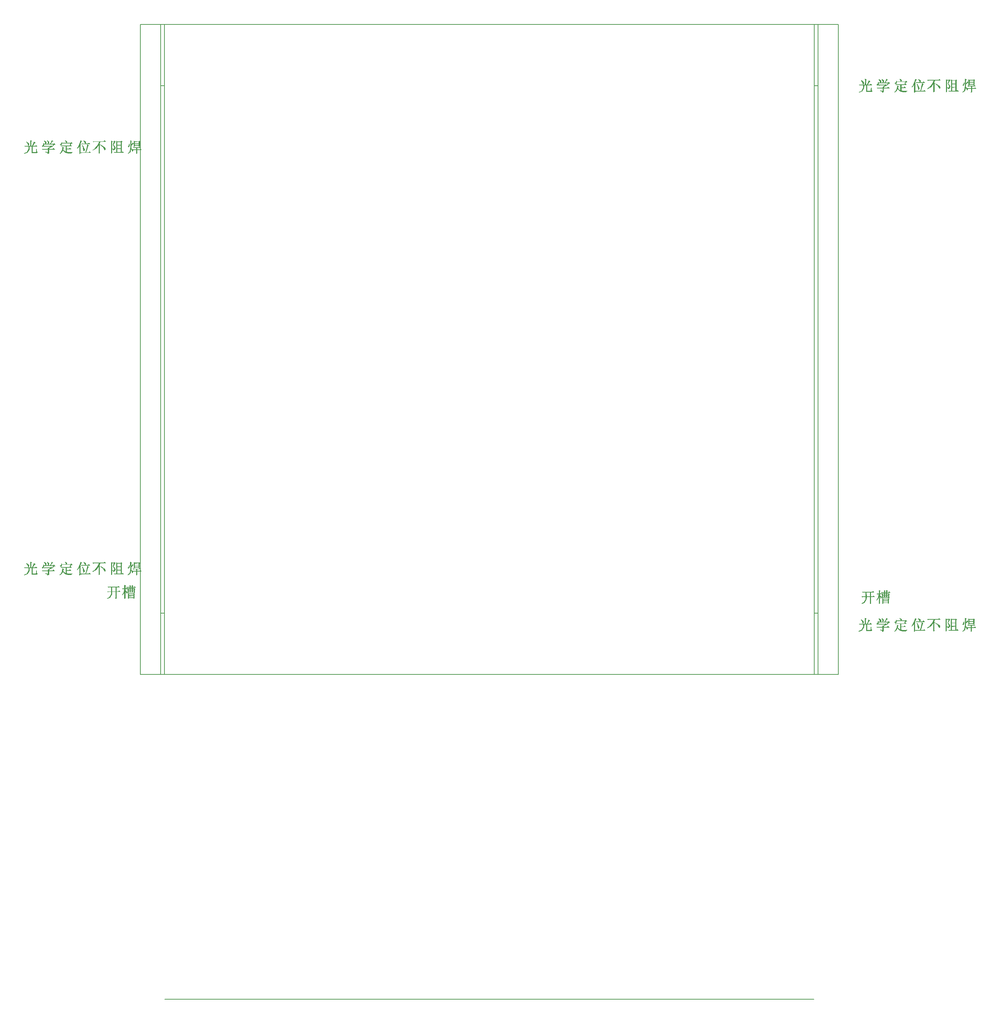
<source format=gko>
%FSLAX25Y25*%
%MOIN*%
G70*
G01*
G75*
G04 Layer_Color=16711935*
%ADD10R,0.06000X0.05000*%
%ADD11R,0.01772X0.01575*%
%ADD12C,0.02362*%
%ADD13C,0.00500*%
%ADD14C,0.01200*%
%ADD15C,0.01500*%
%ADD16C,0.01000*%
%ADD17C,0.00700*%
%ADD18C,0.01969*%
%ADD19C,0.03937*%
%ADD20C,0.11811*%
%ADD21C,0.02000*%
%ADD22C,0.03000*%
%ADD23C,0.01181*%
%ADD24C,0.02500*%
%ADD25C,0.02000*%
%ADD26C,0.01800*%
%ADD27C,0.04000*%
%ADD28C,0.02953*%
%ADD29C,0.05000*%
G04:AMPARAMS|DCode=30|XSize=39.95mil|YSize=37.83mil|CornerRadius=0mil|HoleSize=0mil|Usage=FLASHONLY|Rotation=45.000|XOffset=0mil|YOffset=0mil|HoleType=Round|Shape=Rectangle|*
%AMROTATEDRECTD30*
4,1,4,-0.00075,-0.02750,-0.02750,-0.00075,0.00075,0.02750,0.02750,0.00075,-0.00075,-0.02750,0.0*
%
%ADD30ROTATEDRECTD30*%

%ADD31R,0.05675X0.03500*%
G04:AMPARAMS|DCode=32|XSize=56.45mil|YSize=34.3mil|CornerRadius=0mil|HoleSize=0mil|Usage=FLASHONLY|Rotation=45.000|XOffset=0mil|YOffset=0mil|HoleType=Round|Shape=Rectangle|*
%AMROTATEDRECTD32*
4,1,4,-0.00783,-0.03208,-0.03208,-0.00783,0.00783,0.03208,0.03208,0.00783,-0.00783,-0.03208,0.0*
%
%ADD32ROTATEDRECTD32*%

%ADD33R,0.09875X0.04484*%
G04:AMPARAMS|DCode=34|XSize=28.19mil|YSize=14.85mil|CornerRadius=0mil|HoleSize=0mil|Usage=FLASHONLY|Rotation=45.000|XOffset=0mil|YOffset=0mil|HoleType=Round|Shape=Rectangle|*
%AMROTATEDRECTD34*
4,1,4,-0.00472,-0.01522,-0.01522,-0.00472,0.00472,0.01522,0.01522,0.00472,-0.00472,-0.01522,0.0*
%
%ADD34ROTATEDRECTD34*%

G04:AMPARAMS|DCode=35|XSize=16.97mil|YSize=36.77mil|CornerRadius=0mil|HoleSize=0mil|Usage=FLASHONLY|Rotation=45.000|XOffset=0mil|YOffset=0mil|HoleType=Round|Shape=Rectangle|*
%AMROTATEDRECTD35*
4,1,4,0.00700,-0.01900,-0.01900,0.00700,-0.00700,0.01900,0.01900,-0.00700,0.00700,-0.01900,0.0*
%
%ADD35ROTATEDRECTD35*%

%ADD36R,0.12600X0.04700*%
G04:AMPARAMS|DCode=37|XSize=41.72mil|YSize=19.61mil|CornerRadius=0mil|HoleSize=0mil|Usage=FLASHONLY|Rotation=45.000|XOffset=0mil|YOffset=0mil|HoleType=Round|Shape=Rectangle|*
%AMROTATEDRECTD37*
4,1,4,-0.00782,-0.02168,-0.02168,-0.00782,0.00782,0.02168,0.02168,0.00782,-0.00782,-0.02168,0.0*
%
%ADD37ROTATEDRECTD37*%

G04:AMPARAMS|DCode=38|XSize=20.86mil|YSize=37.15mil|CornerRadius=0mil|HoleSize=0mil|Usage=FLASHONLY|Rotation=45.000|XOffset=0mil|YOffset=0mil|HoleType=Round|Shape=Rectangle|*
%AMROTATEDRECTD38*
4,1,4,0.00576,-0.02051,-0.02051,0.00576,-0.00576,0.02051,0.02051,-0.00576,0.00576,-0.02051,0.0*
%
%ADD38ROTATEDRECTD38*%

%ADD39R,0.13700X0.04650*%
G04:AMPARAMS|DCode=40|XSize=45.9mil|YSize=34.29mil|CornerRadius=0mil|HoleSize=0mil|Usage=FLASHONLY|Rotation=45.000|XOffset=0mil|YOffset=0mil|HoleType=Round|Shape=Rectangle|*
%AMROTATEDRECTD40*
4,1,4,-0.00411,-0.02835,-0.02835,-0.00411,0.00411,0.02835,0.02835,0.00411,-0.00411,-0.02835,0.0*
%
%ADD40ROTATEDRECTD40*%

G04:AMPARAMS|DCode=41|XSize=21.21mil|YSize=44.19mil|CornerRadius=0mil|HoleSize=0mil|Usage=FLASHONLY|Rotation=45.000|XOffset=0mil|YOffset=0mil|HoleType=Round|Shape=Rectangle|*
%AMROTATEDRECTD41*
4,1,4,0.00812,-0.02312,-0.02312,0.00812,-0.00812,0.02312,0.02312,-0.00812,0.00812,-0.02312,0.0*
%
%ADD41ROTATEDRECTD41*%

%ADD42R,0.15900X0.04141*%
G04:AMPARAMS|DCode=43|XSize=19.91mil|YSize=40.5mil|CornerRadius=0mil|HoleSize=0mil|Usage=FLASHONLY|Rotation=45.000|XOffset=0mil|YOffset=0mil|HoleType=Round|Shape=Rectangle|*
%AMROTATEDRECTD43*
4,1,4,0.00728,-0.02136,-0.02136,0.00728,-0.00728,0.02136,0.02136,-0.00728,0.00728,-0.02136,0.0*
%
%ADD43ROTATEDRECTD43*%

%ADD44R,0.11436X0.03164*%
G04:AMPARAMS|DCode=45|XSize=50.91mil|YSize=50.91mil|CornerRadius=0mil|HoleSize=0mil|Usage=FLASHONLY|Rotation=45.000|XOffset=0mil|YOffset=0mil|HoleType=Round|Shape=Rectangle|*
%AMROTATEDRECTD45*
4,1,4,0.00000,-0.03600,-0.03600,0.00000,0.00000,0.03600,0.03600,0.00000,0.00000,-0.03600,0.0*
%
%ADD45ROTATEDRECTD45*%

G04:AMPARAMS|DCode=46|XSize=55.51mil|YSize=42.75mil|CornerRadius=0mil|HoleSize=0mil|Usage=FLASHONLY|Rotation=45.000|XOffset=0mil|YOffset=0mil|HoleType=Round|Shape=Rectangle|*
%AMROTATEDRECTD46*
4,1,4,-0.00451,-0.03474,-0.03474,-0.00451,0.00451,0.03474,0.03474,0.00451,-0.00451,-0.03474,0.0*
%
%ADD46ROTATEDRECTD46*%

%ADD47R,0.08050X0.07200*%
G04:AMPARAMS|DCode=48|XSize=24.37mil|YSize=44.08mil|CornerRadius=0mil|HoleSize=0mil|Usage=FLASHONLY|Rotation=45.000|XOffset=0mil|YOffset=0mil|HoleType=Round|Shape=Rectangle|*
%AMROTATEDRECTD48*
4,1,4,0.00697,-0.02420,-0.02420,0.00697,-0.00697,0.02420,0.02420,-0.00697,0.00697,-0.02420,0.0*
%
%ADD48ROTATEDRECTD48*%

%ADD49R,0.30653X0.03447*%
%ADD50R,0.19797X0.02000*%
G04:AMPARAMS|DCode=51|XSize=53.88mil|YSize=35.56mil|CornerRadius=0mil|HoleSize=0mil|Usage=FLASHONLY|Rotation=45.000|XOffset=0mil|YOffset=0mil|HoleType=Round|Shape=Rectangle|*
%AMROTATEDRECTD51*
4,1,4,-0.00647,-0.03162,-0.03162,-0.00647,0.00647,0.03162,0.03162,0.00647,-0.00647,-0.03162,0.0*
%
%ADD51ROTATEDRECTD51*%

G04:AMPARAMS|DCode=52|XSize=30.94mil|YSize=51.65mil|CornerRadius=0mil|HoleSize=0mil|Usage=FLASHONLY|Rotation=45.000|XOffset=0mil|YOffset=0mil|HoleType=Round|Shape=Rectangle|*
%AMROTATEDRECTD52*
4,1,4,0.00732,-0.02920,-0.02920,0.00732,-0.00732,0.02920,0.02920,-0.00732,0.00732,-0.02920,0.0*
%
%ADD52ROTATEDRECTD52*%

%ADD53R,0.16950X0.05119*%
G04:AMPARAMS|DCode=54|XSize=43.68mil|YSize=24.57mil|CornerRadius=0mil|HoleSize=0mil|Usage=FLASHONLY|Rotation=45.000|XOffset=0mil|YOffset=0mil|HoleType=Round|Shape=Rectangle|*
%AMROTATEDRECTD54*
4,1,4,-0.00676,-0.02413,-0.02413,-0.00676,0.00676,0.02413,0.02413,0.00676,-0.00676,-0.02413,0.0*
%
%ADD54ROTATEDRECTD54*%

G04:AMPARAMS|DCode=55|XSize=25.1mil|YSize=45.08mil|CornerRadius=0mil|HoleSize=0mil|Usage=FLASHONLY|Rotation=45.000|XOffset=0mil|YOffset=0mil|HoleType=Round|Shape=Rectangle|*
%AMROTATEDRECTD55*
4,1,4,0.00706,-0.02481,-0.02481,0.00706,-0.00706,0.02481,0.02481,-0.00706,0.00706,-0.02481,0.0*
%
%ADD55ROTATEDRECTD55*%

%ADD56R,0.15350X0.04267*%
G04:AMPARAMS|DCode=57|XSize=44.31mil|YSize=22.29mil|CornerRadius=0mil|HoleSize=0mil|Usage=FLASHONLY|Rotation=45.000|XOffset=0mil|YOffset=0mil|HoleType=Round|Shape=Rectangle|*
%AMROTATEDRECTD57*
4,1,4,-0.00778,-0.02355,-0.02355,-0.00778,0.00778,0.02355,0.02355,0.00778,-0.00778,-0.02355,0.0*
%
%ADD57ROTATEDRECTD57*%

G04:AMPARAMS|DCode=58|XSize=21.21mil|YSize=30.65mil|CornerRadius=0mil|HoleSize=0mil|Usage=FLASHONLY|Rotation=45.000|XOffset=0mil|YOffset=0mil|HoleType=Round|Shape=Rectangle|*
%AMROTATEDRECTD58*
4,1,4,0.00334,-0.01834,-0.01834,0.00334,-0.00334,0.01834,0.01834,-0.00334,0.00334,-0.01834,0.0*
%
%ADD58ROTATEDRECTD58*%

%ADD59R,0.16400X0.03444*%
G04:AMPARAMS|DCode=60|XSize=11.2mil|YSize=27.05mil|CornerRadius=0mil|HoleSize=0mil|Usage=FLASHONLY|Rotation=45.000|XOffset=0mil|YOffset=0mil|HoleType=Round|Shape=Rectangle|*
%AMROTATEDRECTD60*
4,1,4,0.00560,-0.01353,-0.01353,0.00560,-0.00560,0.01353,0.01353,-0.00560,0.00560,-0.01353,0.0*
%
%ADD60ROTATEDRECTD60*%

%ADD61R,0.15785X0.03225*%
G04:AMPARAMS|DCode=62|XSize=49.14mil|YSize=61.87mil|CornerRadius=0mil|HoleSize=0mil|Usage=FLASHONLY|Rotation=45.000|XOffset=0mil|YOffset=0mil|HoleType=Round|Shape=Rectangle|*
%AMROTATEDRECTD62*
4,1,4,0.00450,-0.03925,-0.03925,0.00450,-0.00450,0.03925,0.03925,-0.00450,0.00450,-0.03925,0.0*
%
%ADD62ROTATEDRECTD62*%

G04:AMPARAMS|DCode=63|XSize=54.09mil|YSize=54.09mil|CornerRadius=0mil|HoleSize=0mil|Usage=FLASHONLY|Rotation=45.000|XOffset=0mil|YOffset=0mil|HoleType=Round|Shape=Rectangle|*
%AMROTATEDRECTD63*
4,1,4,0.00000,-0.03825,-0.03825,0.00000,0.00000,0.03825,0.03825,0.00000,0.00000,-0.03825,0.0*
%
%ADD63ROTATEDRECTD63*%

%ADD64R,0.39400X0.07650*%
%ADD65R,0.03426X0.03425*%
G04:AMPARAMS|DCode=66|XSize=33.16mil|YSize=24.98mil|CornerRadius=0mil|HoleSize=0mil|Usage=FLASHONLY|Rotation=45.000|XOffset=0mil|YOffset=0mil|HoleType=Round|Shape=Rectangle|*
%AMROTATEDRECTD66*
4,1,4,-0.00289,-0.02056,-0.02056,-0.00289,0.00289,0.02056,0.02056,0.00289,-0.00289,-0.02056,0.0*
%
%ADD66ROTATEDRECTD66*%

G04:AMPARAMS|DCode=67|XSize=49.5mil|YSize=54.11mil|CornerRadius=0mil|HoleSize=0mil|Usage=FLASHONLY|Rotation=45.000|XOffset=0mil|YOffset=0mil|HoleType=Round|Shape=Rectangle|*
%AMROTATEDRECTD67*
4,1,4,0.00163,-0.03663,-0.03663,0.00163,-0.00163,0.03663,0.03663,-0.00163,0.00163,-0.03663,0.0*
%
%ADD67ROTATEDRECTD67*%

G04:AMPARAMS|DCode=68|XSize=61.52mil|YSize=32.44mil|CornerRadius=0mil|HoleSize=0mil|Usage=FLASHONLY|Rotation=45.000|XOffset=0mil|YOffset=0mil|HoleType=Round|Shape=Rectangle|*
%AMROTATEDRECTD68*
4,1,4,-0.01028,-0.03322,-0.03322,-0.01028,0.01028,0.03322,0.03322,0.01028,-0.01028,-0.03322,0.0*
%
%ADD68ROTATEDRECTD68*%

%ADD69R,0.08650X0.03851*%
%ADD70R,0.05100X0.06450*%
G04:AMPARAMS|DCode=71|XSize=49.72mil|YSize=59.41mil|CornerRadius=0mil|HoleSize=0mil|Usage=FLASHONLY|Rotation=45.000|XOffset=0mil|YOffset=0mil|HoleType=Round|Shape=Rectangle|*
%AMROTATEDRECTD71*
4,1,4,0.00342,-0.03858,-0.03858,0.00342,-0.00342,0.03858,0.03858,-0.00342,0.00342,-0.03858,0.0*
%
%ADD71ROTATEDRECTD71*%

G04:AMPARAMS|DCode=72|XSize=44.19mil|YSize=26.52mil|CornerRadius=0mil|HoleSize=0mil|Usage=FLASHONLY|Rotation=45.000|XOffset=0mil|YOffset=0mil|HoleType=Round|Shape=Rectangle|*
%AMROTATEDRECTD72*
4,1,4,-0.00625,-0.02500,-0.02500,-0.00625,0.00625,0.02500,0.02500,0.00625,-0.00625,-0.02500,0.0*
%
%ADD72ROTATEDRECTD72*%

%ADD73R,0.06550X0.04491*%
G04:AMPARAMS|DCode=74|XSize=30.68mil|YSize=19.45mil|CornerRadius=0mil|HoleSize=0mil|Usage=FLASHONLY|Rotation=45.000|XOffset=0mil|YOffset=0mil|HoleType=Round|Shape=Rectangle|*
%AMROTATEDRECTD74*
4,1,4,-0.00397,-0.01772,-0.01772,-0.00397,0.00397,0.01772,0.01772,0.00397,-0.00397,-0.01772,0.0*
%
%ADD74ROTATEDRECTD74*%

G04:AMPARAMS|DCode=75|XSize=12.5mil|YSize=30.89mil|CornerRadius=0mil|HoleSize=0mil|Usage=FLASHONLY|Rotation=45.000|XOffset=0mil|YOffset=0mil|HoleType=Round|Shape=Rectangle|*
%AMROTATEDRECTD75*
4,1,4,0.00650,-0.01534,-0.01534,0.00650,-0.00650,0.01534,0.01534,-0.00650,0.00650,-0.01534,0.0*
%
%ADD75ROTATEDRECTD75*%

%ADD76R,0.17800X0.03089*%
G04:AMPARAMS|DCode=77|XSize=38.54mil|YSize=34.81mil|CornerRadius=0mil|HoleSize=0mil|Usage=FLASHONLY|Rotation=45.000|XOffset=0mil|YOffset=0mil|HoleType=Round|Shape=Rectangle|*
%AMROTATEDRECTD77*
4,1,4,-0.00132,-0.02593,-0.02593,-0.00132,0.00132,0.02593,0.02593,0.00132,-0.00132,-0.02593,0.0*
%
%ADD77ROTATEDRECTD77*%

G04:AMPARAMS|DCode=78|XSize=22.1mil|YSize=41.64mil|CornerRadius=0mil|HoleSize=0mil|Usage=FLASHONLY|Rotation=45.000|XOffset=0mil|YOffset=0mil|HoleType=Round|Shape=Rectangle|*
%AMROTATEDRECTD78*
4,1,4,0.00691,-0.02254,-0.02254,0.00691,-0.00691,0.02254,0.02254,-0.00691,0.00691,-0.02254,0.0*
%
%ADD78ROTATEDRECTD78*%

%ADD79R,0.17425X0.04056*%
%ADD80R,0.20900X0.04218*%
G04:AMPARAMS|DCode=81|XSize=33.08mil|YSize=15.5mil|CornerRadius=0mil|HoleSize=0mil|Usage=FLASHONLY|Rotation=45.000|XOffset=0mil|YOffset=0mil|HoleType=Round|Shape=Rectangle|*
%AMROTATEDRECTD81*
4,1,4,-0.00622,-0.01718,-0.01718,-0.00622,0.00622,0.01718,0.01718,0.00622,-0.00622,-0.01718,0.0*
%
%ADD81ROTATEDRECTD81*%

G04:AMPARAMS|DCode=82|XSize=13.44mil|YSize=20.2mil|CornerRadius=0mil|HoleSize=0mil|Usage=FLASHONLY|Rotation=45.000|XOffset=0mil|YOffset=0mil|HoleType=Round|Shape=Rectangle|*
%AMROTATEDRECTD82*
4,1,4,0.00239,-0.01189,-0.01189,0.00239,-0.00239,0.01189,0.01189,-0.00239,0.00239,-0.01189,0.0*
%
%ADD82ROTATEDRECTD82*%

%ADD83R,0.20250X0.02924*%
G04:AMPARAMS|DCode=84|XSize=39.05mil|YSize=61.13mil|CornerRadius=0mil|HoleSize=0mil|Usage=FLASHONLY|Rotation=45.000|XOffset=0mil|YOffset=0mil|HoleType=Round|Shape=Rectangle|*
%AMROTATEDRECTD84*
4,1,4,0.00781,-0.03542,-0.03542,0.00781,-0.00781,0.03542,0.03542,-0.00781,0.00781,-0.03542,0.0*
%
%ADD84ROTATEDRECTD84*%

%ADD85R,0.04318X0.05741*%
G04:AMPARAMS|DCode=86|XSize=89.48mil|YSize=38.83mil|CornerRadius=0mil|HoleSize=0mil|Usage=FLASHONLY|Rotation=45.000|XOffset=0mil|YOffset=0mil|HoleType=Round|Shape=Rectangle|*
%AMROTATEDRECTD86*
4,1,4,-0.01791,-0.04536,-0.04536,-0.01791,0.01791,0.04536,0.04536,0.01791,-0.01791,-0.04536,0.0*
%
%ADD86ROTATEDRECTD86*%

%ADD87R,0.07950X0.05300*%
%ADD88R,0.15850X0.03600*%
%ADD89R,0.11050X0.05387*%
G04:AMPARAMS|DCode=90|XSize=55.16mil|YSize=28.83mil|CornerRadius=0mil|HoleSize=0mil|Usage=FLASHONLY|Rotation=45.000|XOffset=0mil|YOffset=0mil|HoleType=Round|Shape=Rectangle|*
%AMROTATEDRECTD90*
4,1,4,-0.00931,-0.02969,-0.02969,-0.00931,0.00931,0.02969,0.02969,0.00931,-0.00931,-0.02969,0.0*
%
%ADD90ROTATEDRECTD90*%

G04:AMPARAMS|DCode=91|XSize=23.5mil|YSize=54.19mil|CornerRadius=0mil|HoleSize=0mil|Usage=FLASHONLY|Rotation=45.000|XOffset=0mil|YOffset=0mil|HoleType=Round|Shape=Rectangle|*
%AMROTATEDRECTD91*
4,1,4,0.01085,-0.02747,-0.02747,0.01085,-0.01085,0.02747,0.02747,-0.01085,0.01085,-0.02747,0.0*
%
%ADD91ROTATEDRECTD91*%

%ADD92R,0.10810X0.04344*%
G04:AMPARAMS|DCode=93|XSize=26.24mil|YSize=43.76mil|CornerRadius=0mil|HoleSize=0mil|Usage=FLASHONLY|Rotation=45.000|XOffset=0mil|YOffset=0mil|HoleType=Round|Shape=Rectangle|*
%AMROTATEDRECTD93*
4,1,4,0.00620,-0.02475,-0.02475,0.00620,-0.00620,0.02475,0.02475,-0.00620,0.00620,-0.02475,0.0*
%
%ADD93ROTATEDRECTD93*%

G04:AMPARAMS|DCode=94|XSize=45.57mil|YSize=33.01mil|CornerRadius=0mil|HoleSize=0mil|Usage=FLASHONLY|Rotation=45.000|XOffset=0mil|YOffset=0mil|HoleType=Round|Shape=Rectangle|*
%AMROTATEDRECTD94*
4,1,4,-0.00444,-0.02778,-0.02778,-0.00444,0.00444,0.02778,0.02778,0.00444,-0.00444,-0.02778,0.0*
%
%ADD94ROTATEDRECTD94*%

%ADD95R,0.01800X0.03850*%
G04:AMPARAMS|DCode=96|XSize=41.49mil|YSize=32.01mil|CornerRadius=0mil|HoleSize=0mil|Usage=FLASHONLY|Rotation=45.000|XOffset=0mil|YOffset=0mil|HoleType=Round|Shape=Rectangle|*
%AMROTATEDRECTD96*
4,1,4,-0.00335,-0.02599,-0.02599,-0.00335,0.00335,0.02599,0.02599,0.00335,-0.00335,-0.02599,0.0*
%
%ADD96ROTATEDRECTD96*%

G04:AMPARAMS|DCode=97|XSize=26.36mil|YSize=39.33mil|CornerRadius=0mil|HoleSize=0mil|Usage=FLASHONLY|Rotation=45.000|XOffset=0mil|YOffset=0mil|HoleType=Round|Shape=Rectangle|*
%AMROTATEDRECTD97*
4,1,4,0.00459,-0.02323,-0.02323,0.00459,-0.00459,0.02323,0.02323,-0.00459,0.00459,-0.02323,0.0*
%
%ADD97ROTATEDRECTD97*%

%ADD98R,0.01700X0.02811*%
%ADD99C,0.00800*%
%ADD100R,0.23050X0.04550*%
%ADD101R,0.04724X0.01181*%
%ADD102R,0.01181X0.04724*%
%ADD103O,0.04724X0.01181*%
%ADD104R,0.22441X0.22441*%
%ADD105R,0.23622X0.05118*%
G04:AMPARAMS|DCode=106|XSize=51.18mil|YSize=236.22mil|CornerRadius=0mil|HoleSize=0mil|Usage=FLASHONLY|Rotation=90.000|XOffset=0mil|YOffset=0mil|HoleType=Round|Shape=Octagon|*
%AMOCTAGOND106*
4,1,8,-0.11811,-0.01280,-0.11811,0.01280,-0.10531,0.02559,0.10531,0.02559,0.11811,0.01280,0.11811,-0.01280,0.10531,-0.02559,-0.10531,-0.02559,-0.11811,-0.01280,0.0*
%
%ADD106OCTAGOND106*%

%ADD107O,0.05906X0.01378*%
%ADD108R,0.05906X0.01378*%
%ADD109O,0.05906X0.01378*%
%ADD110O,0.05906X0.01378*%
%ADD111O,0.08000X0.02400*%
%ADD112R,0.14173X0.06299*%
%ADD113R,0.06693X0.05906*%
%ADD114C,0.28740*%
%ADD115C,0.27559*%
%ADD116R,0.39370X0.07874*%
%ADD117R,0.03500X0.03000*%
%ADD118R,0.03000X0.03500*%
%ADD119C,0.03937*%
%ADD120C,0.01300*%
%ADD121C,0.02400*%
%ADD122R,0.05550X0.05400*%
%ADD123R,0.06500X0.02000*%
%ADD124R,0.07200X0.02050*%
G04:AMPARAMS|DCode=125|XSize=23.91mil|YSize=11.89mil|CornerRadius=0mil|HoleSize=0mil|Usage=FLASHONLY|Rotation=45.000|XOffset=0mil|YOffset=0mil|HoleType=Round|Shape=Rectangle|*
%AMROTATEDRECTD125*
4,1,4,-0.00425,-0.01266,-0.01266,-0.00425,0.00425,0.01266,0.01266,0.00425,-0.00425,-0.01266,0.0*
%
%ADD125ROTATEDRECTD125*%

%ADD126R,0.03650X0.01800*%
%ADD127R,0.05300X0.03650*%
G04:AMPARAMS|DCode=128|XSize=59.94mil|YSize=16.36mil|CornerRadius=0mil|HoleSize=0mil|Usage=FLASHONLY|Rotation=45.000|XOffset=0mil|YOffset=0mil|HoleType=Round|Shape=Rectangle|*
%AMROTATEDRECTD128*
4,1,4,-0.01541,-0.02698,-0.02698,-0.01541,0.01541,0.02698,0.02698,0.01541,-0.01541,-0.02698,0.0*
%
%ADD128ROTATEDRECTD128*%

G04:AMPARAMS|DCode=129|XSize=26.34mil|YSize=9.75mil|CornerRadius=0mil|HoleSize=0mil|Usage=FLASHONLY|Rotation=45.000|XOffset=0mil|YOffset=0mil|HoleType=Round|Shape=Rectangle|*
%AMROTATEDRECTD129*
4,1,4,-0.00587,-0.01276,-0.01276,-0.00587,0.00587,0.01276,0.01276,0.00587,-0.00587,-0.01276,0.0*
%
%ADD129ROTATEDRECTD129*%

%ADD130R,0.03700X0.01700*%
G04:AMPARAMS|DCode=131|XSize=51mil|YSize=30.5mil|CornerRadius=0mil|HoleSize=0mil|Usage=FLASHONLY|Rotation=45.000|XOffset=0mil|YOffset=0mil|HoleType=Round|Shape=Rectangle|*
%AMROTATEDRECTD131*
4,1,4,-0.00725,-0.02881,-0.02881,-0.00725,0.00725,0.02881,0.02881,0.00725,-0.00725,-0.02881,0.0*
%
%ADD131ROTATEDRECTD131*%

G04:AMPARAMS|DCode=132|XSize=75.31mil|YSize=40.5mil|CornerRadius=0mil|HoleSize=0mil|Usage=FLASHONLY|Rotation=45.000|XOffset=0mil|YOffset=0mil|HoleType=Round|Shape=Rectangle|*
%AMROTATEDRECTD132*
4,1,4,-0.01231,-0.04094,-0.04094,-0.01231,0.01231,0.04094,0.04094,0.01231,-0.01231,-0.04094,0.0*
%
%ADD132ROTATEDRECTD132*%

%ADD133R,0.06366X0.06084*%
G04:AMPARAMS|DCode=134|XSize=71.71mil|YSize=36.31mil|CornerRadius=0mil|HoleSize=0mil|Usage=FLASHONLY|Rotation=45.000|XOffset=0mil|YOffset=0mil|HoleType=Round|Shape=Rectangle|*
%AMROTATEDRECTD134*
4,1,4,-0.01252,-0.03819,-0.03819,-0.01252,0.01252,0.03819,0.03819,0.01252,-0.01252,-0.03819,0.0*
%
%ADD134ROTATEDRECTD134*%

%ADD135R,0.03850X0.09550*%
%ADD136R,0.04100X0.02600*%
G04:AMPARAMS|DCode=137|XSize=42.63mil|YSize=34.98mil|CornerRadius=0mil|HoleSize=0mil|Usage=FLASHONLY|Rotation=45.000|XOffset=0mil|YOffset=0mil|HoleType=Round|Shape=Rectangle|*
%AMROTATEDRECTD137*
4,1,4,-0.00270,-0.02744,-0.02744,-0.00270,0.00270,0.02744,0.02744,0.00270,-0.00270,-0.02744,0.0*
%
%ADD137ROTATEDRECTD137*%

%ADD138R,0.03800X0.06700*%
G04:AMPARAMS|DCode=139|XSize=76.72mil|YSize=39.96mil|CornerRadius=0mil|HoleSize=0mil|Usage=FLASHONLY|Rotation=45.000|XOffset=0mil|YOffset=0mil|HoleType=Round|Shape=Rectangle|*
%AMROTATEDRECTD139*
4,1,4,-0.01300,-0.04125,-0.04125,-0.01300,0.01300,0.04125,0.04125,0.01300,-0.01300,-0.04125,0.0*
%
%ADD139ROTATEDRECTD139*%

%ADD140R,0.01400X0.01150*%
G04:AMPARAMS|DCode=141|XSize=16.62mil|YSize=18.03mil|CornerRadius=0mil|HoleSize=0mil|Usage=FLASHONLY|Rotation=45.000|XOffset=0mil|YOffset=0mil|HoleType=Round|Shape=Rectangle|*
%AMROTATEDRECTD141*
4,1,4,0.00050,-0.01225,-0.01225,0.00050,-0.00050,0.01225,0.01225,-0.00050,0.00050,-0.01225,0.0*
%
%ADD141ROTATEDRECTD141*%

G04:AMPARAMS|DCode=142|XSize=36.42mil|YSize=74.95mil|CornerRadius=0mil|HoleSize=0mil|Usage=FLASHONLY|Rotation=45.000|XOffset=0mil|YOffset=0mil|HoleType=Round|Shape=Rectangle|*
%AMROTATEDRECTD142*
4,1,4,0.01363,-0.03938,-0.03938,0.01363,-0.01363,0.03938,0.03938,-0.01363,0.01363,-0.03938,0.0*
%
%ADD142ROTATEDRECTD142*%

%ADD143R,0.03350X0.01200*%
%ADD144R,0.00950X0.00950*%
G04:AMPARAMS|DCode=145|XSize=15.2mil|YSize=20.51mil|CornerRadius=0mil|HoleSize=0mil|Usage=FLASHONLY|Rotation=45.000|XOffset=0mil|YOffset=0mil|HoleType=Round|Shape=Rectangle|*
%AMROTATEDRECTD145*
4,1,4,0.00188,-0.01263,-0.01263,0.00188,-0.00188,0.01263,0.01263,-0.00188,0.00188,-0.01263,0.0*
%
%ADD145ROTATEDRECTD145*%

G04:AMPARAMS|DCode=146|XSize=10.26mil|YSize=9.19mil|CornerRadius=0mil|HoleSize=0mil|Usage=FLASHONLY|Rotation=45.000|XOffset=0mil|YOffset=0mil|HoleType=Round|Shape=Rectangle|*
%AMROTATEDRECTD146*
4,1,4,-0.00038,-0.00688,-0.00688,-0.00038,0.00038,0.00688,0.00688,0.00038,-0.00038,-0.00688,0.0*
%
%ADD146ROTATEDRECTD146*%

%ADD147R,0.11900X0.04050*%
%ADD148R,0.07050X0.04550*%
%ADD149R,0.10850X0.05500*%
%ADD150R,0.02800X0.02050*%
G04:AMPARAMS|DCode=151|XSize=57.98mil|YSize=72.83mil|CornerRadius=0mil|HoleSize=0mil|Usage=FLASHONLY|Rotation=45.000|XOffset=0mil|YOffset=0mil|HoleType=Round|Shape=Rectangle|*
%AMROTATEDRECTD151*
4,1,4,0.00525,-0.04625,-0.04625,0.00525,-0.00525,0.04625,0.04625,-0.00525,0.00525,-0.04625,0.0*
%
%ADD151ROTATEDRECTD151*%

%ADD152R,0.03200X0.02000*%
G04:AMPARAMS|DCode=153|XSize=26.75mil|YSize=44.55mil|CornerRadius=0mil|HoleSize=0mil|Usage=FLASHONLY|Rotation=45.000|XOffset=0mil|YOffset=0mil|HoleType=Round|Shape=Rectangle|*
%AMROTATEDRECTD153*
4,1,4,0.00629,-0.02521,-0.02521,0.00629,-0.00629,0.02521,0.02521,-0.00629,0.00629,-0.02521,0.0*
%
%ADD153ROTATEDRECTD153*%

%ADD154R,0.10100X0.05150*%
%ADD155R,0.02875X0.02875*%
G04:AMPARAMS|DCode=156|XSize=40.66mil|YSize=26.52mil|CornerRadius=0mil|HoleSize=0mil|Usage=FLASHONLY|Rotation=45.000|XOffset=0mil|YOffset=0mil|HoleType=Round|Shape=Rectangle|*
%AMROTATEDRECTD156*
4,1,4,-0.00500,-0.02375,-0.02375,-0.00500,0.00500,0.02375,0.02375,0.00500,-0.00500,-0.02375,0.0*
%
%ADD156ROTATEDRECTD156*%

%ADD157R,0.05800X0.05050*%
%ADD158R,0.04300X0.05500*%
G04:AMPARAMS|DCode=159|XSize=32.5mil|YSize=23.72mil|CornerRadius=0mil|HoleSize=0mil|Usage=FLASHONLY|Rotation=45.000|XOffset=0mil|YOffset=0mil|HoleType=Round|Shape=Rectangle|*
%AMROTATEDRECTD159*
4,1,4,-0.00310,-0.01988,-0.01988,-0.00310,0.00310,0.01988,0.01988,0.00310,-0.00310,-0.01988,0.0*
%
%ADD159ROTATEDRECTD159*%

G04:AMPARAMS|DCode=160|XSize=60.46mil|YSize=29.46mil|CornerRadius=0mil|HoleSize=0mil|Usage=FLASHONLY|Rotation=45.000|XOffset=0mil|YOffset=0mil|HoleType=Round|Shape=Rectangle|*
%AMROTATEDRECTD160*
4,1,4,-0.01096,-0.03179,-0.03179,-0.01096,0.01096,0.03179,0.03179,0.01096,-0.01096,-0.03179,0.0*
%
%ADD160ROTATEDRECTD160*%

G04:AMPARAMS|DCode=161|XSize=39.95mil|YSize=17.32mil|CornerRadius=0mil|HoleSize=0mil|Usage=FLASHONLY|Rotation=45.000|XOffset=0mil|YOffset=0mil|HoleType=Round|Shape=Rectangle|*
%AMROTATEDRECTD161*
4,1,4,-0.00800,-0.02025,-0.02025,-0.00800,0.00800,0.02025,0.02025,0.00800,-0.00800,-0.02025,0.0*
%
%ADD161ROTATEDRECTD161*%

%ADD162R,0.03250X0.01400*%
%ADD163R,0.08800X0.04350*%
G04:AMPARAMS|DCode=164|XSize=60.08mil|YSize=31.97mil|CornerRadius=0mil|HoleSize=0mil|Usage=FLASHONLY|Rotation=45.000|XOffset=0mil|YOffset=0mil|HoleType=Round|Shape=Rectangle|*
%AMROTATEDRECTD164*
4,1,4,-0.00994,-0.03255,-0.03255,-0.00994,0.00994,0.03255,0.03255,0.00994,-0.00994,-0.03255,0.0*
%
%ADD164ROTATEDRECTD164*%

%ADD165R,0.10800X0.04197*%
G04:AMPARAMS|DCode=166|XSize=121.95mil|YSize=27mil|CornerRadius=0mil|HoleSize=0mil|Usage=FLASHONLY|Rotation=45.000|XOffset=0mil|YOffset=0mil|HoleType=Round|Shape=Rectangle|*
%AMROTATEDRECTD166*
4,1,4,-0.03357,-0.05266,-0.05266,-0.03357,0.03357,0.05266,0.05266,0.03357,-0.03357,-0.05266,0.0*
%
%ADD166ROTATEDRECTD166*%

G04:AMPARAMS|DCode=167|XSize=73.2mil|YSize=30.03mil|CornerRadius=0mil|HoleSize=0mil|Usage=FLASHONLY|Rotation=45.000|XOffset=0mil|YOffset=0mil|HoleType=Round|Shape=Rectangle|*
%AMROTATEDRECTD167*
4,1,4,-0.01526,-0.03650,-0.03650,-0.01526,0.01526,0.03650,0.03650,0.01526,-0.01526,-0.03650,0.0*
%
%ADD167ROTATEDRECTD167*%

%ADD168R,0.03500X0.03739*%
G04:AMPARAMS|DCode=169|XSize=50.28mil|YSize=115.53mil|CornerRadius=0mil|HoleSize=0mil|Usage=FLASHONLY|Rotation=45.000|XOffset=0mil|YOffset=0mil|HoleType=Round|Shape=Rectangle|*
%AMROTATEDRECTD169*
4,1,4,0.02307,-0.05863,-0.05863,0.02307,-0.02307,0.05863,0.05863,-0.02307,0.02307,-0.05863,0.0*
%
%ADD169ROTATEDRECTD169*%

%ADD170R,0.03000X0.01400*%
G04:AMPARAMS|DCode=171|XSize=88.39mil|YSize=26.16mil|CornerRadius=0mil|HoleSize=0mil|Usage=FLASHONLY|Rotation=45.000|XOffset=0mil|YOffset=0mil|HoleType=Round|Shape=Rectangle|*
%AMROTATEDRECTD171*
4,1,4,-0.02200,-0.04050,-0.04050,-0.02200,0.02200,0.04050,0.04050,0.02200,-0.02200,-0.04050,0.0*
%
%ADD171ROTATEDRECTD171*%

%ADD172R,0.01500X0.00850*%
%ADD173R,0.02950X0.00550*%
%ADD174R,0.04495X0.00539*%
%ADD175R,0.05033X0.00267*%
%ADD176R,0.11325X0.03675*%
G04:AMPARAMS|DCode=177|XSize=16.5mil|YSize=27.4mil|CornerRadius=0mil|HoleSize=0mil|Usage=FLASHONLY|Rotation=45.000|XOffset=0mil|YOffset=0mil|HoleType=Round|Shape=Rectangle|*
%AMROTATEDRECTD177*
4,1,4,0.00385,-0.01552,-0.01552,0.00385,-0.00385,0.01552,0.01552,-0.00385,0.00385,-0.01552,0.0*
%
%ADD177ROTATEDRECTD177*%

G04:AMPARAMS|DCode=178|XSize=33.59mil|YSize=16.58mil|CornerRadius=0mil|HoleSize=0mil|Usage=FLASHONLY|Rotation=45.000|XOffset=0mil|YOffset=0mil|HoleType=Round|Shape=Rectangle|*
%AMROTATEDRECTD178*
4,1,4,-0.00601,-0.01774,-0.01774,-0.00601,0.00601,0.01774,0.01774,0.00601,-0.00601,-0.01774,0.0*
%
%ADD178ROTATEDRECTD178*%

%ADD179R,0.01938X0.01738*%
%ADD180R,0.09700X0.04050*%
%ADD181R,0.11490X0.04244*%
G04:AMPARAMS|DCode=182|XSize=8.9mil|YSize=45.61mil|CornerRadius=0mil|HoleSize=0mil|Usage=FLASHONLY|Rotation=45.000|XOffset=0mil|YOffset=0mil|HoleType=Round|Shape=Rectangle|*
%AMROTATEDRECTD182*
4,1,4,0.01298,-0.01927,-0.01927,0.01298,-0.01298,0.01927,0.01927,-0.01298,0.01298,-0.01927,0.0*
%
%ADD182ROTATEDRECTD182*%

G04:AMPARAMS|DCode=183|XSize=14.86mil|YSize=45.02mil|CornerRadius=0mil|HoleSize=0mil|Usage=FLASHONLY|Rotation=45.000|XOffset=0mil|YOffset=0mil|HoleType=Round|Shape=Rectangle|*
%AMROTATEDRECTD183*
4,1,4,0.01066,-0.02117,-0.02117,0.01066,-0.01066,0.02117,0.02117,-0.01066,0.01066,-0.02117,0.0*
%
%ADD183ROTATEDRECTD183*%

G04:AMPARAMS|DCode=184|XSize=76.01mil|YSize=41.72mil|CornerRadius=0mil|HoleSize=0mil|Usage=FLASHONLY|Rotation=45.000|XOffset=0mil|YOffset=0mil|HoleType=Round|Shape=Rectangle|*
%AMROTATEDRECTD184*
4,1,4,-0.01213,-0.04163,-0.04163,-0.01213,0.01213,0.04163,0.04163,0.01213,-0.01213,-0.04163,0.0*
%
%ADD184ROTATEDRECTD184*%

%ADD185R,0.11350X0.03407*%
G04:AMPARAMS|DCode=186|XSize=88.04mil|YSize=26.16mil|CornerRadius=0mil|HoleSize=0mil|Usage=FLASHONLY|Rotation=45.000|XOffset=0mil|YOffset=0mil|HoleType=Round|Shape=Rectangle|*
%AMROTATEDRECTD186*
4,1,4,-0.02188,-0.04038,-0.04038,-0.02188,0.02188,0.04038,0.04038,0.02188,-0.02188,-0.04038,0.0*
%
%ADD186ROTATEDRECTD186*%

%ADD187R,0.16950X0.05250*%
%ADD188R,0.26650X0.05100*%
%ADD189R,0.80250X0.04000*%
%ADD190R,0.05065X0.05200*%
%ADD191R,0.04215X0.07050*%
%ADD192R,0.05550X0.02200*%
%ADD193R,0.05250X0.02300*%
%ADD194R,0.04600X0.01828*%
%ADD195R,0.06250X0.02250*%
%ADD196R,0.09700X0.01850*%
%ADD197R,0.09825X0.01900*%
%ADD198R,0.07500X0.02050*%
%ADD199R,0.08400X0.02100*%
%ADD200R,0.04500X0.00950*%
%ADD201R,0.04600X0.02000*%
%ADD202R,0.06196X0.01600*%
%ADD203R,0.10850X0.04600*%
%ADD204R,0.11300X0.04300*%
%ADD205R,0.04350X0.05935*%
%ADD206R,0.04683X0.08778*%
%ADD207R,0.04632X0.06500*%
%ADD208R,0.03150X0.05678*%
%ADD209R,0.03950X0.07450*%
%ADD210R,0.05350X0.05600*%
%ADD211R,0.02250X0.08900*%
%ADD212R,0.04250X0.06950*%
%ADD213R,0.04550X0.06750*%
%ADD214R,0.03400X0.09050*%
%ADD215R,0.03813X0.15800*%
%ADD216R,0.05250X0.16900*%
%ADD217R,0.04650X0.17300*%
%ADD218R,0.04000X0.20100*%
%ADD219R,0.61500X0.03450*%
%ADD220R,0.61650X0.03500*%
%ADD221R,0.04750X0.08300*%
%ADD222R,0.04450X0.07622*%
%ADD223R,0.03800X0.08372*%
%ADD224R,0.03795X0.03650*%
%ADD225R,0.04100X0.08100*%
%ADD226R,0.04200X0.08300*%
%ADD227R,0.02050X0.07500*%
%ADD228R,0.15200X0.02400*%
%ADD229R,0.17441X0.01950*%
%ADD230R,0.16294X0.01600*%
%ADD231R,0.03300X0.02700*%
%ADD232R,0.04300X0.49800*%
%ADD233R,0.01800X0.02300*%
%ADD234R,0.03775X0.01225*%
%ADD235C,0.00200*%
%ADD236C,0.00787*%
%ADD237C,0.00600*%
%ADD238R,0.06800X0.05800*%
%ADD239R,0.02572X0.02375*%
%ADD240C,0.03162*%
%ADD241C,0.02769*%
%ADD242C,0.04737*%
%ADD243C,0.12611*%
%ADD244C,0.02800*%
%ADD245C,0.05906*%
%ADD246R,0.05524X0.01981*%
%ADD247R,0.01981X0.05524*%
%ADD248O,0.05524X0.01981*%
%ADD249R,0.24422X0.05918*%
G04:AMPARAMS|DCode=250|XSize=59.18mil|YSize=244.22mil|CornerRadius=0mil|HoleSize=0mil|Usage=FLASHONLY|Rotation=90.000|XOffset=0mil|YOffset=0mil|HoleType=Round|Shape=Octagon|*
%AMOCTAGOND250*
4,1,8,-0.12211,-0.01480,-0.12211,0.01480,-0.10731,0.02959,0.10731,0.02959,0.12211,0.01480,0.12211,-0.01480,0.10731,-0.02959,-0.10731,-0.02959,-0.12211,-0.01480,0.0*
%
%ADD250OCTAGOND250*%

%ADD251O,0.06706X0.02178*%
%ADD252R,0.06706X0.02178*%
%ADD253O,0.06706X0.02178*%
%ADD254O,0.06706X0.02178*%
%ADD255O,0.08800X0.03200*%
%ADD256R,0.14973X0.07099*%
%ADD257R,0.07493X0.06706*%
%ADD258C,0.29540*%
%ADD259C,0.28359*%
%ADD260R,0.40170X0.08674*%
%ADD261R,0.04300X0.03800*%
%ADD262R,0.03800X0.04300*%
%ADD263C,0.00984*%
%ADD264C,0.02126*%
%ADD265C,0.00211*%
%ADD266C,0.00225*%
%ADD267C,0.00219*%
%ADD268C,0.00158*%
%ADD269C,0.00212*%
%ADD270C,0.00216*%
%ADD271C,0.00214*%
%ADD272C,0.00199*%
%ADD273C,0.00351*%
%ADD274C,0.00418*%
%ADD275C,0.00213*%
%ADD276C,0.00151*%
%ADD277C,0.00309*%
%ADD278C,0.00269*%
%ADD279C,0.00156*%
%ADD280C,0.00146*%
%ADD281C,0.00492*%
%ADD282C,0.00189*%
%ADD283C,0.00357*%
%ADD284C,0.00425*%
D13*
X391378Y882197D02*
X1067756D01*
X391378Y252669D02*
X1067756D01*
X414803Y252866D02*
Y882000D01*
X415006Y-62117D02*
X1044140D01*
X1044331Y252866D02*
Y882000D01*
X1067756Y252866D02*
Y882000D01*
X1048071Y311871D02*
Y822895D01*
X1044331D02*
X1048071D01*
X1044331Y311871D02*
X1048071D01*
Y822895D02*
Y881929D01*
Y253137D02*
Y311871D01*
X391378Y252866D02*
Y882000D01*
X411063Y311871D02*
Y822895D01*
X414803D01*
X411063Y311871D02*
X414803D01*
X411063Y822895D02*
Y881929D01*
Y252669D02*
Y311871D01*
D265*
X1115080Y327392D02*
X1115920D01*
X1115080Y332268D02*
X1116200D01*
X1112830Y327392D02*
X1113950D01*
X1111420Y322328D02*
X1115640D01*
X1111420Y325798D02*
X1115360D01*
X1110860Y327392D02*
X1111980D01*
X1110010Y332268D02*
X1111980D01*
X1106070Y330768D02*
X1106640D01*
X1099340Y328042D02*
X1100740D01*
X1099340Y332543D02*
X1100180D01*
X1095120Y328042D02*
X1098214D01*
X1092307Y332543D02*
X1093995D01*
X1091744Y328042D02*
X1093995D01*
X360644Y332992D02*
X362895D01*
X361207Y337493D02*
X362895D01*
X364020Y332992D02*
X367114D01*
X368240Y337493D02*
X369080D01*
X368240Y332992D02*
X369640D01*
X374970Y335718D02*
X375540D01*
X378910Y337218D02*
X380880D01*
X379760Y332342D02*
X380880D01*
X380320Y330748D02*
X384260D01*
X380320Y327278D02*
X384540D01*
X381730Y332342D02*
X382850D01*
X383980Y337218D02*
X385100D01*
X383980Y332342D02*
X384820D01*
X388251Y352856D02*
X390451D01*
X388251Y355013D02*
X389951D01*
X385951Y356889D02*
X389651D01*
X385951Y358671D02*
X389651D01*
X385351Y355013D02*
X387351D01*
X384751Y352856D02*
X387351D01*
X369051Y360639D02*
X372151D01*
X368751Y350231D02*
X372151D01*
X368751Y357264D02*
X372151D01*
X367351Y350231D02*
X367951D01*
X363851Y360733D02*
X365651D01*
X352451D02*
X355651D01*
X347351D02*
X351051D01*
X346451D02*
X347051D01*
X338761Y350043D02*
X341051D01*
X335051D02*
X337911D01*
X319891Y353607D02*
X322181D01*
X319891Y356608D02*
X322751D01*
X315881D02*
X318741D01*
X315311Y359327D02*
X323611D01*
X304161Y358108D02*
X306731D01*
X302731Y353232D02*
X305871D01*
X299581Y356139D02*
X304161D01*
X297861Y358108D02*
X303581D01*
X297581Y353232D02*
X301581D01*
X287001Y356233D02*
X289281D01*
X280423D02*
X282997D01*
X1197151Y820557D02*
X1199351D01*
X1197151Y822713D02*
X1198851D01*
X1194851Y824589D02*
X1198551D01*
X1194851Y826371D02*
X1198551D01*
X1194251Y822713D02*
X1196251D01*
X1193651Y820557D02*
X1196251D01*
X1177951Y828339D02*
X1181051D01*
X1177651Y817931D02*
X1181051D01*
X1177651Y824964D02*
X1181051D01*
X1176251Y817931D02*
X1176851D01*
X1172751Y828433D02*
X1174551D01*
X1161351D02*
X1164551D01*
X1156251D02*
X1159951D01*
X1155351D02*
X1155951D01*
X1147661Y817743D02*
X1149951D01*
X1143951D02*
X1146811D01*
X1128791Y821307D02*
X1131081D01*
X1128791Y824308D02*
X1131651D01*
X1124781D02*
X1127641D01*
X1124211Y827027D02*
X1132511D01*
X1113061Y825808D02*
X1115631D01*
X1111631Y820932D02*
X1114771D01*
X1108481Y823839D02*
X1113061D01*
X1106761Y825808D02*
X1112481D01*
X1106481Y820932D02*
X1110481D01*
X1095901Y823932D02*
X1098181D01*
X1089323D02*
X1091897D01*
X1197001Y298256D02*
X1199201D01*
X1197001Y300413D02*
X1198701D01*
X1194701Y302289D02*
X1198401D01*
X1194701Y304071D02*
X1198401D01*
X1194101Y300413D02*
X1196101D01*
X1193501Y298256D02*
X1196101D01*
X1177801Y306039D02*
X1180901D01*
X1177501Y295631D02*
X1180901D01*
X1177501Y302664D02*
X1180901D01*
X1176101Y295631D02*
X1176701D01*
X1172601Y306133D02*
X1174401D01*
X1161201D02*
X1164401D01*
X1156101D02*
X1159801D01*
X1155201D02*
X1155801D01*
X1147511Y295443D02*
X1149801D01*
X1143801D02*
X1146661D01*
X1128641Y299007D02*
X1130931D01*
X1128641Y302008D02*
X1131501D01*
X1124631D02*
X1127491D01*
X1124061Y304727D02*
X1132361D01*
X1112911Y303508D02*
X1115481D01*
X1111481Y298632D02*
X1114621D01*
X1108331Y301539D02*
X1112911D01*
X1106611Y303508D02*
X1112331D01*
X1106331Y298632D02*
X1110331D01*
X1095751Y301632D02*
X1098031D01*
X1089173D02*
X1091747D01*
X280473Y764533D02*
X283047D01*
X287051D02*
X289331D01*
X297631Y761532D02*
X301631D01*
X297911Y766408D02*
X303631D01*
X299631Y764439D02*
X304211D01*
X302781Y761532D02*
X305921D01*
X304211Y766408D02*
X306781D01*
X315361Y767627D02*
X323661D01*
X315931Y764908D02*
X318791D01*
X319941D02*
X322801D01*
X319941Y761907D02*
X322231D01*
X335101Y758343D02*
X337961D01*
X338811D02*
X341101D01*
X346501Y769033D02*
X347101D01*
X347401D02*
X351101D01*
X352501D02*
X355701D01*
X363901D02*
X365701D01*
X367401Y758531D02*
X368001D01*
X368801Y765564D02*
X372201D01*
X368801Y758531D02*
X372201D01*
X369101Y768939D02*
X372201D01*
X384801Y761157D02*
X387401D01*
X385401Y763313D02*
X387401D01*
X386001Y766971D02*
X389701D01*
X386001Y765189D02*
X389701D01*
X388301Y763313D02*
X390001D01*
X388301Y761157D02*
X390501D01*
D266*
X1115080Y329042D02*
X1115920Y329070D01*
X1115080Y330730D02*
X1115920Y330758D01*
X383980Y335680D02*
X384820Y335708D01*
X383980Y333992D02*
X384820Y334020D01*
D267*
X1112830Y329039D02*
X1113950Y329074D01*
X1112830Y330727D02*
X1113950Y330762D01*
X381730Y335677D02*
X382850Y335712D01*
X381730Y333989D02*
X382850Y334024D01*
D268*
X1112830Y332224D02*
X1113950Y332222D01*
X381730Y337174D02*
X382850Y337172D01*
X335621Y358448D02*
X340481Y358483D01*
X1144521Y826148D02*
X1149381Y826183D01*
X1144371Y303848D02*
X1149231Y303883D01*
X335671Y766748D02*
X340531Y766783D01*
D269*
X1111420Y324065D02*
X1115640Y324109D01*
X380320Y329015D02*
X384540Y329059D01*
D270*
X1110860Y329036D02*
X1111980Y329077D01*
X1110860Y330724D02*
X1111980Y330764D01*
X379760Y335674D02*
X380880Y335714D01*
X379760Y333986D02*
X380880Y334027D01*
D271*
X1094838Y332496D02*
X1098214Y332541D01*
X363738Y337446D02*
X367114Y337491D01*
X379351Y349202D02*
X380751Y350493D01*
X1188251Y816902D02*
X1189651Y818193D01*
X1188101Y294602D02*
X1189501Y295893D01*
X379401Y757502D02*
X380801Y758793D01*
D272*
X1090619Y321551D02*
X1092307Y322389D01*
X359519Y326501D02*
X361207Y327339D01*
D273*
X1117610Y332127D02*
Y332315D01*
X1117330Y332127D02*
Y332596D01*
X1117050Y330486D02*
Y330841D01*
Y332127D02*
Y332877D01*
X1116770Y325657D02*
Y325845D01*
Y326993D02*
Y331163D01*
Y332127D02*
Y332810D01*
X1116480Y321781D02*
Y322563D01*
Y325376D02*
Y326126D01*
Y326888D02*
Y331299D01*
Y332127D02*
Y332570D01*
X1116200Y321688D02*
Y326407D01*
Y326782D02*
Y331065D01*
X1115920Y321594D02*
Y326173D01*
X1115640Y325657D02*
Y325938D01*
X1115080Y327251D02*
Y327533D01*
Y328864D02*
Y329221D01*
Y330552D02*
Y330908D01*
Y332127D02*
Y332409D01*
Y333534D02*
Y333799D01*
X1114800Y327251D02*
Y328845D01*
Y330533D01*
Y333917D01*
X1114510Y327251D02*
Y334034D01*
X1114230Y327251D02*
Y334151D01*
X1112830Y327251D02*
Y327533D01*
Y328857D02*
Y329221D01*
Y330545D02*
Y330908D01*
Y332046D02*
Y332403D01*
Y333346D02*
Y333768D01*
X1112550Y327251D02*
Y333909D01*
X1112260Y327251D02*
Y334049D01*
X1111420Y322187D02*
Y322469D01*
Y323879D02*
Y324250D01*
Y325657D02*
Y325938D01*
X1111140Y321590D02*
Y325985D01*
X1110860Y321485D02*
Y326126D01*
Y327251D02*
Y327533D01*
Y328852D02*
Y329221D01*
Y330540D02*
Y330908D01*
X1110580Y321379D02*
Y326267D01*
Y326900D02*
Y331002D01*
X1110290Y326794D02*
Y331143D01*
X1110010Y332127D02*
Y332409D01*
X1109730Y330627D02*
Y330721D01*
Y332052D02*
Y332409D01*
X1109450Y327322D02*
Y327595D01*
Y330627D02*
Y331002D01*
Y331940D02*
Y332409D01*
X1109170Y326970D02*
Y328048D01*
Y330627D02*
Y331283D01*
Y332221D02*
Y332409D01*
X1108890Y326501D02*
Y328470D01*
Y330627D02*
Y331391D01*
X1108610Y327345D02*
Y328658D01*
Y330627D02*
Y331150D01*
X1108330Y328189D02*
Y328845D01*
Y330627D02*
Y330908D01*
X1108040Y328470D02*
Y329033D01*
Y330627D02*
Y330908D01*
Y333665D02*
Y333902D01*
X1107760Y321584D02*
Y322844D01*
Y328752D02*
Y329221D01*
Y330627D02*
Y330908D01*
Y333440D02*
Y334031D01*
X1107480Y321458D02*
Y334161D01*
X1107200Y321333D02*
Y334291D01*
X1106920Y328126D02*
Y330908D01*
X1106640Y327376D02*
Y328939D01*
X1106360Y326626D02*
Y327647D01*
X1106070Y326019D02*
Y327147D01*
Y330627D02*
Y330908D01*
X1105790Y325697D02*
Y326647D01*
Y330590D02*
Y330908D01*
X1105510Y325376D02*
Y326147D01*
Y330477D02*
Y330908D01*
X1105230Y325054D02*
Y325647D01*
Y330627D02*
Y330908D01*
X1104950Y324733D02*
Y325146D01*
X1102710Y327901D02*
Y328089D01*
X1102430Y327901D02*
Y328370D01*
X1102150Y327901D02*
Y328652D01*
Y332403D02*
Y332488D01*
X1101870Y327901D02*
Y328933D01*
Y332403D02*
Y332743D01*
X1101590Y327901D02*
Y328816D01*
Y332403D02*
Y332999D01*
X1101300Y327901D02*
Y328499D01*
Y332403D02*
Y333255D01*
X1101020Y327901D02*
Y328183D01*
Y332403D02*
Y333176D01*
X1100740Y332403D02*
Y332930D01*
X1100460Y332403D02*
Y332683D01*
X1099340Y327901D02*
Y328183D01*
Y332403D02*
Y332683D01*
X1099058Y321494D02*
Y327901D01*
Y332683D01*
X1098777Y321400D02*
Y332683D01*
X1098496Y321306D02*
Y332683D01*
X1095120Y327901D02*
Y328183D01*
X1094838Y325463D02*
Y332309D01*
Y332683D01*
X1094557Y325013D02*
Y332683D01*
X1094276Y324563D02*
Y332683D01*
X1093995Y324113D02*
Y325317D01*
X1093713Y323629D02*
Y324880D01*
X1093432Y323129D02*
Y324442D01*
X1093151Y322629D02*
Y323974D01*
X1092869Y322382D02*
Y323447D01*
X1092588Y322262D02*
Y322920D01*
X1092307Y332403D02*
Y332683D01*
X1092025Y332403D02*
Y332683D01*
X1091744Y327901D02*
Y328183D01*
Y332403D02*
Y332683D01*
X1091463Y327901D02*
Y328183D01*
Y332262D02*
Y332683D01*
X1091181Y327883D02*
Y328183D01*
Y332403D02*
Y332683D01*
X1090900Y327826D02*
Y328183D01*
X1090619Y321418D02*
Y321684D01*
Y327995D02*
Y328183D01*
X359519Y332945D02*
Y333133D01*
Y326368D02*
Y326634D01*
X359800Y332776D02*
Y333133D01*
X360081Y337353D02*
Y337633D01*
Y332833D02*
Y333133D01*
X360363Y337212D02*
Y337633D01*
Y332851D02*
Y333133D01*
X360644Y337353D02*
Y337633D01*
Y332851D02*
Y333133D01*
X360925Y337353D02*
Y337633D01*
X361207Y337353D02*
Y337633D01*
X361488Y327212D02*
Y327870D01*
X361769Y327332D02*
Y328397D01*
X362051Y327579D02*
Y328924D01*
X362332Y328079D02*
Y329392D01*
X362613Y328579D02*
Y329830D01*
X362895Y329063D02*
Y330267D01*
X363176Y329513D02*
Y337633D01*
X363457Y329963D02*
Y337633D01*
X363738Y337259D02*
Y337633D01*
Y330413D02*
Y337259D01*
X364020Y332851D02*
Y333133D01*
X367396Y326256D02*
Y337633D01*
X367677Y326350D02*
Y337633D01*
X367958Y332851D02*
Y337633D01*
Y326444D02*
Y332851D01*
X368240Y337353D02*
Y337633D01*
Y332851D02*
Y333133D01*
X369360Y337353D02*
Y337633D01*
X369640Y337353D02*
Y337880D01*
X369920Y337353D02*
Y338126D01*
Y332851D02*
Y333133D01*
X370200Y337353D02*
Y338205D01*
Y332851D02*
Y333449D01*
X370490Y337353D02*
Y337949D01*
Y332851D02*
Y333766D01*
X370770Y337353D02*
Y337693D01*
Y332851D02*
Y333883D01*
X371050Y337353D02*
Y337438D01*
Y332851D02*
Y333602D01*
X371330Y332851D02*
Y333320D01*
X371610Y332851D02*
Y333039D01*
X373850Y329683D02*
Y330096D01*
X374130Y335577D02*
Y335858D01*
Y330004D02*
Y330597D01*
X374410Y335427D02*
Y335858D01*
Y330326D02*
Y331097D01*
X374690Y335540D02*
Y335858D01*
Y330647D02*
Y331597D01*
X374970Y335577D02*
Y335858D01*
Y330969D02*
Y332097D01*
X375260Y331576D02*
Y332597D01*
X375540Y332326D02*
Y333889D01*
X375820Y333076D02*
Y335858D01*
X376100Y326283D02*
Y339241D01*
X376380Y326408D02*
Y339111D01*
X376660Y338390D02*
Y338981D01*
Y335577D02*
Y335858D01*
Y333702D02*
Y334171D01*
Y326534D02*
Y327794D01*
X376940Y338615D02*
Y338852D01*
Y335577D02*
Y335858D01*
Y333420D02*
Y333983D01*
X377230Y335577D02*
Y335858D01*
Y333139D02*
Y333795D01*
X377510Y335577D02*
Y336100D01*
Y332295D02*
Y333608D01*
X377790Y335577D02*
Y336341D01*
Y331451D02*
Y333420D01*
X378070Y337171D02*
Y337359D01*
Y335577D02*
Y336233D01*
Y331920D02*
Y332998D01*
X378350Y336890D02*
Y337359D01*
Y335577D02*
Y335952D01*
Y332272D02*
Y332545D01*
X378630Y337002D02*
Y337359D01*
Y335577D02*
Y335671D01*
X378910Y337077D02*
Y337359D01*
X379190Y331744D02*
Y336093D01*
X379480Y331850D02*
Y335952D01*
Y326329D02*
Y331217D01*
X379760Y335490D02*
Y335858D01*
Y333802D02*
Y334171D01*
Y332201D02*
Y332483D01*
Y326435D02*
Y331076D01*
X380040Y326540D02*
Y330935D01*
X380320Y330607D02*
Y330888D01*
Y328829D02*
Y329200D01*
Y327137D02*
Y327419D01*
X381160Y332201D02*
Y338999D01*
X381450Y332201D02*
Y338859D01*
X381730Y338296D02*
Y338718D01*
Y336996D02*
Y337353D01*
Y335495D02*
Y335858D01*
Y333807D02*
Y334171D01*
Y332201D02*
Y332483D01*
X383130Y332201D02*
Y339101D01*
X383410Y332201D02*
Y338984D01*
X383700Y335483D02*
Y338867D01*
Y333795D02*
Y335483D01*
Y332201D02*
Y333795D01*
X383980Y338484D02*
Y338749D01*
Y337077D02*
Y337359D01*
Y335502D02*
Y335858D01*
Y333814D02*
Y334171D01*
Y332201D02*
Y332483D01*
X384540Y330607D02*
Y330888D01*
X384820Y326544D02*
Y331123D01*
X385100Y331732D02*
Y336015D01*
Y326638D02*
Y331357D01*
X385380Y337077D02*
Y337520D01*
Y331838D02*
Y336249D01*
Y330326D02*
Y331076D01*
Y326731D02*
Y327513D01*
X385670Y337077D02*
Y337760D01*
Y331943D02*
Y336113D01*
Y330607D02*
Y330795D01*
X385950Y337077D02*
Y337827D01*
Y335436D02*
Y335791D01*
X386230Y337077D02*
Y337546D01*
X386510Y337077D02*
Y337265D01*
D274*
X1107670Y328845D02*
X1108420Y328095D01*
X1107670Y328845D02*
X1107760Y328939D01*
Y322844D02*
Y328939D01*
Y322844D02*
X1107860Y321625D01*
X1107010Y321250D02*
X1107860Y321625D01*
X1107010Y321250D02*
Y322844D01*
Y328377D01*
X1106170Y326126D02*
X1107010Y328377D01*
X1104860Y324625D02*
X1106170Y326126D01*
X1104760Y324813D02*
X1104860Y324625D01*
X1104760Y324813D02*
X1106450Y327814D01*
X1106920Y330627D01*
X1105890D02*
X1106920D01*
X1105420Y330440D02*
X1105890Y330627D01*
X1104950Y330908D02*
X1105420Y330440D01*
X1104950Y330908D02*
X1107010D01*
Y333534D01*
Y334378D01*
X1108230Y333815D01*
X1107760Y333440D02*
X1108230Y333815D01*
X1107760Y330908D02*
Y333440D01*
Y330908D02*
X1108330D01*
X1108980Y331471D01*
X1109830Y330627D01*
X1107760D02*
X1109830D01*
X1107760Y329221D02*
Y330627D01*
Y329221D02*
X1108890Y328470D01*
X1109260Y327908D01*
X1109540Y327439D01*
X1109170Y326970D02*
X1109540Y327439D01*
X1108890Y326501D02*
X1109170Y326970D01*
X1108610Y327345D02*
X1108890Y326501D01*
X1108420Y328095D02*
X1108610Y327345D01*
X1116480Y325376D02*
X1116860Y325751D01*
X1116480Y325376D02*
Y325469D01*
Y322563D02*
Y325469D01*
Y322563D02*
X1116580Y321812D01*
X1115730Y321531D02*
X1116580Y321812D01*
X1115730Y321531D02*
Y322187D01*
X1111230D02*
X1115730D01*
X1111230Y321625D02*
Y322187D01*
X1110480Y321344D02*
X1111230Y321625D01*
X1110480Y321344D02*
X1110580Y322563D01*
Y323781D01*
Y325094D01*
X1110480Y326313D02*
X1110580Y325094D01*
X1110480Y326313D02*
X1111230Y325938D01*
X1115640D01*
X1116200Y326407D01*
X1116860Y325751D01*
X1112730Y332409D02*
X1114140Y332315D01*
Y332409D01*
Y333346D01*
Y334190D01*
X1115260Y333721D01*
X1114890Y333346D02*
X1115260Y333721D01*
X1114890Y332409D02*
Y333346D01*
Y332409D02*
X1116300D01*
X1116950Y332971D01*
X1117800Y332127D01*
X1114890D02*
X1117800D01*
X1114890Y330908D02*
Y332127D01*
Y330908D02*
X1116020D01*
X1116580Y331377D01*
X1117230Y330627D01*
X1116860Y330346D02*
X1117230Y330627D01*
X1116860Y327908D02*
Y330346D01*
Y327908D02*
X1116950Y327064D01*
X1116200Y326782D02*
X1116950Y327064D01*
X1116200Y326782D02*
Y327251D01*
X1110760D02*
X1116200D01*
X1110760Y326970D02*
Y327251D01*
X1110010Y326689D02*
X1110760Y326970D01*
X1110010Y326689D02*
X1110110Y327814D01*
Y329033D01*
Y330158D01*
X1110010Y331283D02*
X1110110Y330158D01*
X1110010Y331283D02*
X1110760Y330908D01*
X1112080D01*
Y332127D01*
X1109920D02*
X1112080D01*
X1109450Y331940D02*
X1109920Y332127D01*
X1108980Y332409D02*
X1109450Y331940D01*
X1108980Y332409D02*
X1112080D01*
Y333721D01*
X1111980Y334190D02*
X1112080Y333721D01*
X1111980Y334190D02*
X1113110Y333627D01*
X1112730Y333252D02*
X1113110Y333627D01*
X1112730Y332409D02*
Y333252D01*
X1111230Y323875D02*
X1115730Y323969D01*
X1111230Y322469D02*
Y323875D01*
Y322469D02*
X1115730D01*
Y323969D01*
X1111230Y325657D02*
X1115730D01*
X1111230Y324250D02*
Y325657D01*
Y324250D02*
X1115730D01*
Y325657D01*
X1114800Y328845D02*
X1116200Y328939D01*
X1114800Y328845D02*
X1114890Y327533D01*
X1116200D01*
Y328939D01*
X1112640Y328845D02*
X1114140Y328939D01*
X1112640Y328845D02*
X1112730Y327533D01*
X1114140D01*
Y328939D01*
X1110760Y328845D02*
X1112080Y328939D01*
X1110760Y327533D02*
Y328845D01*
Y327533D02*
X1112080D01*
Y328939D01*
X1114800Y330533D02*
X1116200Y330627D01*
X1114800Y330533D02*
X1114890Y329221D01*
X1116200D01*
Y330627D01*
X1112640Y330533D02*
X1114140Y330627D01*
X1112640Y330533D02*
X1112730Y329221D01*
X1114140D01*
Y330627D01*
X1110760Y330533D02*
X1112080Y330627D01*
X1110760Y329221D02*
Y330533D01*
Y329221D02*
X1112080D01*
Y330627D01*
X1112640Y332034D02*
X1114140Y332127D01*
X1112640Y332034D02*
X1112730Y330908D01*
X1114140D01*
Y332127D01*
X1099058Y327901D02*
X1102900D01*
X1099058D02*
X1099152Y323588D01*
Y322556D02*
Y323588D01*
Y321525D02*
Y322556D01*
X1098308Y321244D02*
X1099152Y321525D01*
X1098308Y321244D02*
X1098402Y322838D01*
Y324057D01*
Y327901D01*
X1094932D02*
X1098402D01*
X1094838Y325463D02*
X1094932Y327901D01*
X1093901Y323963D02*
X1094838Y325463D01*
X1093057Y322463D02*
X1093901Y323963D01*
X1090431Y321338D02*
X1093057Y322463D01*
X1090338Y321525D02*
X1090431Y321338D01*
X1090338Y321525D02*
X1092494Y322744D01*
X1093244Y324150D01*
X1094088Y325463D01*
Y327901D01*
X1091744D02*
X1094088D01*
X1091275D02*
X1091744D01*
X1090806Y327808D02*
X1091275Y327901D01*
X1090431Y328183D02*
X1090806Y327808D01*
X1090431Y328183D02*
X1094088D01*
Y332403D01*
X1092213D02*
X1094088D01*
X1091744D02*
X1092213D01*
X1091369Y332215D02*
X1091744Y332403D01*
X1090900Y332683D02*
X1091369Y332215D01*
X1090900Y332683D02*
X1100460D01*
X1101210Y333340D01*
X1102240Y332403D01*
X1099152D02*
X1102240D01*
X1099152Y328183D02*
Y332403D01*
Y328183D02*
X1101020D01*
X1101770Y329027D01*
X1102900Y327901D01*
X1094838Y332309D02*
X1098402Y332403D01*
X1094838Y332309D02*
X1094932Y328183D01*
X1098402D01*
Y332403D01*
X1094932Y328183D02*
X1098402D01*
X363832Y333133D02*
X367302D01*
Y337353D01*
X363832Y333133D02*
X367302D01*
X363738Y337259D02*
X363832Y333133D01*
X363738Y337259D02*
X367302Y337353D01*
X370670Y333977D02*
X371800Y332851D01*
X369920Y333133D02*
X370670Y333977D01*
X368052Y333133D02*
X369920D01*
X368052D02*
Y337353D01*
X371140D01*
X370110Y338290D02*
X371140Y337353D01*
X369360Y337633D02*
X370110Y338290D01*
X359800Y337633D02*
X369360D01*
X359800D02*
X360269Y337165D01*
X360644Y337353D01*
X361113D01*
X362988D01*
Y333133D02*
Y337353D01*
X359331Y333133D02*
X362988D01*
X359331D02*
X359706Y332758D01*
X360175Y332851D01*
X360644D01*
X362988D01*
Y330413D02*
Y332851D01*
X362144Y329100D02*
X362988Y330413D01*
X361394Y327694D02*
X362144Y329100D01*
X359238Y326475D02*
X361394Y327694D01*
X359238Y326475D02*
X359331Y326288D01*
X361957Y327413D01*
X362801Y328913D01*
X363738Y330413D01*
X363832Y332851D01*
X367302D01*
Y329007D02*
Y332851D01*
Y327788D02*
Y329007D01*
X367208Y326194D02*
X367302Y327788D01*
X367208Y326194D02*
X368052Y326475D01*
Y327506D01*
Y328538D01*
X367958Y332851D02*
X368052Y328538D01*
X367958Y332851D02*
X371800D01*
X383040Y335858D02*
Y337077D01*
X381630Y335858D02*
X383040D01*
X381540Y336984D02*
X381630Y335858D01*
X381540Y336984D02*
X383040Y337077D01*
X380980Y334171D02*
Y335577D01*
X379660Y334171D02*
X380980D01*
X379660D02*
Y335483D01*
X380980Y335577D01*
X383040Y334171D02*
Y335577D01*
X381630Y334171D02*
X383040D01*
X381540Y335483D02*
X381630Y334171D01*
X381540Y335483D02*
X383040Y335577D01*
X385100Y334171D02*
Y335577D01*
X383790Y334171D02*
X385100D01*
X383700Y335483D02*
X383790Y334171D01*
X383700Y335483D02*
X385100Y335577D01*
X380980Y332483D02*
Y333889D01*
X379660Y332483D02*
X380980D01*
X379660D02*
Y333795D01*
X380980Y333889D01*
X383040Y332483D02*
Y333889D01*
X381630Y332483D02*
X383040D01*
X381540Y333795D02*
X381630Y332483D01*
X381540Y333795D02*
X383040Y333889D01*
X385100Y332483D02*
Y333889D01*
X383790Y332483D02*
X385100D01*
X383700Y333795D02*
X383790Y332483D01*
X383700Y333795D02*
X385100Y333889D01*
X384630Y329200D02*
Y330607D01*
X380130Y329200D02*
X384630D01*
X380130D02*
Y330607D01*
X384630D01*
Y327419D02*
Y328919D01*
X380130Y327419D02*
X384630D01*
X380130D02*
Y328825D01*
X384630Y328919D01*
X381630Y337359D02*
Y338202D01*
X382010Y338577D01*
X380880Y339140D02*
X382010Y338577D01*
X380880Y339140D02*
X380980Y338671D01*
Y337359D02*
Y338671D01*
X377880Y337359D02*
X380980D01*
X377880D02*
X378350Y336890D01*
X378820Y337077D01*
X380980D01*
Y335858D02*
Y337077D01*
X379660Y335858D02*
X380980D01*
X378910Y336233D02*
X379660Y335858D01*
X378910Y336233D02*
X379010Y335108D01*
Y333983D02*
Y335108D01*
Y332764D02*
Y333983D01*
X378910Y331639D02*
X379010Y332764D01*
X378910Y331639D02*
X379660Y331920D01*
Y332201D01*
X385100D01*
Y331732D02*
Y332201D01*
Y331732D02*
X385850Y332014D01*
X385760Y332858D02*
X385850Y332014D01*
X385760Y332858D02*
Y335296D01*
X386130Y335577D01*
X385480Y336327D02*
X386130Y335577D01*
X384920Y335858D02*
X385480Y336327D01*
X383790Y335858D02*
X384920D01*
X383790D02*
Y337077D01*
X386700D01*
X385850Y337921D02*
X386700Y337077D01*
X385200Y337359D02*
X385850Y337921D01*
X383790Y337359D02*
X385200D01*
X383790D02*
Y338296D01*
X384160Y338671D01*
X383040Y339140D02*
X384160Y338671D01*
X383040Y338296D02*
Y339140D01*
Y337359D02*
Y338296D01*
Y337265D02*
Y337359D01*
X381630D02*
X383040Y337265D01*
X385100Y331357D02*
X385760Y330701D01*
X384540Y330888D02*
X385100Y331357D01*
X380130Y330888D02*
X384540D01*
X379380Y331263D02*
X380130Y330888D01*
X379380Y331263D02*
X379480Y330044D01*
Y328731D02*
Y330044D01*
Y327513D02*
Y328731D01*
X379380Y326294D02*
X379480Y327513D01*
X379380Y326294D02*
X380130Y326575D01*
Y327137D01*
X384630D01*
Y326481D02*
Y327137D01*
Y326481D02*
X385480Y326762D01*
X385380Y327513D02*
X385480Y326762D01*
X385380Y327513D02*
Y330419D01*
Y330326D02*
Y330419D01*
Y330326D02*
X385760Y330701D01*
X377320Y333045D02*
X377510Y332295D01*
X377790Y331451D01*
X378070Y331920D01*
X378440Y332389D01*
X378160Y332858D02*
X378440Y332389D01*
X377790Y333420D02*
X378160Y332858D01*
X376660Y334171D02*
X377790Y333420D01*
X376660Y334171D02*
Y335577D01*
X378730D01*
X377880Y336421D02*
X378730Y335577D01*
X377230Y335858D02*
X377880Y336421D01*
X376660Y335858D02*
X377230D01*
X376660D02*
Y338390D01*
X377130Y338765D01*
X375910Y339328D02*
X377130Y338765D01*
X375910Y338484D02*
Y339328D01*
Y335858D02*
Y338484D01*
X373850Y335858D02*
X375910D01*
X373850D02*
X374320Y335390D01*
X374790Y335577D01*
X375820D01*
X375350Y332764D02*
X375820Y335577D01*
X373660Y329763D02*
X375350Y332764D01*
X373660Y329763D02*
X373760Y329575D01*
X375070Y331076D01*
X375910Y333327D01*
Y327794D02*
Y333327D01*
Y326200D02*
Y327794D01*
Y326200D02*
X376760Y326575D01*
X376660Y327794D02*
X376760Y326575D01*
X376660Y327794D02*
Y333889D01*
X376570Y333795D02*
X376660Y333889D01*
X376570Y333795D02*
X377320Y333045D01*
D275*
X385951Y360688D02*
X389651Y360732D01*
X368751Y353935D02*
X372151Y353980D01*
X1194851Y828388D02*
X1198551Y828432D01*
X1177651Y821635D02*
X1181051Y821680D01*
X1194701Y306088D02*
X1198401Y306132D01*
X1177501Y299335D02*
X1180901Y299380D01*
X368801Y762235D02*
X372201Y762280D01*
X386001Y768988D02*
X389701Y769032D01*
D276*
X364151Y353529D02*
X364751Y353392D01*
X1173051Y821229D02*
X1173651Y821091D01*
X1172901Y298929D02*
X1173501Y298792D01*
X364201Y761829D02*
X364801Y761692D01*
D277*
X353351Y357054D02*
X355351Y355543D01*
X1162251Y824755D02*
X1164251Y823243D01*
X1162101Y302454D02*
X1164101Y300943D01*
X353401Y765354D02*
X355401Y763843D01*
D278*
X345351Y352483D02*
X346751Y353398D01*
X1154251Y820183D02*
X1155651Y821098D01*
X1154101Y297883D02*
X1155501Y298798D01*
X345401Y760783D02*
X346801Y761698D01*
D279*
X324751Y350268D02*
X325321Y350348D01*
X1133651Y817968D02*
X1134221Y818048D01*
X1133501Y295668D02*
X1134071Y295748D01*
X324801Y758568D02*
X325371Y758648D01*
D280*
X299581Y350453D02*
X300721Y350226D01*
X1108481Y818153D02*
X1109621Y817927D01*
X1108331Y295853D02*
X1109471Y295626D01*
X299631Y758753D02*
X300771Y758527D01*
D281*
X287573Y349950D02*
X289571D01*
X1096473Y817650D02*
X1098471D01*
X1096323Y295350D02*
X1098321D01*
X287623Y758250D02*
X289621D01*
D282*
X278993Y349253D02*
X281281Y350190D01*
X1087893Y816953D02*
X1090181Y817890D01*
X1087743Y294653D02*
X1090031Y295590D01*
X279043Y757553D02*
X281331Y758490D01*
D283*
X391951Y352716D02*
Y352978D01*
X391651Y352716D02*
Y353264D01*
X391351Y352716D02*
Y353551D01*
Y354873D02*
Y354957D01*
X391051Y352716D02*
Y353471D01*
Y354873D02*
Y355243D01*
X390751Y352716D02*
Y353185D01*
Y354873D02*
Y355529D01*
Y360536D02*
Y360874D01*
X390451Y354873D02*
Y355632D01*
Y356423D02*
Y361160D01*
X390251Y354873D02*
Y355387D01*
Y356296D02*
Y361427D01*
X389951Y356169D02*
Y361141D01*
X388251Y352716D02*
Y352997D01*
Y354873D02*
Y355154D01*
X387951Y349236D02*
Y355154D01*
X387651Y349109D02*
Y355154D01*
X387351Y348982D02*
Y349378D01*
X385951Y356748D02*
Y357030D01*
Y358530D02*
Y358811D01*
Y360503D02*
Y360874D01*
X385651Y356148D02*
Y360973D01*
X385351Y354873D02*
Y355154D01*
Y356021D02*
Y361131D01*
X385051Y354835D02*
Y355154D01*
Y355894D02*
Y361290D01*
X384751Y352716D02*
Y352997D01*
Y354721D02*
Y355154D01*
X384451Y352637D02*
Y352997D01*
Y354882D02*
Y355154D01*
Y358589D02*
Y358717D01*
X384251Y352226D02*
Y352261D01*
Y352546D02*
Y352997D01*
Y358494D02*
Y358974D01*
X383951Y351797D02*
Y352547D01*
Y352903D02*
Y352997D01*
Y358310D02*
Y359231D01*
X383651Y351192D02*
Y352856D01*
Y357988D02*
Y359411D01*
X383351Y351567D02*
Y353200D01*
Y357666D02*
Y358725D01*
X383051Y352345D02*
Y353399D01*
Y357416D02*
Y358188D01*
X382751Y352941D02*
Y353555D01*
Y357187D02*
Y357838D01*
Y361125D02*
Y361174D01*
X382451Y353227D02*
Y353711D01*
Y356958D02*
Y357488D01*
Y360896D02*
Y361317D01*
X382251Y353513D02*
Y361460D01*
X381951Y352364D02*
Y361603D01*
X381651Y350934D02*
Y354671D01*
Y358117D02*
Y361746D01*
X381351Y350560D02*
Y353169D01*
X381051Y350346D02*
Y351668D01*
X380451Y349917D02*
Y350553D01*
Y356148D02*
Y358239D01*
X380251Y355738D02*
Y356912D01*
X379951Y355626D02*
Y356570D01*
X379651Y355531D02*
Y356302D01*
X379351Y349059D02*
Y349345D01*
Y355857D02*
Y356073D01*
X375051Y350090D02*
Y350161D01*
X374751Y350090D02*
Y350447D01*
X374451Y350090D02*
Y350732D01*
X374151Y350090D02*
Y351019D01*
X373951Y350090D02*
Y350913D01*
X373651Y350090D02*
Y350586D01*
X373351Y350090D02*
Y350372D01*
Y360439D02*
Y360785D01*
X373051Y350090D02*
Y361071D01*
X372751Y350090D02*
Y361328D01*
X372451Y350090D02*
Y361042D01*
X369051Y360498D02*
Y360780D01*
X368751Y350090D02*
Y350372D01*
Y353748D02*
Y354122D01*
Y357123D02*
Y357405D01*
Y360498D02*
Y360824D01*
X368451Y350090D02*
Y360983D01*
X368151Y350090D02*
Y361142D01*
X367651Y350090D02*
Y350372D01*
X367351Y350090D02*
Y350372D01*
X367051Y350090D02*
Y350372D01*
Y354774D02*
Y354895D01*
Y360587D02*
Y360606D01*
X366751Y350090D02*
Y350372D01*
Y353470D02*
Y355353D01*
Y360472D02*
Y360892D01*
X366451Y350055D02*
Y350372D01*
Y353241D02*
Y355810D01*
Y360171D02*
Y361178D01*
X366151Y350007D02*
Y350372D01*
Y352969D02*
Y354516D01*
Y354784D02*
Y356268D01*
Y359592D02*
Y361402D01*
X365951Y350173D02*
Y350372D01*
Y352753D02*
Y353560D01*
Y355679D02*
Y356553D01*
Y358948D02*
Y361059D01*
X365651Y352626D02*
Y353560D01*
Y356249D02*
Y356787D01*
Y358333D02*
Y359857D01*
X365351Y352499D02*
Y353526D01*
Y356592D02*
Y357021D01*
Y357725D02*
Y358920D01*
X365051Y352997D02*
Y353475D01*
Y356936D02*
Y357984D01*
X364151Y353428D02*
Y353631D01*
X363851Y360592D02*
Y360874D01*
X363651Y349633D02*
Y361046D01*
X363351Y349490D02*
Y361236D01*
X363051Y349347D02*
Y361427D01*
X357651Y360592D02*
Y360667D01*
X357351Y353105D02*
Y353799D01*
Y360592D02*
Y360953D01*
X357051Y352819D02*
Y354568D01*
Y360592D02*
Y361239D01*
X356751Y352533D02*
Y355116D01*
Y360592D02*
Y361525D01*
X356451Y353051D02*
Y355295D01*
Y360592D02*
Y361624D01*
X356151Y353582D02*
Y355473D01*
Y360592D02*
Y361338D01*
X355851Y354092D02*
Y355652D01*
Y360592D02*
Y361052D01*
X355651Y354593D02*
Y355831D01*
X353351Y356848D02*
Y357261D01*
X353051Y357101D02*
Y357348D01*
X352451Y360592D02*
Y360874D01*
X352151Y357709D02*
Y357822D01*
Y360026D02*
Y360874D01*
X351851Y357423D02*
Y357994D01*
Y359422D02*
Y360874D01*
X351651Y349515D02*
Y358165D01*
Y358891D02*
Y360874D01*
X351351Y349400D02*
Y358337D01*
Y358360D02*
Y360874D01*
X351051Y349286D02*
Y359864D01*
X350751Y357392D02*
Y359110D01*
X350451Y356945D02*
Y358356D01*
X350151Y356497D02*
Y357748D01*
X349851Y356049D02*
Y357398D01*
X349551Y355602D02*
Y357048D01*
X349351Y355154D02*
Y356699D01*
X349051Y354706D02*
Y356349D01*
X348751Y354291D02*
Y356000D01*
X348451Y354125D02*
Y355648D01*
X348151Y353960D02*
Y355295D01*
X347851Y353794D02*
Y354942D01*
X347551Y353629D02*
Y354588D01*
X347351Y353463D02*
Y354235D01*
Y360592D02*
Y360874D01*
X347051Y353297D02*
Y353882D01*
X346451Y360592D02*
Y360874D01*
X346151Y360527D02*
Y360874D01*
X345851Y360456D02*
Y360874D01*
X345551Y360489D02*
Y360874D01*
X345351Y352304D02*
Y352663D01*
Y360775D02*
Y360874D01*
X342771Y349903D02*
Y350189D01*
X342481Y349903D02*
Y350501D01*
X342201Y349903D02*
Y350813D01*
Y358342D02*
Y358614D01*
X341911Y349903D02*
Y350928D01*
Y358342D02*
Y358900D01*
X341621Y349903D02*
Y350606D01*
Y358342D02*
Y359186D01*
X341341Y349903D02*
Y350284D01*
Y358342D02*
Y359463D01*
X341051Y356926D02*
Y357071D01*
Y358342D02*
Y359177D01*
X340771Y356618D02*
Y357185D01*
Y358342D02*
Y358891D01*
X340481Y355883D02*
Y357300D01*
X340191Y355147D02*
Y357414D01*
X339911Y354319D02*
Y357528D01*
X339621Y353461D02*
Y356260D01*
X339341Y352603D02*
Y354944D01*
X339051Y351745D02*
Y353582D01*
X338761Y349903D02*
Y350184D01*
Y350887D02*
Y352274D01*
X338481Y349903D02*
Y351293D01*
Y359866D02*
Y360176D01*
X338191Y349903D02*
Y350313D01*
Y359130D02*
Y360462D01*
X337911Y358844D02*
Y360721D01*
X337621Y359116D02*
Y360960D01*
X337331Y359942D02*
Y361151D01*
X337051Y352309D02*
Y353316D01*
Y360424D02*
Y361307D01*
X336761Y352071D02*
Y354070D01*
Y360852D02*
Y361463D01*
X336481Y351833D02*
Y354756D01*
Y361200D02*
Y361619D01*
X336191Y351594D02*
Y355332D01*
X335901Y353560D02*
Y355904D01*
X335621Y355166D02*
Y356476D01*
Y358342D02*
Y358554D01*
X335331Y355902D02*
Y357025D01*
Y358342D02*
Y358550D01*
X335051Y349903D02*
Y350184D01*
Y356637D02*
Y356882D01*
Y358342D02*
Y358546D01*
X334761Y349903D02*
Y350184D01*
Y358297D02*
Y358542D01*
X334471Y349903D02*
Y350184D01*
Y358183D02*
Y358538D01*
Y361137D02*
Y361166D01*
X334191Y349854D02*
Y350184D01*
Y358327D02*
Y358534D01*
Y360923D02*
Y361298D01*
X333901Y349740D02*
Y350184D01*
Y360389D02*
Y361430D01*
X333621Y349940D02*
Y350184D01*
Y359760D02*
Y361562D01*
X333331Y357456D02*
Y357670D01*
Y359131D02*
Y361694D01*
X333041Y349226D02*
Y357833D01*
Y358495D02*
Y360686D01*
X332761Y349098D02*
Y359541D01*
X332471Y348971D02*
Y358905D01*
X332191Y356772D02*
Y358270D01*
X331901Y356295D02*
Y357627D01*
X331611Y355818D02*
Y356959D01*
X331331Y355342D02*
Y356292D01*
X331041Y354980D02*
Y355697D01*
X330761Y354695D02*
Y355292D01*
X330471Y354409D02*
Y354887D01*
X330181Y354122D02*
Y354482D01*
X325041Y350186D02*
Y350430D01*
Y358905D02*
Y359231D01*
X324751Y350129D02*
Y350408D01*
Y358905D02*
Y359575D01*
X324461Y349715D02*
Y350386D01*
Y356467D02*
Y356569D01*
Y358804D02*
Y359918D01*
X324181Y349346D02*
Y350372D01*
Y356467D02*
Y356881D01*
Y358496D02*
Y359866D01*
X323891Y349356D02*
Y350372D01*
Y353466D02*
Y353569D01*
Y356467D02*
Y357193D01*
Y358188D02*
Y359620D01*
X323611Y349365D02*
Y350372D01*
Y353466D02*
Y353855D01*
Y356467D02*
Y357505D01*
Y357880D02*
Y358783D01*
X323321Y349374D02*
Y350372D01*
Y353466D02*
Y354141D01*
Y356467D02*
Y357360D01*
Y357598D02*
Y358211D01*
X323031Y349383D02*
Y350372D01*
Y353466D02*
Y354427D01*
Y356467D02*
Y357038D01*
X322751Y349393D02*
Y350370D01*
Y353466D02*
Y354282D01*
X322461Y349402D02*
Y350351D01*
Y353466D02*
Y353996D01*
X322181Y349411D02*
Y350332D01*
X321891Y349420D02*
Y350312D01*
X321601Y349429D02*
Y350293D01*
X321321Y349463D02*
Y350287D01*
X321031Y349520D02*
Y350337D01*
X320751Y349577D02*
Y350388D01*
X320461Y349635D02*
Y350438D01*
X320171Y349692D02*
Y350489D01*
Y360321D02*
Y360493D01*
X319891Y349749D02*
Y350539D01*
Y353466D02*
Y353747D01*
Y356467D02*
Y356748D01*
Y359978D02*
Y360850D01*
X319601Y349806D02*
Y356748D01*
Y359635D02*
Y361141D01*
X319321Y349863D02*
Y356748D01*
Y359186D02*
Y359291D01*
Y359468D02*
Y361346D01*
X319031Y349921D02*
Y356748D01*
Y360761D02*
Y361502D01*
X318741Y349978D02*
Y350921D01*
Y361131D02*
Y361658D01*
X318461Y350167D02*
Y351003D01*
Y361489D02*
Y361809D01*
X318171Y350422D02*
Y351176D01*
X317891Y350676D02*
Y351390D01*
X317601Y350930D02*
Y351607D01*
X317311Y351184D02*
Y351852D01*
X317031Y351438D02*
Y352097D01*
Y354588D02*
Y354746D01*
X316741Y351906D02*
Y352520D01*
Y354359D02*
Y354889D01*
X316461Y352437D02*
Y352997D01*
Y353372D02*
Y355032D01*
X316171Y352421D02*
Y355175D01*
X315881Y351801D02*
Y355318D01*
Y356467D02*
Y356748D01*
X315601Y351279D02*
Y353511D01*
Y356467D02*
Y356748D01*
X315311Y350850D02*
Y352144D01*
Y356467D02*
Y356748D01*
Y359186D02*
Y359468D01*
X315031Y350476D02*
Y351620D01*
Y356457D02*
Y356748D01*
Y357781D02*
Y360124D01*
X314741Y350149D02*
Y351071D01*
Y356409D02*
Y356748D01*
Y357609D02*
Y359088D01*
X314451Y349850D02*
Y350442D01*
Y356443D02*
Y356748D01*
Y357437D02*
Y358684D01*
X314171Y349635D02*
Y350043D01*
Y356730D02*
Y356748D01*
Y357367D02*
Y358439D01*
X313881Y349421D02*
Y349805D01*
Y357582D02*
Y358198D01*
X313601Y349207D02*
Y349567D01*
Y357796D02*
Y357960D01*
X313311Y349148D02*
Y349328D01*
X308451Y357686D02*
Y357886D01*
X308161Y353091D02*
Y353159D01*
Y357686D02*
Y358224D01*
X307881Y353091D02*
Y353404D01*
Y357686D02*
Y358561D01*
X307591Y353091D02*
Y353650D01*
Y357686D02*
Y358899D01*
X307301Y353091D02*
Y353895D01*
Y357367D02*
Y358624D01*
X307021Y353091D02*
Y354140D01*
Y357043D02*
Y357820D01*
Y357967D02*
Y358338D01*
X306731Y353091D02*
Y354019D01*
Y356719D02*
Y357391D01*
X306441Y353091D02*
Y353733D01*
Y356395D02*
Y356962D01*
Y361061D02*
Y361128D01*
X306161Y353091D02*
Y353447D01*
Y356111D02*
Y356533D01*
Y361061D02*
Y361304D01*
X305871Y355627D02*
Y355648D01*
Y360894D02*
Y361480D01*
X305591Y355675D02*
Y355960D01*
Y360485D02*
Y361656D01*
X305301Y355700D02*
Y356273D01*
Y360077D02*
Y361672D01*
X305011Y355557D02*
Y356585D01*
Y359669D02*
Y360457D01*
X304731Y355414D02*
Y356651D01*
Y359260D02*
Y359873D01*
X304441Y355271D02*
Y356447D01*
Y358852D02*
Y359444D01*
X304161Y355128D02*
Y355873D01*
Y357967D02*
Y358249D01*
Y358443D02*
Y359015D01*
X303871Y354985D02*
Y355628D01*
Y357967D02*
Y358586D01*
X303581Y354807D02*
Y355383D01*
X303301Y354623D02*
Y355138D01*
X303011Y354439D02*
Y354893D01*
X302731Y353091D02*
Y353372D01*
Y353738D02*
Y354040D01*
Y354255D02*
Y354648D01*
Y359220D02*
Y360464D01*
X302441Y349305D02*
Y354402D01*
Y358991D02*
Y360686D01*
X302151Y349248D02*
Y354429D01*
Y358763D02*
Y360908D01*
X301871Y349191D02*
Y354620D01*
Y358534D02*
Y361130D01*
X301581Y349134D02*
Y350372D01*
Y360394D02*
Y361353D01*
X301301Y349077D02*
Y349861D01*
Y349904D02*
Y350372D01*
Y360929D02*
Y361575D01*
X301011Y349979D02*
Y350372D01*
Y361466D02*
Y361666D01*
X300151Y358980D02*
Y360326D01*
X299871Y358751D02*
Y360503D01*
X299581Y350356D02*
Y350551D01*
Y355998D02*
Y356279D01*
Y358497D02*
Y360680D01*
X299291Y355998D02*
Y356279D01*
Y358436D02*
Y360857D01*
X299011Y355998D02*
Y356279D01*
Y359798D02*
Y361034D01*
X298721Y355951D02*
Y356279D01*
Y360359D02*
Y361211D01*
X298441Y355856D02*
Y356279D01*
Y360758D02*
Y361388D01*
X298151Y355998D02*
Y356279D01*
Y361159D02*
Y361408D01*
X297861Y357967D02*
Y358249D01*
X297581Y353091D02*
Y353372D01*
Y356725D02*
Y358905D01*
X297291Y353091D02*
Y353372D01*
Y356074D02*
Y358530D01*
X297011Y353091D02*
Y353372D01*
Y356003D02*
Y357330D01*
X296721Y353002D02*
Y353372D01*
Y355864D02*
Y357044D01*
X296431Y352906D02*
Y353372D01*
Y355944D02*
Y356758D01*
X296151Y353249D02*
Y353372D01*
Y356151D02*
Y356472D01*
X291291Y350086D02*
Y350578D01*
X291001Y349621D02*
Y350768D01*
Y356092D02*
Y356265D01*
X290711Y349621D02*
Y351816D01*
Y356092D02*
Y356551D01*
X290431Y349621D02*
Y353278D01*
Y356092D02*
Y356837D01*
X290141Y349621D02*
Y350512D01*
Y356092D02*
Y357123D01*
X289861Y349621D02*
Y350278D01*
Y356092D02*
Y356837D01*
X289571Y356092D02*
Y356551D01*
X289281Y359508D02*
Y359628D01*
X289001Y359365D02*
Y359804D01*
X288711Y359104D02*
Y359980D01*
X288431Y358675D02*
Y360156D01*
X288141Y358246D02*
Y360209D01*
X287859Y357817D02*
Y359310D01*
X287573Y349621D02*
Y350278D01*
Y357415D02*
Y358411D01*
X287287Y349621D02*
Y350278D01*
Y357044D02*
Y357858D01*
X287001Y349621D02*
Y350278D01*
Y356092D02*
Y356373D01*
Y356672D02*
Y357381D01*
X286715Y349621D02*
Y350278D01*
Y356092D02*
Y356905D01*
X286429Y349621D02*
Y356428D01*
X286143Y349621D02*
Y356373D01*
X285857Y356092D02*
Y356373D01*
Y361178D02*
Y361279D01*
X285571Y356092D02*
Y356373D01*
Y360892D02*
Y361401D01*
X285285Y356092D02*
Y361524D01*
X284999Y356092D02*
Y361647D01*
X284713Y356092D02*
Y361769D01*
X284427Y356092D02*
Y356373D01*
X284141Y356092D02*
Y356373D01*
X283855Y355937D02*
Y356373D01*
X283569Y352840D02*
Y356373D01*
X283283Y352424D02*
Y356373D01*
Y357564D02*
Y358355D01*
X282997Y352008D02*
Y355459D01*
Y357135D02*
Y358899D01*
X282711Y351592D02*
Y353101D01*
Y356816D02*
Y359276D01*
X282425Y351166D02*
Y352494D01*
Y357502D02*
Y359487D01*
X282139Y350737D02*
Y351899D01*
Y358300D02*
Y359698D01*
X281853Y350308D02*
Y351391D01*
Y359139D02*
Y359909D01*
X281567Y350040D02*
Y350882D01*
Y359451D02*
Y360119D01*
X281281Y359763D02*
Y360330D01*
X280995Y360075D02*
Y360415D01*
X280423Y356092D02*
Y356373D01*
X280137Y356092D02*
Y356373D01*
X279851Y356092D02*
Y356373D01*
X279565Y356047D02*
Y356373D01*
X279279Y356000D02*
Y356373D01*
X278993Y349127D02*
Y349379D01*
Y356275D02*
Y356373D01*
X1200851Y820416D02*
Y820678D01*
X1200551Y820416D02*
Y820964D01*
X1200251Y820416D02*
Y821251D01*
Y822573D02*
Y822657D01*
X1199951Y820416D02*
Y821171D01*
Y822573D02*
Y822943D01*
X1199651Y820416D02*
Y820885D01*
Y822573D02*
Y823229D01*
Y828236D02*
Y828574D01*
X1199351Y822573D02*
Y823332D01*
Y824123D02*
Y828860D01*
X1199151Y822573D02*
Y823087D01*
Y823996D02*
Y829127D01*
X1198851Y823869D02*
Y828841D01*
X1197151Y820416D02*
Y820697D01*
Y822573D02*
Y822854D01*
X1196851Y816936D02*
Y822854D01*
X1196551Y816809D02*
Y822854D01*
X1196251Y816682D02*
Y817078D01*
X1194851Y824448D02*
Y824730D01*
Y826230D02*
Y826511D01*
Y828203D02*
Y828574D01*
X1194551Y823848D02*
Y828673D01*
X1194251Y822573D02*
Y822854D01*
Y823721D02*
Y828831D01*
X1193951Y822535D02*
Y822854D01*
Y823594D02*
Y828990D01*
X1193651Y820416D02*
Y820697D01*
Y822421D02*
Y822854D01*
X1193351Y820337D02*
Y820697D01*
Y822582D02*
Y822854D01*
Y826289D02*
Y826417D01*
X1193151Y819926D02*
Y819961D01*
Y820246D02*
Y820697D01*
Y826194D02*
Y826674D01*
X1192851Y819497D02*
Y820247D01*
Y820603D02*
Y820697D01*
Y826010D02*
Y826931D01*
X1192551Y818892D02*
Y820557D01*
Y825688D02*
Y827111D01*
X1192251Y819267D02*
Y820900D01*
Y825366D02*
Y826425D01*
X1191951Y820045D02*
Y821099D01*
Y825116D02*
Y825888D01*
X1191651Y820641D02*
Y821255D01*
Y824887D02*
Y825538D01*
Y828825D02*
Y828874D01*
X1191351Y820927D02*
Y821411D01*
Y824658D02*
Y825189D01*
Y828596D02*
Y829017D01*
X1191151Y821213D02*
Y829160D01*
X1190851Y820064D02*
Y829303D01*
X1190551Y818634D02*
Y822371D01*
Y825817D02*
Y829446D01*
X1190251Y818260D02*
Y820870D01*
X1189951Y818046D02*
Y819368D01*
X1189351Y817617D02*
Y818253D01*
Y823848D02*
Y825939D01*
X1189151Y823438D02*
Y824612D01*
X1188851Y823326D02*
Y824270D01*
X1188551Y823231D02*
Y824002D01*
X1188251Y816759D02*
Y817045D01*
Y823557D02*
Y823773D01*
X1183951Y817790D02*
Y817861D01*
X1183651Y817790D02*
Y818147D01*
X1183351Y817790D02*
Y818433D01*
X1183051Y817790D02*
Y818719D01*
X1182851Y817790D02*
Y818613D01*
X1182551Y817790D02*
Y818286D01*
X1182251Y817790D02*
Y818072D01*
Y828139D02*
Y828485D01*
X1181951Y817790D02*
Y828771D01*
X1181651Y817790D02*
Y829028D01*
X1181351Y817790D02*
Y828742D01*
X1177951Y828198D02*
Y828480D01*
X1177651Y817790D02*
Y818072D01*
Y821448D02*
Y821822D01*
Y824823D02*
Y825105D01*
Y828198D02*
Y828524D01*
X1177351Y817790D02*
Y828683D01*
X1177051Y817790D02*
Y828842D01*
X1176551Y817790D02*
Y818072D01*
X1176251Y817790D02*
Y818072D01*
X1175951Y817790D02*
Y818072D01*
Y822474D02*
Y822595D01*
Y828287D02*
Y828306D01*
X1175651Y817790D02*
Y818072D01*
Y821170D02*
Y823053D01*
Y828172D02*
Y828592D01*
X1175351Y817755D02*
Y818072D01*
Y820941D02*
Y823510D01*
Y827871D02*
Y828878D01*
X1175051Y817707D02*
Y818072D01*
Y820669D02*
Y822216D01*
Y822484D02*
Y823968D01*
Y827292D02*
Y829102D01*
X1174851Y817873D02*
Y818072D01*
Y820453D02*
Y821260D01*
Y823379D02*
Y824253D01*
Y826648D02*
Y828759D01*
X1174551Y820326D02*
Y821260D01*
Y823949D02*
Y824487D01*
Y826033D02*
Y827557D01*
X1174251Y820199D02*
Y821226D01*
Y824292D02*
Y824721D01*
Y825425D02*
Y826620D01*
X1173951Y820697D02*
Y821175D01*
Y824636D02*
Y825684D01*
X1173051Y821128D02*
Y821331D01*
X1172751Y828292D02*
Y828574D01*
X1172551Y817333D02*
Y828746D01*
X1172251Y817190D02*
Y828936D01*
X1171951Y817047D02*
Y829127D01*
X1166551Y828292D02*
Y828367D01*
X1166251Y820805D02*
Y821499D01*
Y828292D02*
Y828653D01*
X1165951Y820519D02*
Y822268D01*
Y828292D02*
Y828939D01*
X1165651Y820233D02*
Y822816D01*
Y828292D02*
Y829225D01*
X1165351Y820751D02*
Y822995D01*
Y828292D02*
Y829324D01*
X1165051Y821282D02*
Y823174D01*
Y828292D02*
Y829038D01*
X1164751Y821792D02*
Y823352D01*
Y828292D02*
Y828752D01*
X1164551Y822293D02*
Y823531D01*
X1162251Y824548D02*
Y824961D01*
X1161951Y824801D02*
Y825048D01*
X1161351Y828292D02*
Y828574D01*
X1161051Y825409D02*
Y825522D01*
Y827726D02*
Y828574D01*
X1160751Y825123D02*
Y825694D01*
Y827122D02*
Y828574D01*
X1160551Y817214D02*
Y825865D01*
Y826591D02*
Y828574D01*
X1160251Y817100D02*
Y826037D01*
Y826060D02*
Y828574D01*
X1159951Y816986D02*
Y827564D01*
X1159651Y825092D02*
Y826810D01*
X1159351Y824645D02*
Y826056D01*
X1159051Y824197D02*
Y825447D01*
X1158751Y823749D02*
Y825098D01*
X1158451Y823302D02*
Y824748D01*
X1158251Y822854D02*
Y824399D01*
X1157951Y822406D02*
Y824049D01*
X1157651Y821991D02*
Y823700D01*
X1157351Y821826D02*
Y823348D01*
X1157051Y821660D02*
Y822995D01*
X1156751Y821494D02*
Y822642D01*
X1156451Y821329D02*
Y822288D01*
X1156251Y821163D02*
Y821935D01*
Y828292D02*
Y828574D01*
X1155951Y820998D02*
Y821582D01*
X1155351Y828292D02*
Y828574D01*
X1155051Y828227D02*
Y828574D01*
X1154751Y828156D02*
Y828574D01*
X1154451Y828189D02*
Y828574D01*
X1154251Y820004D02*
Y820363D01*
Y828475D02*
Y828574D01*
X1151671Y817603D02*
Y817889D01*
X1151381Y817603D02*
Y818201D01*
X1151101Y817603D02*
Y818513D01*
Y826042D02*
Y826314D01*
X1150811Y817603D02*
Y818628D01*
Y826042D02*
Y826600D01*
X1150521Y817603D02*
Y818306D01*
Y826042D02*
Y826886D01*
X1150241Y817603D02*
Y817984D01*
Y826042D02*
Y827163D01*
X1149951Y824626D02*
Y824771D01*
Y826042D02*
Y826877D01*
X1149671Y824318D02*
Y824885D01*
Y826042D02*
Y826591D01*
X1149381Y823583D02*
Y825000D01*
X1149091Y822847D02*
Y825114D01*
X1148811Y822019D02*
Y825228D01*
X1148521Y821161D02*
Y823960D01*
X1148241Y820303D02*
Y822644D01*
X1147951Y819445D02*
Y821282D01*
X1147661Y817603D02*
Y817884D01*
Y818587D02*
Y819974D01*
X1147381Y817603D02*
Y818993D01*
Y827566D02*
Y827876D01*
X1147091Y817603D02*
Y818013D01*
Y826830D02*
Y828162D01*
X1146811Y826544D02*
Y828421D01*
X1146521Y826816D02*
Y828660D01*
X1146231Y827642D02*
Y828851D01*
X1145951Y820010D02*
Y821016D01*
Y828124D02*
Y829007D01*
X1145661Y819771D02*
Y821770D01*
Y828552D02*
Y829163D01*
X1145381Y819533D02*
Y822456D01*
Y828900D02*
Y829319D01*
X1145091Y819294D02*
Y823032D01*
X1144801Y821260D02*
Y823604D01*
X1144521Y822866D02*
Y824176D01*
Y826042D02*
Y826254D01*
X1144231Y823602D02*
Y824725D01*
Y826042D02*
Y826250D01*
X1143951Y817603D02*
Y817884D01*
Y824337D02*
Y824582D01*
Y826042D02*
Y826246D01*
X1143661Y817603D02*
Y817884D01*
Y825997D02*
Y826242D01*
X1143371Y817603D02*
Y817884D01*
Y825883D02*
Y826238D01*
Y828837D02*
Y828866D01*
X1143091Y817554D02*
Y817884D01*
Y826027D02*
Y826234D01*
Y828623D02*
Y828998D01*
X1142801Y817439D02*
Y817884D01*
Y828090D02*
Y829130D01*
X1142521Y817640D02*
Y817884D01*
Y827460D02*
Y829262D01*
X1142231Y825156D02*
Y825370D01*
Y826831D02*
Y829394D01*
X1141941Y816926D02*
Y825533D01*
Y826195D02*
Y828386D01*
X1141661Y816798D02*
Y827241D01*
X1141371Y816671D02*
Y826605D01*
X1141091Y824472D02*
Y825970D01*
X1140801Y823995D02*
Y825327D01*
X1140511Y823518D02*
Y824659D01*
X1140231Y823042D02*
Y823992D01*
X1139941Y822680D02*
Y823398D01*
X1139661Y822394D02*
Y822992D01*
X1139371Y822108D02*
Y822587D01*
X1139081Y821822D02*
Y822182D01*
X1133941Y817886D02*
Y818130D01*
Y826605D02*
Y826931D01*
X1133651Y817829D02*
Y818108D01*
Y826605D02*
Y827275D01*
X1133361Y817415D02*
Y818086D01*
Y824167D02*
Y824269D01*
Y826504D02*
Y827618D01*
X1133081Y817046D02*
Y818072D01*
Y824167D02*
Y824581D01*
Y826196D02*
Y827566D01*
X1132791Y817056D02*
Y818072D01*
Y821166D02*
Y821269D01*
Y824167D02*
Y824893D01*
Y825888D02*
Y827320D01*
X1132511Y817065D02*
Y818072D01*
Y821166D02*
Y821555D01*
Y824167D02*
Y825205D01*
Y825580D02*
Y826483D01*
X1132221Y817074D02*
Y818072D01*
Y821166D02*
Y821841D01*
Y824167D02*
Y825060D01*
Y825298D02*
Y825911D01*
X1131931Y817083D02*
Y818072D01*
Y821166D02*
Y822127D01*
Y824167D02*
Y824738D01*
X1131651Y817093D02*
Y818070D01*
Y821166D02*
Y821982D01*
X1131361Y817102D02*
Y818051D01*
Y821166D02*
Y821696D01*
X1131081Y817111D02*
Y818032D01*
X1130791Y817120D02*
Y818013D01*
X1130501Y817129D02*
Y817993D01*
X1130221Y817163D02*
Y817987D01*
X1129931Y817220D02*
Y818037D01*
X1129651Y817277D02*
Y818088D01*
X1129361Y817334D02*
Y818138D01*
X1129071Y817392D02*
Y818189D01*
Y828021D02*
Y828193D01*
X1128791Y817449D02*
Y818239D01*
Y821166D02*
Y821447D01*
Y824167D02*
Y824448D01*
Y827678D02*
Y828550D01*
X1128501Y817506D02*
Y824448D01*
Y827335D02*
Y828841D01*
X1128221Y817563D02*
Y824448D01*
Y826886D02*
Y826991D01*
Y827168D02*
Y829046D01*
X1127931Y817620D02*
Y824448D01*
Y828461D02*
Y829202D01*
X1127641Y817678D02*
Y818621D01*
Y828831D02*
Y829358D01*
X1127361Y817867D02*
Y818703D01*
Y829189D02*
Y829509D01*
X1127071Y818122D02*
Y818876D01*
X1126791Y818376D02*
Y819090D01*
X1126501Y818630D02*
Y819307D01*
X1126211Y818884D02*
Y819552D01*
X1125931Y819139D02*
Y819797D01*
Y822288D02*
Y822446D01*
X1125641Y819606D02*
Y820220D01*
Y822059D02*
Y822589D01*
X1125361Y820137D02*
Y820697D01*
Y821072D02*
Y822732D01*
X1125071Y820121D02*
Y822875D01*
X1124781Y819501D02*
Y823018D01*
Y824167D02*
Y824448D01*
X1124501Y818979D02*
Y821211D01*
Y824167D02*
Y824448D01*
X1124211Y818550D02*
Y819844D01*
Y824167D02*
Y824448D01*
Y826886D02*
Y827168D01*
X1123931Y818176D02*
Y819320D01*
Y824157D02*
Y824448D01*
Y825481D02*
Y827824D01*
X1123641Y817849D02*
Y818771D01*
Y824109D02*
Y824448D01*
Y825309D02*
Y826788D01*
X1123351Y817550D02*
Y818142D01*
Y824143D02*
Y824448D01*
Y825138D02*
Y826384D01*
X1123071Y817335D02*
Y817743D01*
Y824430D02*
Y824448D01*
Y825067D02*
Y826139D01*
X1122781Y817121D02*
Y817505D01*
Y825282D02*
Y825898D01*
X1122501Y816907D02*
Y817267D01*
Y825496D02*
Y825659D01*
X1122211Y816848D02*
Y817028D01*
X1117351Y825386D02*
Y825585D01*
X1117061Y820791D02*
Y820859D01*
Y825386D02*
Y825924D01*
X1116781Y820791D02*
Y821104D01*
Y825386D02*
Y826262D01*
X1116491Y820791D02*
Y821350D01*
Y825386D02*
Y826600D01*
X1116201Y820791D02*
Y821595D01*
Y825067D02*
Y826324D01*
X1115921Y820791D02*
Y821840D01*
Y824743D02*
Y825520D01*
Y825667D02*
Y826038D01*
X1115631Y820791D02*
Y821719D01*
Y824419D02*
Y825091D01*
X1115341Y820791D02*
Y821433D01*
Y824095D02*
Y824662D01*
Y828761D02*
Y828828D01*
X1115061Y820791D02*
Y821147D01*
Y823810D02*
Y824232D01*
Y828761D02*
Y829004D01*
X1114771Y823327D02*
Y823349D01*
Y828594D02*
Y829180D01*
X1114491Y823374D02*
Y823660D01*
Y828185D02*
Y829356D01*
X1114201Y823400D02*
Y823973D01*
Y827777D02*
Y829372D01*
X1113911Y823257D02*
Y824284D01*
Y827369D02*
Y828157D01*
X1113631Y823114D02*
Y824351D01*
Y826960D02*
Y827573D01*
X1113341Y822971D02*
Y824147D01*
Y826552D02*
Y827144D01*
X1113061Y822828D02*
Y823573D01*
Y825667D02*
Y825949D01*
Y826143D02*
Y826715D01*
X1112771Y822685D02*
Y823328D01*
Y825667D02*
Y826286D01*
X1112481Y822507D02*
Y823083D01*
X1112201Y822323D02*
Y822838D01*
X1111911Y822139D02*
Y822593D01*
X1111631Y820791D02*
Y821072D01*
Y821438D02*
Y821740D01*
Y821955D02*
Y822348D01*
Y826920D02*
Y828164D01*
X1111341Y817005D02*
Y822103D01*
Y826691D02*
Y828386D01*
X1111051Y816948D02*
Y822129D01*
Y826462D02*
Y828608D01*
X1110771Y816891D02*
Y822320D01*
Y826234D02*
Y828830D01*
X1110481Y816834D02*
Y818072D01*
Y828094D02*
Y829053D01*
X1110201Y816777D02*
Y817560D01*
Y817604D02*
Y818072D01*
Y828629D02*
Y829275D01*
X1109911Y817679D02*
Y818072D01*
Y829166D02*
Y829366D01*
X1109051Y826680D02*
Y828026D01*
X1108771Y826451D02*
Y828203D01*
X1108481Y818056D02*
Y818251D01*
Y823698D02*
Y823979D01*
Y826197D02*
Y828380D01*
X1108191Y823698D02*
Y823979D01*
Y826136D02*
Y828557D01*
X1107911Y823698D02*
Y823979D01*
Y827498D02*
Y828734D01*
X1107621Y823651D02*
Y823979D01*
Y828059D02*
Y828911D01*
X1107341Y823556D02*
Y823979D01*
Y828458D02*
Y829088D01*
X1107051Y823698D02*
Y823979D01*
Y828859D02*
Y829108D01*
X1106761Y825667D02*
Y825949D01*
X1106481Y820791D02*
Y821072D01*
Y824425D02*
Y826605D01*
X1106191Y820791D02*
Y821072D01*
Y823774D02*
Y826230D01*
X1105911Y820791D02*
Y821072D01*
Y823703D02*
Y825030D01*
X1105621Y820702D02*
Y821072D01*
Y823564D02*
Y824744D01*
X1105331Y820607D02*
Y821072D01*
Y823644D02*
Y824458D01*
X1105051Y820949D02*
Y821072D01*
Y823851D02*
Y824172D01*
X1100191Y817786D02*
Y818278D01*
X1099901Y817321D02*
Y818468D01*
Y823792D02*
Y823965D01*
X1099611Y817321D02*
Y819516D01*
Y823792D02*
Y824251D01*
X1099331Y817321D02*
Y820979D01*
Y823792D02*
Y824537D01*
X1099041Y817321D02*
Y818212D01*
Y823792D02*
Y824823D01*
X1098761Y817321D02*
Y817978D01*
Y823792D02*
Y824537D01*
X1098471Y823792D02*
Y824251D01*
X1098181Y827208D02*
Y827328D01*
X1097901Y827065D02*
Y827504D01*
X1097611Y826804D02*
Y827680D01*
X1097331Y826375D02*
Y827856D01*
X1097041Y825946D02*
Y827909D01*
X1096759Y825517D02*
Y827010D01*
X1096473Y817321D02*
Y817978D01*
Y825115D02*
Y826111D01*
X1096187Y817321D02*
Y817978D01*
Y824744D02*
Y825558D01*
X1095901Y817321D02*
Y817978D01*
Y823792D02*
Y824073D01*
Y824372D02*
Y825081D01*
X1095615Y817321D02*
Y817978D01*
Y823792D02*
Y824605D01*
X1095329Y817321D02*
Y824128D01*
X1095043Y817321D02*
Y824073D01*
X1094757Y823792D02*
Y824073D01*
Y828878D02*
Y828979D01*
X1094471Y823792D02*
Y824073D01*
Y828592D02*
Y829101D01*
X1094185Y823792D02*
Y829224D01*
X1093899Y823792D02*
Y829347D01*
X1093613Y823792D02*
Y829469D01*
X1093327Y823792D02*
Y824073D01*
X1093041Y823792D02*
Y824073D01*
X1092755Y823637D02*
Y824073D01*
X1092469Y820540D02*
Y824073D01*
X1092183Y820124D02*
Y824073D01*
Y825264D02*
Y826055D01*
X1091897Y819708D02*
Y823159D01*
Y824835D02*
Y826599D01*
X1091611Y819292D02*
Y820802D01*
Y824516D02*
Y826976D01*
X1091325Y818866D02*
Y820194D01*
Y825202D02*
Y827187D01*
X1091039Y818437D02*
Y819599D01*
Y826000D02*
Y827398D01*
X1090753Y818008D02*
Y819090D01*
Y826839D02*
Y827608D01*
X1090467Y817740D02*
Y818582D01*
Y827151D02*
Y827819D01*
X1090181Y827463D02*
Y828030D01*
X1089895Y827775D02*
Y828115D01*
X1089323Y823792D02*
Y824073D01*
X1089037Y823792D02*
Y824073D01*
X1088751Y823792D02*
Y824073D01*
X1088465Y823747D02*
Y824073D01*
X1088179Y823700D02*
Y824073D01*
X1087893Y816827D02*
Y817079D01*
Y823975D02*
Y824073D01*
X1200701Y298116D02*
Y298378D01*
X1200401Y298116D02*
Y298664D01*
X1200101Y298116D02*
Y298951D01*
Y300273D02*
Y300357D01*
X1199801Y298116D02*
Y298871D01*
Y300273D02*
Y300643D01*
X1199501Y298116D02*
Y298585D01*
Y300273D02*
Y300929D01*
Y305936D02*
Y306274D01*
X1199201Y300273D02*
Y301032D01*
Y301823D02*
Y306560D01*
X1199001Y300273D02*
Y300787D01*
Y301696D02*
Y306827D01*
X1198701Y301569D02*
Y306541D01*
X1197001Y298116D02*
Y298397D01*
Y300273D02*
Y300554D01*
X1196701Y294636D02*
Y300554D01*
X1196401Y294509D02*
Y300554D01*
X1196101Y294382D02*
Y294778D01*
X1194701Y302148D02*
Y302430D01*
Y303930D02*
Y304211D01*
Y305903D02*
Y306274D01*
X1194401Y301548D02*
Y306373D01*
X1194101Y300273D02*
Y300554D01*
Y301421D02*
Y306531D01*
X1193801Y300235D02*
Y300554D01*
Y301294D02*
Y306690D01*
X1193501Y298116D02*
Y298397D01*
Y300121D02*
Y300554D01*
X1193201Y298037D02*
Y298397D01*
Y300282D02*
Y300554D01*
Y303989D02*
Y304117D01*
X1193001Y297626D02*
Y297661D01*
Y297946D02*
Y298397D01*
Y303894D02*
Y304374D01*
X1192701Y297197D02*
Y297947D01*
Y298303D02*
Y298397D01*
Y303710D02*
Y304631D01*
X1192401Y296592D02*
Y298256D01*
Y303388D02*
Y304811D01*
X1192101Y296967D02*
Y298600D01*
Y303066D02*
Y304125D01*
X1191801Y297745D02*
Y298799D01*
Y302816D02*
Y303588D01*
X1191501Y298341D02*
Y298955D01*
Y302587D02*
Y303238D01*
Y306525D02*
Y306574D01*
X1191201Y298627D02*
Y299111D01*
Y302358D02*
Y302888D01*
Y306296D02*
Y306717D01*
X1191001Y298913D02*
Y306860D01*
X1190701Y297764D02*
Y307003D01*
X1190401Y296334D02*
Y300071D01*
Y303517D02*
Y307146D01*
X1190101Y295960D02*
Y298569D01*
X1189801Y295746D02*
Y297068D01*
X1189201Y295317D02*
Y295953D01*
Y301548D02*
Y303639D01*
X1189001Y301138D02*
Y302312D01*
X1188701Y301026D02*
Y301970D01*
X1188401Y300931D02*
Y301702D01*
X1188101Y294459D02*
Y294745D01*
Y301257D02*
Y301473D01*
X1183801Y295490D02*
Y295561D01*
X1183501Y295490D02*
Y295847D01*
X1183201Y295490D02*
Y296132D01*
X1182901Y295490D02*
Y296419D01*
X1182701Y295490D02*
Y296313D01*
X1182401Y295490D02*
Y295986D01*
X1182101Y295490D02*
Y295772D01*
Y305839D02*
Y306185D01*
X1181801Y295490D02*
Y306471D01*
X1181501Y295490D02*
Y306728D01*
X1181201Y295490D02*
Y306442D01*
X1177801Y305898D02*
Y306180D01*
X1177501Y295490D02*
Y295772D01*
Y299148D02*
Y299522D01*
Y302523D02*
Y302805D01*
Y305898D02*
Y306224D01*
X1177201Y295490D02*
Y306383D01*
X1176901Y295490D02*
Y306542D01*
X1176401Y295490D02*
Y295772D01*
X1176101Y295490D02*
Y295772D01*
X1175801Y295490D02*
Y295772D01*
Y300174D02*
Y300295D01*
Y305987D02*
Y306006D01*
X1175501Y295490D02*
Y295772D01*
Y298870D02*
Y300753D01*
Y305872D02*
Y306292D01*
X1175201Y295455D02*
Y295772D01*
Y298641D02*
Y301210D01*
Y305571D02*
Y306578D01*
X1174901Y295407D02*
Y295772D01*
Y298369D02*
Y299916D01*
Y300184D02*
Y301668D01*
Y304992D02*
Y306802D01*
X1174701Y295573D02*
Y295772D01*
Y298153D02*
Y298960D01*
Y301079D02*
Y301953D01*
Y304348D02*
Y306459D01*
X1174401Y298026D02*
Y298960D01*
Y301649D02*
Y302187D01*
Y303733D02*
Y305257D01*
X1174101Y297899D02*
Y298926D01*
Y301993D02*
Y302421D01*
Y303125D02*
Y304320D01*
X1173801Y298397D02*
Y298875D01*
Y302336D02*
Y303384D01*
X1172901Y298828D02*
Y299031D01*
X1172601Y305992D02*
Y306274D01*
X1172401Y295033D02*
Y306446D01*
X1172101Y294890D02*
Y306636D01*
X1171801Y294747D02*
Y306827D01*
X1166401Y305992D02*
Y306067D01*
X1166101Y298505D02*
Y299199D01*
Y305992D02*
Y306353D01*
X1165801Y298219D02*
Y299968D01*
Y305992D02*
Y306639D01*
X1165501Y297933D02*
Y300516D01*
Y305992D02*
Y306925D01*
X1165201Y298451D02*
Y300695D01*
Y305992D02*
Y307024D01*
X1164901Y298982D02*
Y300873D01*
Y305992D02*
Y306738D01*
X1164601Y299492D02*
Y301052D01*
Y305992D02*
Y306452D01*
X1164401Y299993D02*
Y301231D01*
X1162101Y302248D02*
Y302661D01*
X1161801Y302501D02*
Y302748D01*
X1161201Y305992D02*
Y306274D01*
X1160901Y303109D02*
Y303222D01*
Y305426D02*
Y306274D01*
X1160601Y302823D02*
Y303394D01*
Y304822D02*
Y306274D01*
X1160401Y294915D02*
Y303565D01*
Y304291D02*
Y306274D01*
X1160101Y294800D02*
Y303737D01*
Y303760D02*
Y306274D01*
X1159801Y294686D02*
Y305264D01*
X1159501Y302792D02*
Y304510D01*
X1159201Y302345D02*
Y303756D01*
X1158901Y301897D02*
Y303148D01*
X1158601Y301449D02*
Y302798D01*
X1158301Y301002D02*
Y302448D01*
X1158101Y300554D02*
Y302099D01*
X1157801Y300106D02*
Y301749D01*
X1157501Y299691D02*
Y301400D01*
X1157201Y299525D02*
Y301048D01*
X1156901Y299360D02*
Y300695D01*
X1156601Y299194D02*
Y300342D01*
X1156301Y299029D02*
Y299988D01*
X1156101Y298863D02*
Y299635D01*
Y305992D02*
Y306274D01*
X1155801Y298697D02*
Y299282D01*
X1155201Y305992D02*
Y306274D01*
X1154901Y305927D02*
Y306274D01*
X1154601Y305856D02*
Y306274D01*
X1154301Y305889D02*
Y306274D01*
X1154101Y297704D02*
Y298063D01*
Y306175D02*
Y306274D01*
X1151521Y295303D02*
Y295589D01*
X1151231Y295303D02*
Y295901D01*
X1150951Y295303D02*
Y296213D01*
Y303742D02*
Y304014D01*
X1150661Y295303D02*
Y296328D01*
Y303742D02*
Y304300D01*
X1150371Y295303D02*
Y296006D01*
Y303742D02*
Y304586D01*
X1150091Y295303D02*
Y295684D01*
Y303742D02*
Y304863D01*
X1149801Y302326D02*
Y302471D01*
Y303742D02*
Y304577D01*
X1149521Y302018D02*
Y302585D01*
Y303742D02*
Y304291D01*
X1149231Y301283D02*
Y302700D01*
X1148941Y300547D02*
Y302814D01*
X1148661Y299719D02*
Y302928D01*
X1148371Y298861D02*
Y301660D01*
X1148091Y298003D02*
Y300344D01*
X1147801Y297145D02*
Y298982D01*
X1147511Y295303D02*
Y295584D01*
Y296287D02*
Y297674D01*
X1147231Y295303D02*
Y296693D01*
Y305266D02*
Y305576D01*
X1146941Y295303D02*
Y295713D01*
Y304530D02*
Y305862D01*
X1146661Y304244D02*
Y306121D01*
X1146371Y304516D02*
Y306360D01*
X1146081Y305342D02*
Y306551D01*
X1145801Y297709D02*
Y298716D01*
Y305824D02*
Y306707D01*
X1145511Y297471D02*
Y299470D01*
Y306252D02*
Y306863D01*
X1145231Y297233D02*
Y300156D01*
Y306600D02*
Y307019D01*
X1144941Y296994D02*
Y300732D01*
X1144651Y298960D02*
Y301304D01*
X1144371Y300566D02*
Y301876D01*
Y303742D02*
Y303954D01*
X1144081Y301302D02*
Y302425D01*
Y303742D02*
Y303950D01*
X1143801Y295303D02*
Y295584D01*
Y302037D02*
Y302282D01*
Y303742D02*
Y303946D01*
X1143511Y295303D02*
Y295584D01*
Y303697D02*
Y303942D01*
X1143221Y295303D02*
Y295584D01*
Y303583D02*
Y303938D01*
Y306537D02*
Y306566D01*
X1142941Y295254D02*
Y295584D01*
Y303727D02*
Y303934D01*
Y306323D02*
Y306698D01*
X1142651Y295140D02*
Y295584D01*
Y305789D02*
Y306830D01*
X1142371Y295340D02*
Y295584D01*
Y305160D02*
Y306962D01*
X1142081Y302856D02*
Y303070D01*
Y304531D02*
Y307094D01*
X1141791Y294626D02*
Y303233D01*
Y303895D02*
Y306086D01*
X1141511Y294498D02*
Y304941D01*
X1141221Y294371D02*
Y304305D01*
X1140941Y302172D02*
Y303670D01*
X1140651Y301695D02*
Y303027D01*
X1140361Y301218D02*
Y302359D01*
X1140081Y300742D02*
Y301692D01*
X1139791Y300380D02*
Y301097D01*
X1139511Y300095D02*
Y300692D01*
X1139221Y299809D02*
Y300287D01*
X1138931Y299522D02*
Y299882D01*
X1133791Y295586D02*
Y295830D01*
Y304305D02*
Y304631D01*
X1133501Y295529D02*
Y295808D01*
Y304305D02*
Y304975D01*
X1133211Y295115D02*
Y295786D01*
Y301867D02*
Y301969D01*
Y304204D02*
Y305318D01*
X1132931Y294746D02*
Y295772D01*
Y301867D02*
Y302281D01*
Y303896D02*
Y305266D01*
X1132641Y294756D02*
Y295772D01*
Y298866D02*
Y298969D01*
Y301867D02*
Y302593D01*
Y303588D02*
Y305020D01*
X1132361Y294765D02*
Y295772D01*
Y298866D02*
Y299255D01*
Y301867D02*
Y302905D01*
Y303280D02*
Y304183D01*
X1132071Y294774D02*
Y295772D01*
Y298866D02*
Y299541D01*
Y301867D02*
Y302760D01*
Y302998D02*
Y303611D01*
X1131781Y294783D02*
Y295772D01*
Y298866D02*
Y299827D01*
Y301867D02*
Y302438D01*
X1131501Y294793D02*
Y295770D01*
Y298866D02*
Y299682D01*
X1131211Y294802D02*
Y295751D01*
Y298866D02*
Y299396D01*
X1130931Y294811D02*
Y295732D01*
X1130641Y294820D02*
Y295712D01*
X1130351Y294829D02*
Y295693D01*
X1130071Y294863D02*
Y295687D01*
X1129781Y294920D02*
Y295737D01*
X1129501Y294977D02*
Y295788D01*
X1129211Y295035D02*
Y295838D01*
X1128921Y295092D02*
Y295889D01*
Y305721D02*
Y305893D01*
X1128641Y295149D02*
Y295939D01*
Y298866D02*
Y299147D01*
Y301867D02*
Y302148D01*
Y305378D02*
Y306250D01*
X1128351Y295206D02*
Y302148D01*
Y305035D02*
Y306541D01*
X1128071Y295263D02*
Y302148D01*
Y304586D02*
Y304691D01*
Y304868D02*
Y306746D01*
X1127781Y295321D02*
Y302148D01*
Y306161D02*
Y306902D01*
X1127491Y295378D02*
Y296321D01*
Y306531D02*
Y307058D01*
X1127211Y295567D02*
Y296403D01*
Y306889D02*
Y307209D01*
X1126921Y295822D02*
Y296576D01*
X1126641Y296076D02*
Y296790D01*
X1126351Y296330D02*
Y297007D01*
X1126061Y296584D02*
Y297252D01*
X1125781Y296838D02*
Y297497D01*
Y299988D02*
Y300146D01*
X1125491Y297306D02*
Y297920D01*
Y299759D02*
Y300289D01*
X1125211Y297837D02*
Y298397D01*
Y298772D02*
Y300432D01*
X1124921Y297821D02*
Y300575D01*
X1124631Y297201D02*
Y300718D01*
Y301867D02*
Y302148D01*
X1124351Y296679D02*
Y298911D01*
Y301867D02*
Y302148D01*
X1124061Y296250D02*
Y297544D01*
Y301867D02*
Y302148D01*
Y304586D02*
Y304868D01*
X1123781Y295876D02*
Y297020D01*
Y301857D02*
Y302148D01*
Y303181D02*
Y305524D01*
X1123491Y295549D02*
Y296471D01*
Y301809D02*
Y302148D01*
Y303009D02*
Y304488D01*
X1123201Y295250D02*
Y295842D01*
Y301843D02*
Y302148D01*
Y302837D02*
Y304084D01*
X1122921Y295035D02*
Y295443D01*
Y302130D02*
Y302148D01*
Y302767D02*
Y303839D01*
X1122631Y294821D02*
Y295205D01*
Y302982D02*
Y303598D01*
X1122351Y294607D02*
Y294967D01*
Y303196D02*
Y303360D01*
X1122061Y294548D02*
Y294728D01*
X1117201Y303086D02*
Y303286D01*
X1116911Y298491D02*
Y298559D01*
Y303086D02*
Y303624D01*
X1116631Y298491D02*
Y298804D01*
Y303086D02*
Y303961D01*
X1116341Y298491D02*
Y299050D01*
Y303086D02*
Y304299D01*
X1116051Y298491D02*
Y299295D01*
Y302767D02*
Y304024D01*
X1115771Y298491D02*
Y299540D01*
Y302443D02*
Y303220D01*
Y303367D02*
Y303738D01*
X1115481Y298491D02*
Y299419D01*
Y302119D02*
Y302791D01*
X1115191Y298491D02*
Y299133D01*
Y301795D02*
Y302362D01*
Y306461D02*
Y306528D01*
X1114911Y298491D02*
Y298847D01*
Y301511D02*
Y301933D01*
Y306461D02*
Y306704D01*
X1114621Y301027D02*
Y301048D01*
Y306294D02*
Y306880D01*
X1114341Y301075D02*
Y301361D01*
Y305885D02*
Y307056D01*
X1114051Y301100D02*
Y301673D01*
Y305477D02*
Y307072D01*
X1113761Y300957D02*
Y301985D01*
Y305069D02*
Y305857D01*
X1113481Y300814D02*
Y302051D01*
Y304660D02*
Y305273D01*
X1113191Y300671D02*
Y301847D01*
Y304252D02*
Y304844D01*
X1112911Y300528D02*
Y301273D01*
Y303367D02*
Y303649D01*
Y303843D02*
Y304415D01*
X1112621Y300385D02*
Y301028D01*
Y303367D02*
Y303986D01*
X1112331Y300207D02*
Y300783D01*
X1112051Y300023D02*
Y300538D01*
X1111761Y299839D02*
Y300293D01*
X1111481Y298491D02*
Y298772D01*
Y299138D02*
Y299440D01*
Y299655D02*
Y300048D01*
Y304620D02*
Y305864D01*
X1111191Y294705D02*
Y299802D01*
Y304391D02*
Y306086D01*
X1110901Y294648D02*
Y299829D01*
Y304163D02*
Y306308D01*
X1110621Y294591D02*
Y300020D01*
Y303934D02*
Y306530D01*
X1110331Y294534D02*
Y295772D01*
Y305794D02*
Y306753D01*
X1110051Y294477D02*
Y295261D01*
Y295304D02*
Y295772D01*
Y306329D02*
Y306975D01*
X1109761Y295379D02*
Y295772D01*
Y306866D02*
Y307066D01*
X1108901Y304380D02*
Y305726D01*
X1108621Y304151D02*
Y305903D01*
X1108331Y295756D02*
Y295951D01*
Y301398D02*
Y301679D01*
Y303897D02*
Y306080D01*
X1108041Y301398D02*
Y301679D01*
Y303836D02*
Y306257D01*
X1107761Y301398D02*
Y301679D01*
Y305198D02*
Y306434D01*
X1107471Y301351D02*
Y301679D01*
Y305759D02*
Y306611D01*
X1107191Y301256D02*
Y301679D01*
Y306158D02*
Y306788D01*
X1106901Y301398D02*
Y301679D01*
Y306559D02*
Y306808D01*
X1106611Y303367D02*
Y303649D01*
X1106331Y298491D02*
Y298772D01*
Y302125D02*
Y304305D01*
X1106041Y298491D02*
Y298772D01*
Y301474D02*
Y303930D01*
X1105761Y298491D02*
Y298772D01*
Y301403D02*
Y302730D01*
X1105471Y298402D02*
Y298772D01*
Y301264D02*
Y302444D01*
X1105181Y298306D02*
Y298772D01*
Y301344D02*
Y302158D01*
X1104901Y298649D02*
Y298772D01*
Y301551D02*
Y301872D01*
X1100041Y295486D02*
Y295978D01*
X1099751Y295021D02*
Y296168D01*
Y301492D02*
Y301665D01*
X1099461Y295021D02*
Y297216D01*
Y301492D02*
Y301951D01*
X1099181Y295021D02*
Y298678D01*
Y301492D02*
Y302237D01*
X1098891Y295021D02*
Y295912D01*
Y301492D02*
Y302523D01*
X1098611Y295021D02*
Y295678D01*
Y301492D02*
Y302237D01*
X1098321Y301492D02*
Y301951D01*
X1098031Y304908D02*
Y305028D01*
X1097751Y304765D02*
Y305204D01*
X1097461Y304504D02*
Y305380D01*
X1097181Y304075D02*
Y305556D01*
X1096891Y303646D02*
Y305609D01*
X1096609Y303217D02*
Y304710D01*
X1096323Y295021D02*
Y295678D01*
Y302815D02*
Y303811D01*
X1096037Y295021D02*
Y295678D01*
Y302444D02*
Y303258D01*
X1095751Y295021D02*
Y295678D01*
Y301492D02*
Y301773D01*
Y302072D02*
Y302781D01*
X1095465Y295021D02*
Y295678D01*
Y301492D02*
Y302305D01*
X1095179Y295021D02*
Y301828D01*
X1094893Y295021D02*
Y301773D01*
X1094607Y301492D02*
Y301773D01*
Y306578D02*
Y306679D01*
X1094321Y301492D02*
Y301773D01*
Y306292D02*
Y306801D01*
X1094035Y301492D02*
Y306924D01*
X1093749Y301492D02*
Y307047D01*
X1093463Y301492D02*
Y307169D01*
X1093177Y301492D02*
Y301773D01*
X1092891Y301492D02*
Y301773D01*
X1092605Y301337D02*
Y301773D01*
X1092319Y298240D02*
Y301773D01*
X1092033Y297824D02*
Y301773D01*
Y302964D02*
Y303755D01*
X1091747Y297408D02*
Y300859D01*
Y302535D02*
Y304299D01*
X1091461Y296992D02*
Y298501D01*
Y302216D02*
Y304676D01*
X1091175Y296566D02*
Y297894D01*
Y302902D02*
Y304887D01*
X1090889Y296137D02*
Y297299D01*
Y303700D02*
Y305098D01*
X1090603Y295708D02*
Y296791D01*
Y304539D02*
Y305309D01*
X1090317Y295440D02*
Y296282D01*
Y304851D02*
Y305519D01*
X1090031Y305163D02*
Y305730D01*
X1089745Y305475D02*
Y305815D01*
X1089173Y301492D02*
Y301773D01*
X1088887Y301492D02*
Y301773D01*
X1088601Y301492D02*
Y301773D01*
X1088315Y301447D02*
Y301773D01*
X1088029Y301400D02*
Y301773D01*
X1087743Y294527D02*
Y294779D01*
Y301675D02*
Y301773D01*
X279043Y764575D02*
Y764673D01*
Y757427D02*
Y757679D01*
X279329Y764300D02*
Y764673D01*
X279615Y764347D02*
Y764673D01*
X279901Y764392D02*
Y764673D01*
X280187Y764392D02*
Y764673D01*
X280473Y764392D02*
Y764673D01*
X281045Y768375D02*
Y768715D01*
X281331Y768063D02*
Y768630D01*
X281617Y767751D02*
Y768419D01*
Y758340D02*
Y759182D01*
X281903Y767439D02*
Y768209D01*
Y758608D02*
Y759691D01*
X282189Y766600D02*
Y767998D01*
Y759037D02*
Y760199D01*
X282475Y765802D02*
Y767787D01*
Y759466D02*
Y760794D01*
X282761Y765116D02*
Y767576D01*
Y759892D02*
Y761402D01*
X283047Y765435D02*
Y767199D01*
Y760308D02*
Y763759D01*
X283333Y765864D02*
Y766655D01*
Y760724D02*
Y764673D01*
X283619Y761140D02*
Y764673D01*
X283905Y764237D02*
Y764673D01*
X284191Y764392D02*
Y764673D01*
X284477Y764392D02*
Y764673D01*
X284763Y764392D02*
Y770069D01*
X285049Y764392D02*
Y769947D01*
X285335Y764392D02*
Y769824D01*
X285621Y769192D02*
Y769701D01*
Y764392D02*
Y764673D01*
X285907Y769478D02*
Y769579D01*
Y764392D02*
Y764673D01*
X286193Y757921D02*
Y764673D01*
X286479Y757921D02*
Y764728D01*
X286765Y764392D02*
Y765204D01*
Y757921D02*
Y758578D01*
X287051Y764972D02*
Y765681D01*
Y764392D02*
Y764673D01*
Y757921D02*
Y758578D01*
X287337Y765344D02*
Y766158D01*
Y757921D02*
Y758578D01*
X287623Y765715D02*
Y766711D01*
Y757921D02*
Y758578D01*
X287909Y766117D02*
Y767610D01*
X288191Y766546D02*
Y768508D01*
X288481Y766975D02*
Y768456D01*
X288761Y767404D02*
Y768280D01*
X289051Y767665D02*
Y768104D01*
X289331Y767808D02*
Y767928D01*
X289621Y764392D02*
Y764851D01*
X289911Y764392D02*
Y765137D01*
Y757921D02*
Y758578D01*
X290191Y764392D02*
Y765423D01*
Y757921D02*
Y758812D01*
X290481Y764392D02*
Y765137D01*
Y757921D02*
Y761579D01*
X290761Y764392D02*
Y764851D01*
Y757921D02*
Y760116D01*
X291051Y764392D02*
Y764565D01*
Y757921D02*
Y759068D01*
X291341Y758386D02*
Y758878D01*
X296201Y764451D02*
Y764772D01*
Y761549D02*
Y761672D01*
X296481Y764244D02*
Y765058D01*
Y761206D02*
Y761672D01*
X296771Y764164D02*
Y765344D01*
Y761302D02*
Y761672D01*
X297061Y764303D02*
Y765630D01*
Y761391D02*
Y761672D01*
X297341Y764374D02*
Y766830D01*
Y761391D02*
Y761672D01*
X297631Y765025D02*
Y767205D01*
Y761391D02*
Y761672D01*
X297911Y766267D02*
Y766549D01*
X298201Y769459D02*
Y769708D01*
Y764298D02*
Y764579D01*
X298491Y769058D02*
Y769688D01*
Y764156D02*
Y764579D01*
X298771Y768659D02*
Y769511D01*
Y764251D02*
Y764579D01*
X299061Y768098D02*
Y769334D01*
Y764298D02*
Y764579D01*
X299341Y766736D02*
Y769157D01*
Y764298D02*
Y764579D01*
X299631Y766797D02*
Y768980D01*
Y764298D02*
Y764579D01*
Y758656D02*
Y758851D01*
X299921Y767051D02*
Y768803D01*
X300201Y767280D02*
Y768626D01*
X301061Y769766D02*
Y769966D01*
Y758279D02*
Y758672D01*
X301351Y769229D02*
Y769875D01*
Y758204D02*
Y758672D01*
Y757377D02*
Y758160D01*
X301631Y768694D02*
Y769653D01*
Y757434D02*
Y758672D01*
X301921Y766834D02*
Y769430D01*
Y757491D02*
Y762920D01*
X302201Y767063D02*
Y769208D01*
Y757548D02*
Y762729D01*
X302491Y767291D02*
Y768986D01*
Y757605D02*
Y762703D01*
X302781Y767520D02*
Y768764D01*
Y762555D02*
Y762948D01*
Y762038D02*
Y762340D01*
Y761391D02*
Y761672D01*
X303061Y762739D02*
Y763193D01*
X303351Y762923D02*
Y763438D01*
X303631Y763107D02*
Y763683D01*
X303921Y766267D02*
Y766886D01*
Y763285D02*
Y763928D01*
X304211Y766743D02*
Y767315D01*
Y766267D02*
Y766549D01*
Y763428D02*
Y764173D01*
X304491Y767151D02*
Y767744D01*
Y763571D02*
Y764747D01*
X304781Y767560D02*
Y768173D01*
Y763714D02*
Y764951D01*
X305061Y767969D02*
Y768757D01*
Y763857D02*
Y764885D01*
X305351Y768377D02*
Y769972D01*
Y764000D02*
Y764572D01*
X305641Y768785D02*
Y769956D01*
Y763975D02*
Y764260D01*
X305921Y769194D02*
Y769780D01*
Y763927D02*
Y763948D01*
X306211Y769361D02*
Y769604D01*
Y764410D02*
Y764832D01*
Y761391D02*
Y761747D01*
X306491Y769361D02*
Y769428D01*
Y764695D02*
Y765262D01*
Y761391D02*
Y762033D01*
X306781Y765019D02*
Y765691D01*
Y761391D02*
Y762319D01*
X307071Y766267D02*
Y766638D01*
Y765343D02*
Y766120D01*
Y761391D02*
Y762440D01*
X307351Y765667D02*
Y766924D01*
Y761391D02*
Y762195D01*
X307641Y765986D02*
Y767200D01*
Y761391D02*
Y761950D01*
X307931Y765986D02*
Y766861D01*
Y761391D02*
Y761704D01*
X308211Y765986D02*
Y766524D01*
Y761391D02*
Y761459D01*
X308501Y765986D02*
Y766186D01*
X313361Y757448D02*
Y757628D01*
X313651Y766096D02*
Y766259D01*
Y757507D02*
Y757867D01*
X313931Y765882D02*
Y766498D01*
Y757721D02*
Y758105D01*
X314221Y765667D02*
Y766739D01*
Y765029D02*
Y765048D01*
Y757935D02*
Y758343D01*
X314501Y765737D02*
Y766984D01*
Y764743D02*
Y765048D01*
Y758150D02*
Y758742D01*
X314791Y765909D02*
Y767388D01*
Y764709D02*
Y765048D01*
Y758449D02*
Y759371D01*
X315081Y766081D02*
Y768424D01*
Y764757D02*
Y765048D01*
Y758776D02*
Y759920D01*
X315361Y767486D02*
Y767768D01*
Y764767D02*
Y765048D01*
Y759150D02*
Y760444D01*
X315651Y764767D02*
Y765048D01*
Y759579D02*
Y761811D01*
X315931Y764767D02*
Y765048D01*
Y760102D02*
Y763618D01*
X316221Y760721D02*
Y763475D01*
X316511Y761672D02*
Y763332D01*
Y760737D02*
Y761297D01*
X316791Y762659D02*
Y763189D01*
Y760206D02*
Y760820D01*
X317081Y762888D02*
Y763046D01*
Y759738D02*
Y760397D01*
X317361Y759484D02*
Y760152D01*
X317651Y759230D02*
Y759907D01*
X317941Y758976D02*
Y759690D01*
X318221Y758722D02*
Y759476D01*
X318511Y769789D02*
Y770109D01*
Y758467D02*
Y759303D01*
X318791Y769431D02*
Y769958D01*
Y758278D02*
Y759221D01*
X319081Y769061D02*
Y769802D01*
Y758220D02*
Y765048D01*
X319371Y767768D02*
Y769646D01*
Y767486D02*
Y767591D01*
Y758163D02*
Y765048D01*
X319651Y767935D02*
Y769441D01*
Y758106D02*
Y765048D01*
X319941Y768278D02*
Y769150D01*
Y764767D02*
Y765048D01*
Y761766D02*
Y762047D01*
Y758049D02*
Y758839D01*
X320221Y768621D02*
Y768793D01*
Y757992D02*
Y758789D01*
X320511Y757935D02*
Y758738D01*
X320801Y757877D02*
Y758688D01*
X321081Y757820D02*
Y758637D01*
X321371Y757763D02*
Y758587D01*
X321651Y757729D02*
Y758593D01*
X321941Y757720D02*
Y758612D01*
X322231Y757711D02*
Y758632D01*
X322511Y761766D02*
Y762296D01*
Y757702D02*
Y758651D01*
X322801Y761766D02*
Y762582D01*
Y757693D02*
Y758670D01*
X323081Y764767D02*
Y765338D01*
Y761766D02*
Y762727D01*
Y757683D02*
Y758672D01*
X323371Y765898D02*
Y766511D01*
Y764767D02*
Y765660D01*
Y761766D02*
Y762441D01*
Y757674D02*
Y758672D01*
X323661Y766180D02*
Y767083D01*
Y764767D02*
Y765805D01*
Y761766D02*
Y762155D01*
Y757665D02*
Y758672D01*
X323941Y766488D02*
Y767920D01*
Y764767D02*
Y765493D01*
Y761766D02*
Y761869D01*
Y757656D02*
Y758672D01*
X324231Y766796D02*
Y768166D01*
Y764767D02*
Y765181D01*
Y757646D02*
Y758672D01*
X324511Y767104D02*
Y768218D01*
Y764767D02*
Y764869D01*
Y758015D02*
Y758686D01*
X324801Y767205D02*
Y767875D01*
Y758429D02*
Y758708D01*
X325091Y767205D02*
Y767531D01*
Y758486D02*
Y758730D01*
X330231Y762423D02*
Y762782D01*
X330521Y762709D02*
Y763187D01*
X330811Y762994D02*
Y763592D01*
X331091Y763280D02*
Y763998D01*
X331381Y763642D02*
Y764592D01*
X331661Y764118D02*
Y765259D01*
X331951Y764595D02*
Y765927D01*
X332241Y765072D02*
Y766570D01*
X332521Y757271D02*
Y767205D01*
X332811Y757398D02*
Y767841D01*
X333091Y766795D02*
Y768986D01*
Y757526D02*
Y766133D01*
X333381Y767431D02*
Y769994D01*
Y765756D02*
Y765970D01*
X333671Y768060D02*
Y769862D01*
Y758240D02*
Y758484D01*
X333951Y768689D02*
Y769730D01*
Y758040D02*
Y758484D01*
X334241Y769223D02*
Y769598D01*
Y766627D02*
Y766834D01*
Y758154D02*
Y758484D01*
X334521Y769437D02*
Y769466D01*
Y766483D02*
Y766838D01*
Y758203D02*
Y758484D01*
X334811Y766597D02*
Y766842D01*
Y758203D02*
Y758484D01*
X335101Y766642D02*
Y766846D01*
Y764937D02*
Y765182D01*
Y758203D02*
Y758484D01*
X335381Y766642D02*
Y766850D01*
Y764202D02*
Y765325D01*
X335671Y766642D02*
Y766854D01*
Y763466D02*
Y764776D01*
X335951Y761860D02*
Y764204D01*
X336241Y759895D02*
Y763632D01*
X336531Y769500D02*
Y769919D01*
Y760133D02*
Y763056D01*
X336811Y769152D02*
Y769763D01*
Y760371D02*
Y762370D01*
X337101Y768724D02*
Y769607D01*
Y760609D02*
Y761616D01*
X337381Y768242D02*
Y769451D01*
X337671Y767416D02*
Y769260D01*
X337961Y767144D02*
Y769021D01*
X338241Y767430D02*
Y768762D01*
Y758203D02*
Y758613D01*
X338531Y768166D02*
Y768476D01*
Y758203D02*
Y759593D01*
X338811Y759187D02*
Y760574D01*
Y758203D02*
Y758484D01*
X339101Y760045D02*
Y761882D01*
X339391Y760903D02*
Y763244D01*
X339671Y761761D02*
Y764560D01*
X339961Y762619D02*
Y765828D01*
X340241Y763447D02*
Y765714D01*
X340531Y764183D02*
Y765600D01*
X340821Y766642D02*
Y767191D01*
Y764918D02*
Y765485D01*
X341101Y766642D02*
Y767477D01*
Y765226D02*
Y765371D01*
X341391Y766642D02*
Y767763D01*
Y758203D02*
Y758584D01*
X341671Y766642D02*
Y767486D01*
Y758203D02*
Y758906D01*
X341961Y766642D02*
Y767200D01*
Y758203D02*
Y759228D01*
X342251Y766642D02*
Y766914D01*
Y758203D02*
Y759113D01*
X342531Y758203D02*
Y758801D01*
X342821Y758203D02*
Y758489D01*
X345401Y769075D02*
Y769174D01*
Y760604D02*
Y760963D01*
X345601Y768789D02*
Y769174D01*
X345901Y768756D02*
Y769174D01*
X346201Y768827D02*
Y769174D01*
X346501Y768892D02*
Y769174D01*
X347101Y761597D02*
Y762182D01*
X347401Y768892D02*
Y769174D01*
Y761763D02*
Y762535D01*
X347601Y761929D02*
Y762888D01*
X347901Y762094D02*
Y763242D01*
X348201Y762260D02*
Y763595D01*
X348501Y762426D02*
Y763948D01*
X348801Y762591D02*
Y764300D01*
X349101Y763006D02*
Y764649D01*
X349401Y763454D02*
Y764999D01*
X349601Y763902D02*
Y765348D01*
X349901Y764349D02*
Y765698D01*
X350201Y764797D02*
Y766047D01*
X350501Y765245D02*
Y766656D01*
X350801Y765692D02*
Y767410D01*
X351101Y757586D02*
Y768164D01*
X351401Y766660D02*
Y769174D01*
Y757700D02*
Y766637D01*
X351701Y767191D02*
Y769174D01*
Y757815D02*
Y766465D01*
X351901Y767722D02*
Y769174D01*
Y765723D02*
Y766294D01*
X352201Y768326D02*
Y769174D01*
Y766009D02*
Y766122D01*
X352501Y768892D02*
Y769174D01*
X353101Y765401D02*
Y765648D01*
X353401Y765148D02*
Y765561D01*
X355701Y762893D02*
Y764131D01*
X355901Y768892D02*
Y769352D01*
Y762392D02*
Y763952D01*
X356201Y768892D02*
Y769638D01*
Y761882D02*
Y763773D01*
X356501Y768892D02*
Y769924D01*
Y761351D02*
Y763595D01*
X356801Y768892D02*
Y769825D01*
Y760833D02*
Y763416D01*
X357101Y768892D02*
Y769539D01*
Y761119D02*
Y762868D01*
X357401Y768892D02*
Y769253D01*
Y761405D02*
Y762099D01*
X357701Y768892D02*
Y768967D01*
X363101Y757647D02*
Y769727D01*
X363401Y757790D02*
Y769536D01*
X363701Y757933D02*
Y769346D01*
X363901Y768892D02*
Y769174D01*
X364201Y761728D02*
Y761931D01*
X365101Y765236D02*
Y766284D01*
Y761297D02*
Y761775D01*
X365401Y766025D02*
Y767220D01*
Y764892D02*
Y765321D01*
Y760799D02*
Y761826D01*
X365701Y766633D02*
Y768156D01*
Y764549D02*
Y765087D01*
Y760926D02*
Y761860D01*
X366001Y767248D02*
Y769359D01*
Y763979D02*
Y764853D01*
Y761053D02*
Y761860D01*
Y758473D02*
Y758672D01*
X366201Y767892D02*
Y769702D01*
Y763084D02*
Y764568D01*
Y761269D02*
Y762816D01*
Y758307D02*
Y758672D01*
X366501Y768471D02*
Y769478D01*
Y761541D02*
Y764111D01*
Y758355D02*
Y758672D01*
X366801Y768772D02*
Y769192D01*
Y761770D02*
Y763653D01*
Y758390D02*
Y758672D01*
X367101Y768887D02*
Y768906D01*
Y763074D02*
Y763195D01*
Y758390D02*
Y758672D01*
X367401Y758390D02*
Y758672D01*
X367701Y758390D02*
Y758672D01*
X368201Y758390D02*
Y769442D01*
X368501Y758390D02*
Y769283D01*
X368801Y768798D02*
Y769124D01*
Y765423D02*
Y765705D01*
Y762048D02*
Y762423D01*
Y758390D02*
Y758672D01*
X369101Y768798D02*
Y769080D01*
X372501Y758390D02*
Y769342D01*
X372801Y758390D02*
Y769628D01*
X373101Y758390D02*
Y769371D01*
X373401Y768739D02*
Y769085D01*
Y758390D02*
Y758672D01*
X373701Y758390D02*
Y758886D01*
X374001Y758390D02*
Y759213D01*
X374201Y758390D02*
Y759319D01*
X374501Y758390D02*
Y759032D01*
X374801Y758390D02*
Y758747D01*
X375101Y758390D02*
Y758461D01*
X379401Y764157D02*
Y764373D01*
Y757359D02*
Y757645D01*
X379701Y763831D02*
Y764602D01*
X380001Y763926D02*
Y764870D01*
X380301Y764038D02*
Y765212D01*
X380501Y764448D02*
Y766539D01*
Y758217D02*
Y758853D01*
X381101Y758646D02*
Y759968D01*
X381401Y758860D02*
Y761470D01*
X381701Y766417D02*
Y770046D01*
Y759234D02*
Y762971D01*
X382001Y760664D02*
Y769903D01*
X382301Y761813D02*
Y769760D01*
X382501Y769196D02*
Y769617D01*
Y765258D02*
Y765789D01*
Y761527D02*
Y762011D01*
X382801Y769425D02*
Y769474D01*
Y765487D02*
Y766138D01*
Y761241D02*
Y761855D01*
X383101Y765716D02*
Y766488D01*
Y760645D02*
Y761699D01*
X383401Y765966D02*
Y767025D01*
Y759867D02*
Y761500D01*
X383701Y766288D02*
Y767711D01*
Y759492D02*
Y761157D01*
X384001Y766610D02*
Y767531D01*
Y761203D02*
Y761297D01*
Y760097D02*
Y760847D01*
X384301Y766794D02*
Y767274D01*
Y760846D02*
Y761297D01*
Y760526D02*
Y760561D01*
X384501Y766889D02*
Y767017D01*
Y763182D02*
Y763454D01*
Y760937D02*
Y761297D01*
X384801Y763021D02*
Y763454D01*
Y761016D02*
Y761297D01*
X385101Y764194D02*
Y769590D01*
Y763135D02*
Y763454D01*
X385401Y764321D02*
Y769431D01*
Y763173D02*
Y763454D01*
X385701Y764448D02*
Y769273D01*
X386001Y768803D02*
Y769174D01*
Y766830D02*
Y767111D01*
Y765048D02*
Y765330D01*
X387401Y757282D02*
Y757678D01*
X387701Y757409D02*
Y763454D01*
X388001Y757536D02*
Y763454D01*
X388301Y763173D02*
Y763454D01*
Y761016D02*
Y761297D01*
X390001Y764469D02*
Y769441D01*
X390301Y764596D02*
Y769727D01*
Y763173D02*
Y763687D01*
X390501Y764723D02*
Y769460D01*
Y763173D02*
Y763932D01*
X390801Y768836D02*
Y769174D01*
Y763173D02*
Y763829D01*
Y761016D02*
Y761485D01*
X391101Y763173D02*
Y763543D01*
Y761016D02*
Y761771D01*
X391401Y763173D02*
Y763257D01*
Y761016D02*
Y761851D01*
X391701Y761016D02*
Y761564D01*
X392001Y761016D02*
Y761278D01*
D284*
X380451Y358249D02*
X380651Y358155D01*
X380751Y358249D01*
X380651Y356373D02*
X380751Y358249D01*
X380351Y355998D02*
X380651Y356373D01*
X380151Y355717D02*
X380351Y355998D01*
X379951Y355623D02*
X380151Y355717D01*
X379651Y355529D02*
X379951Y355623D01*
X379451Y355717D02*
X379651Y355529D01*
X379251Y355998D02*
X379451Y355717D01*
X379251Y355998D02*
X379751Y356373D01*
X380151Y356842D01*
X380451Y358249D01*
X381551Y358905D02*
Y361811D01*
X382851Y361155D01*
X382351Y360780D02*
X382851Y361155D01*
X382351Y357311D02*
Y360780D01*
Y357311D02*
X383151Y358342D01*
X383651Y359468D01*
X384551Y358624D01*
X384051Y358436D02*
X384551Y358624D01*
X383251Y357592D02*
X384051Y358436D01*
X382351Y356842D02*
X383251Y357592D01*
X382351Y354498D02*
Y356842D01*
X382251Y353841D02*
X382351Y354498D01*
X382251Y353841D02*
X383251Y353278D01*
X383751Y352716D01*
X384251Y352247D01*
X383851Y351684D02*
X384251Y352247D01*
X383551Y351028D02*
X383851Y351684D01*
X383151Y351966D02*
X383551Y351028D01*
X382951Y352810D02*
X383151Y351966D01*
X382151Y353560D02*
X382951Y352810D01*
X381551Y350747D02*
X382151Y353560D01*
X379351Y349059D02*
X381551Y350747D01*
X379251Y349246D02*
X379351Y349059D01*
X379251Y349246D02*
X380951Y351028D01*
X381351Y352997D01*
X381651Y354966D01*
Y356936D01*
X381551Y358905D02*
X381651Y356936D01*
X388051Y352716D02*
X392151D01*
X388051D02*
X388151D01*
Y349996D02*
Y352716D01*
Y349340D02*
Y349996D01*
X387351Y348965D02*
X388151Y349340D01*
X387351Y348965D02*
X387451Y349996D01*
Y352716D01*
X384651D02*
X387451D01*
X384251Y352528D02*
X384651Y352716D01*
X383851Y352997D02*
X384251Y352528D01*
X383851Y352997D02*
X387451D01*
Y354873D01*
X385151D02*
X387451D01*
X384651Y354685D02*
X385151Y354873D01*
X384251Y355154D02*
X384651Y354685D01*
X384251Y355154D02*
X389951D01*
X390551Y355717D01*
X391451Y354873D01*
X388151D02*
X391451D01*
X388151Y352997D02*
Y354873D01*
Y352997D02*
X390551D01*
X391251Y353654D01*
X392151Y352716D01*
X389751Y357030D02*
Y358530D01*
X385751D02*
X389751D01*
X385751Y357030D02*
Y358530D01*
Y357030D02*
X389751D01*
X385751Y360498D02*
X389751Y360592D01*
X385751Y358811D02*
Y360498D01*
Y358811D02*
X389751D01*
Y360592D01*
X384851Y355810D02*
X385751Y356186D01*
X384851Y355810D02*
X384951D01*
Y357311D01*
Y358624D01*
Y359937D01*
Y361342D01*
X385851Y360874D01*
X389651D01*
X390251Y361436D01*
X390951Y360686D01*
X390551Y360312D02*
X390951Y360686D01*
X390551Y357123D02*
Y360312D01*
Y356467D02*
Y357123D01*
X389751Y356092D02*
X390551Y356467D01*
X389751Y356092D02*
Y356748D01*
X385751D02*
X389751D01*
X385751Y356186D02*
Y356748D01*
X365651Y350372D02*
X366151Y349996D01*
X365651Y350372D02*
X368051D01*
Y359843D01*
X367951Y361249D02*
X368051Y359843D01*
X367951Y361249D02*
X368851Y360780D01*
X372251D01*
X372751Y361342D01*
X373551Y360592D01*
X373051Y360218D02*
X373551Y360592D01*
X373051Y350372D02*
Y360218D01*
Y350372D02*
X373451D01*
X374051Y351122D01*
X375151Y350090D01*
X367251D02*
X375151D01*
X366651D02*
X367251D01*
X366151Y349996D02*
X366651Y350090D01*
X368751Y353747D02*
X372351Y353841D01*
X368751Y350372D02*
Y353747D01*
Y350372D02*
X372351D01*
Y353841D01*
X368751Y357123D02*
X372351D01*
X368751Y354122D02*
Y357123D01*
Y354122D02*
X372351D01*
Y357123D01*
X368751Y360498D02*
X372351D01*
X368751Y357405D02*
Y360498D01*
Y357405D02*
X372351D01*
Y360498D01*
X365051Y357217D02*
X365851Y358811D01*
X365051Y357217D02*
X366151Y356373D01*
X366551Y355623D01*
X367051Y354873D01*
X366951Y354216D02*
X367051Y354873D01*
X366851Y353560D02*
X366951Y354216D01*
X366451Y353185D02*
X366851Y353560D01*
X366051Y352810D02*
X366451Y353185D01*
X365151Y352434D02*
X366051Y352810D01*
X364951Y353185D02*
X365151Y352434D01*
X364051Y353466D02*
X364951Y353185D01*
X364051Y353466D02*
Y353654D01*
X365051Y353466D01*
X365451Y353560D01*
X365951D01*
X366151Y354122D01*
X366251Y354685D01*
X366051Y355342D02*
X366251Y354685D01*
X365751Y356092D02*
X366051Y355342D01*
X364851Y357217D02*
X365751Y356092D01*
X364851Y357217D02*
X365851Y360592D01*
X363751D02*
X365851D01*
X363751Y349715D02*
Y360592D01*
X363051Y349340D02*
X363751Y349715D01*
X363051Y349340D02*
Y351497D01*
Y356092D01*
Y360592D01*
Y361436D01*
X363851Y360874D01*
X365751D01*
X366251Y361436D01*
X367051Y360592D01*
X366551Y360405D02*
X367051Y360592D01*
X366251Y359655D02*
X366551Y360405D01*
X365851Y358811D02*
X366251Y359655D01*
X352851Y357217D02*
X355351Y355060D01*
X352851Y357217D02*
X353051Y357405D01*
X356851Y355060D01*
X357251Y354122D01*
X357451Y353278D01*
X357151Y352903D02*
X357451Y353278D01*
X356751Y352528D02*
X357151Y352903D01*
X356051Y353747D02*
X356751Y352528D01*
X355351Y355060D02*
X356051Y353747D01*
X351751Y357311D02*
X352251Y357780D01*
X351751Y352153D02*
Y357311D01*
Y350465D02*
Y352153D01*
Y350465D02*
X351851Y349621D01*
X350951Y349246D02*
X351851Y349621D01*
X350951Y349246D02*
Y351309D01*
Y352810D01*
Y357686D01*
X348751Y354310D02*
X350951Y357686D01*
X345251Y352247D02*
X348751Y354310D01*
X345151Y352528D02*
X345251Y352247D01*
X345151Y352528D02*
X346951Y353841D01*
X348551Y355810D01*
X350251Y357874D01*
X351351Y360592D01*
X347151D02*
X351351D01*
X346451D02*
X347151D01*
X345651Y360405D02*
X346451Y360592D01*
X345251Y360874D02*
X345651Y360405D01*
X345251Y360874D02*
X355751D01*
X356551Y361718D01*
X357651Y360592D01*
X352451D02*
X357651D01*
X351951Y359561D02*
X352451Y360592D01*
X351351Y358342D02*
X351951Y359561D01*
X351351Y358342D02*
X352251Y357780D01*
X339751Y356842D02*
Y357592D01*
X341161Y357030D01*
X340781Y356654D02*
X341161Y357030D01*
X340121Y354966D02*
X340781Y356654D01*
X339561Y353278D02*
X340121Y354966D01*
X338531Y350184D02*
X339561Y353278D01*
X338531Y350184D02*
X341251D01*
X342001Y351028D01*
X343031Y349903D01*
X334871D02*
X343031D01*
X334311D02*
X334871D01*
X333841Y349715D02*
X334311Y349903D01*
X333371Y350184D02*
X333841Y349715D01*
X333371Y350184D02*
X338161D01*
X338811Y352434D01*
X339281Y354685D01*
X339751Y356842D01*
X334971D02*
X335621Y355154D01*
X334971Y356842D02*
X335341Y357030D01*
X336471Y354779D01*
X336941Y353654D01*
X337311Y352528D01*
X336751Y352059D02*
X337311Y352528D01*
X336191Y351591D02*
X336751Y352059D01*
X336191Y351591D02*
Y352153D01*
X336091Y352810D02*
X336191Y352153D01*
X335811Y353935D02*
X336091Y352810D01*
X335621Y355154D02*
X335811Y353935D01*
X333941Y358530D02*
X334401Y358155D01*
X333941Y358530D02*
X340501Y358624D01*
X341341Y359468D01*
X342471Y358342D01*
X335531D02*
X342471D01*
X334871D02*
X335531D01*
X334401Y358155D02*
X334871Y358342D01*
X336281Y361436D02*
X336751Y360874D01*
X336281Y361436D02*
X336471Y361624D01*
X337501Y361061D01*
X338061Y360592D01*
X338531Y360124D01*
X338441Y359655D02*
X338531Y360124D01*
X338341Y359280D02*
X338441Y359655D01*
X338061Y358999D02*
X338341Y359280D01*
X337781Y358717D02*
X338061Y358999D01*
X337591Y359186D02*
X337781Y358717D01*
X337501Y359655D02*
X337591Y359186D01*
X337121Y360312D02*
X337501Y359655D01*
X336751Y360874D02*
X337121Y360312D01*
X332251Y348871D02*
X333091Y349246D01*
X332251Y348871D02*
Y348965D01*
X332341Y350559D01*
Y357030D01*
X331221Y355154D02*
X332341Y357030D01*
X330091Y354029D02*
X331221Y355154D01*
X330001Y354216D02*
X330091Y354029D01*
X330001Y354216D02*
X331121Y355810D01*
X331971Y357780D01*
X332811Y359655D01*
X333281Y361718D01*
X334501Y361155D01*
X334121Y360874D02*
X334501Y361155D01*
X333651Y359843D02*
X334121Y360874D01*
X333191Y358811D02*
X333651Y359843D01*
X332811Y357967D02*
X333191Y358811D01*
X332811Y357967D02*
X333471Y357592D01*
X333091Y357217D02*
X333471Y357592D01*
X333091Y350465D02*
Y357217D01*
Y349246D02*
Y350465D01*
X323061Y357686D02*
X323341Y357592D01*
X323061Y357686D02*
X323811Y359186D01*
X315091D02*
X323811D01*
X315091D02*
X315181Y357874D01*
X314711Y357592D02*
X315181Y357874D01*
X314241Y357311D02*
X314711Y357592D01*
X313871D02*
X314241Y357311D01*
X313491Y357874D02*
X313871Y357592D01*
X313491Y357874D02*
X314051Y358342D01*
X314711Y358905D01*
X314901Y360124D01*
X315091D01*
Y359468D02*
Y360124D01*
Y359468D02*
X323711D01*
X324371Y360030D01*
X325311Y358905D01*
X324561D02*
X325311D01*
X323341Y357592D02*
X324561Y358905D01*
X318271Y361718D02*
X319021Y360780D01*
X318271Y361718D02*
X318461Y361811D01*
X319491Y361249D01*
X319871Y360874D01*
X320241Y360405D01*
X319781Y359843D02*
X320241Y360405D01*
X319311Y359280D02*
X319781Y359843D01*
X319211Y360030D02*
X319311Y359280D01*
X319021Y360780D02*
X319211Y360030D01*
X316681Y354310D02*
X317151Y354685D01*
X316491Y353560D02*
X316681Y354310D01*
X316401Y353091D02*
X316491Y353560D01*
X316401Y353091D02*
X316961Y352153D01*
X317621Y351591D01*
X318371Y351028D01*
X319021Y350840D01*
Y356467D01*
X315651D02*
X319021D01*
X315091D02*
X315651D01*
X314521Y356373D02*
X315091Y356467D01*
X314151Y356748D02*
X314521Y356373D01*
X314151Y356748D02*
X322781D01*
X323531Y357592D01*
X324561Y356467D01*
X319781D02*
X324561D01*
X319781Y353747D02*
Y356467D01*
Y353747D02*
X322211D01*
X322961Y354498D01*
X324001Y353466D01*
X319781D02*
X324001D01*
X319781Y350559D02*
Y353466D01*
Y350559D02*
X321371Y350278D01*
X322781Y350372D01*
X324281D01*
X325501Y350465D01*
Y350278D02*
Y350465D01*
X324561Y350090D02*
X325501Y350278D01*
X324371Y349340D02*
X324561Y350090D01*
X321461Y349434D02*
X324371Y349340D01*
X320061Y349715D02*
X321461Y349434D01*
X318651Y349996D02*
X320061Y349715D01*
X317811Y350747D02*
X318651Y349996D01*
X316961Y351497D02*
X317811Y350747D01*
X316311Y352716D02*
X316961Y351497D01*
X315741D02*
X316311Y352716D01*
X315181Y350653D02*
X315741Y351497D01*
X314521Y349903D02*
X315181Y350653D01*
X313401Y349059D02*
X314521Y349903D01*
X313211Y349246D02*
X313401Y349059D01*
X313211Y349246D02*
X314341Y350184D01*
X314811Y351216D01*
X315371Y352247D01*
X315561Y353278D01*
X315741Y354310D01*
X315841Y355342D01*
X317151Y354685D01*
X299521Y350372D02*
Y350559D01*
X300931Y350372D01*
X301401D01*
X301771D01*
Y350934D01*
Y353091D01*
X297551D02*
X301771D01*
X296991D02*
X297551D01*
X296431Y352903D02*
X296991Y353091D01*
X296051Y353372D02*
X296431Y352903D01*
X296051Y353372D02*
X301771D01*
Y353841D01*
Y354685D01*
X302331Y354310D01*
X304301Y355998D01*
X299431D02*
X304301D01*
X298861D02*
X299431D01*
X298301Y355810D02*
X298861Y355998D01*
X297931Y356279D02*
X298301Y355810D01*
X297931Y356279D02*
X304211D01*
X304861Y356748D01*
X305901Y355623D01*
X305331Y355717D02*
X305901Y355623D01*
X304581Y355342D02*
X305331Y355717D01*
X303831Y354966D02*
X304581Y355342D01*
X302521Y354122D02*
X303831Y354966D01*
X302521Y354122D02*
X302991Y353935D01*
X302611Y353654D02*
X302991Y353935D01*
X302611Y353372D02*
Y353654D01*
Y353372D02*
X306081D01*
X306931Y354216D01*
X308241Y353091D01*
X302611D02*
X308241D01*
X302611Y350559D02*
Y353091D01*
Y349340D02*
Y350559D01*
X301211Y349059D02*
X302611Y349340D01*
X301211Y349059D02*
X301301Y349903D01*
X299521Y350372D02*
X301301Y349903D01*
X306181Y356092D02*
X307581Y357686D01*
X305991Y356279D02*
X306181Y356092D01*
X305991Y356279D02*
X307121Y357967D01*
X297641D02*
X307121D01*
X297641D02*
X297741Y357123D01*
X297551Y356654D02*
X297741Y357123D01*
X297361Y356092D02*
X297551Y356654D01*
X296991Y355998D02*
X297361Y356092D01*
X296611Y355810D02*
X296991Y355998D01*
X296241Y356092D02*
X296611Y355810D01*
X295961Y356279D02*
X296241Y356092D01*
X295961Y356279D02*
X296521Y356842D01*
X297081Y357405D01*
X297361Y358905D01*
X297641D01*
Y358249D02*
Y358905D01*
Y358249D02*
X303651D01*
X304961Y360218D01*
X305331Y361811D01*
X306551Y361061D01*
X305991D02*
X306551D01*
X304021Y358249D02*
X305991Y361061D01*
X304021Y358249D02*
X306931D01*
X307581Y358905D01*
X308621Y357686D01*
X307581D02*
X308621D01*
X300931Y361624D02*
X301111Y361718D01*
X302801Y360405D01*
Y359843D02*
Y360405D01*
Y359280D02*
Y359843D01*
X302331Y358905D02*
X302801Y359280D01*
X301861Y358530D02*
X302331Y358905D01*
X301771Y359374D02*
X301861Y358530D01*
X301681Y360218D02*
X301771Y359374D01*
X300931Y361624D02*
X301681Y360218D01*
X298021Y361342D02*
X298211Y361436D01*
Y361530D01*
X300181Y360312D01*
Y359655D02*
Y360312D01*
Y358999D02*
Y359655D01*
X299711Y358624D02*
X300181Y358999D01*
X299331Y358249D02*
X299711Y358624D01*
X299141Y359186D02*
X299331Y358249D01*
X298961Y360030D02*
X299141Y359186D01*
X298021Y361342D02*
X298961Y360030D01*
X278894Y356373D02*
X284615D01*
X284709Y359561D01*
Y360498D01*
X284615Y361811D02*
X284709Y360498D01*
X284615Y361811D02*
X285928Y361249D01*
X285459Y360780D02*
X285928Y361249D01*
X285459Y356373D02*
Y360780D01*
Y356373D02*
X286397D01*
X287522Y358249D01*
X288171Y360312D01*
X289391Y359561D01*
X288831Y359280D02*
X289391Y359561D01*
X287709Y357592D02*
X288831Y359280D01*
X286772Y356373D02*
X287709Y357592D01*
X286772Y356373D02*
X289391D01*
X290141Y357123D01*
X291171Y356092D01*
X286678D02*
X291171D01*
X286678Y351216D02*
Y356092D01*
Y350278D02*
Y351216D01*
Y350278D02*
X287522D01*
X289671D01*
X290051D01*
X290241Y350747D01*
X290331Y351309D01*
X290421Y353278D01*
X290701D01*
Y351872D02*
Y353278D01*
Y351872D02*
X290801Y351309D01*
X290891Y350840D01*
X291451Y350465D01*
X291081Y349621D02*
X291451Y350465D01*
X290051Y349621D02*
X291081D01*
X287334D02*
X290051D01*
X285928D02*
X287334D01*
X285928D02*
Y350934D01*
Y356092D01*
X283865D02*
X285928D01*
X283677Y352997D02*
X283865Y356092D01*
X282646Y351497D02*
X283677Y352997D01*
X281708Y350090D02*
X282646Y351497D01*
X278801Y349059D02*
X281708Y350090D01*
X278707Y349246D02*
X278801Y349059D01*
X278707Y349246D02*
X281333Y350465D01*
X282177Y351966D01*
X282927Y353560D01*
X283021Y356092D01*
X280395D02*
X283021D01*
X279832D02*
X280395D01*
X279270Y355998D02*
X279832Y356092D01*
X278894Y356373D02*
X279270Y355998D01*
X280864Y360218D02*
X281895Y359093D01*
X280864Y360218D02*
X281051Y360498D01*
X282833Y359186D01*
X283208Y358530D01*
X283489Y357874D01*
X283114Y357311D02*
X283489Y357874D01*
X282739Y356748D02*
X283114Y357311D01*
X282270Y357874D02*
X282739Y356748D01*
X281895Y359093D02*
X282270Y357874D01*
X282739Y356748D01*
X1189351Y825949D02*
X1189551Y825855D01*
X1189651Y825949D01*
X1189551Y824073D02*
X1189651Y825949D01*
X1189251Y823698D02*
X1189551Y824073D01*
X1189051Y823417D02*
X1189251Y823698D01*
X1188851Y823323D02*
X1189051Y823417D01*
X1188551Y823229D02*
X1188851Y823323D01*
X1188351Y823417D02*
X1188551Y823229D01*
X1188151Y823698D02*
X1188351Y823417D01*
X1188151Y823698D02*
X1188651Y824073D01*
X1189051Y824542D01*
X1189351Y825949D01*
X1190451Y826605D02*
Y829511D01*
X1191751Y828855D01*
X1191251Y828480D02*
X1191751Y828855D01*
X1191251Y825011D02*
Y828480D01*
Y825011D02*
X1192051Y826042D01*
X1192551Y827168D01*
X1193451Y826324D01*
X1192951Y826136D02*
X1193451Y826324D01*
X1192151Y825292D02*
X1192951Y826136D01*
X1191251Y824542D02*
X1192151Y825292D01*
X1191251Y822198D02*
Y824542D01*
X1191151Y821541D02*
X1191251Y822198D01*
X1191151Y821541D02*
X1192151Y820979D01*
X1192651Y820416D01*
X1193151Y819947D01*
X1192751Y819384D02*
X1193151Y819947D01*
X1192451Y818728D02*
X1192751Y819384D01*
X1192051Y819666D02*
X1192451Y818728D01*
X1191851Y820510D02*
X1192051Y819666D01*
X1191051Y821260D02*
X1191851Y820510D01*
X1190451Y818447D02*
X1191051Y821260D01*
X1188251Y816759D02*
X1190451Y818447D01*
X1188151Y816946D02*
X1188251Y816759D01*
X1188151Y816946D02*
X1189851Y818728D01*
X1190251Y820697D01*
X1190551Y822666D01*
Y824636D01*
X1190451Y826605D02*
X1190551Y824636D01*
X1196951Y820416D02*
X1201051D01*
X1196951D02*
X1197051D01*
Y817696D02*
Y820416D01*
Y817040D02*
Y817696D01*
X1196251Y816665D02*
X1197051Y817040D01*
X1196251Y816665D02*
X1196351Y817696D01*
Y820416D01*
X1193551D02*
X1196351D01*
X1193151Y820228D02*
X1193551Y820416D01*
X1192751Y820697D02*
X1193151Y820228D01*
X1192751Y820697D02*
X1196351D01*
Y822573D01*
X1194051D02*
X1196351D01*
X1193551Y822385D02*
X1194051Y822573D01*
X1193151Y822854D02*
X1193551Y822385D01*
X1193151Y822854D02*
X1198851D01*
X1199451Y823417D01*
X1200351Y822573D01*
X1197051D02*
X1200351D01*
X1197051Y820697D02*
Y822573D01*
Y820697D02*
X1199451D01*
X1200151Y821354D01*
X1201051Y820416D01*
X1198651Y824730D02*
Y826230D01*
X1194651D02*
X1198651D01*
X1194651Y824730D02*
Y826230D01*
Y824730D02*
X1198651D01*
X1194651Y828198D02*
X1198651Y828292D01*
X1194651Y826511D02*
Y828198D01*
Y826511D02*
X1198651D01*
Y828292D01*
X1193751Y823510D02*
X1194651Y823886D01*
X1193751Y823510D02*
X1193851D01*
Y825011D01*
Y826324D01*
Y827637D01*
Y829042D01*
X1194751Y828574D01*
X1198551D01*
X1199151Y829136D01*
X1199851Y828386D01*
X1199451Y828012D02*
X1199851Y828386D01*
X1199451Y824823D02*
Y828012D01*
Y824167D02*
Y824823D01*
X1198651Y823792D02*
X1199451Y824167D01*
X1198651Y823792D02*
Y824448D01*
X1194651D02*
X1198651D01*
X1194651Y823886D02*
Y824448D01*
X1174551Y818072D02*
X1175051Y817696D01*
X1174551Y818072D02*
X1176951D01*
Y827543D01*
X1176851Y828949D02*
X1176951Y827543D01*
X1176851Y828949D02*
X1177751Y828480D01*
X1181151D01*
X1181651Y829042D01*
X1182451Y828292D01*
X1181951Y827918D02*
X1182451Y828292D01*
X1181951Y818072D02*
Y827918D01*
Y818072D02*
X1182351D01*
X1182951Y818822D01*
X1184051Y817790D01*
X1176151D02*
X1184051D01*
X1175551D02*
X1176151D01*
X1175051Y817696D02*
X1175551Y817790D01*
X1177651Y821447D02*
X1181251Y821541D01*
X1177651Y818072D02*
Y821447D01*
Y818072D02*
X1181251D01*
Y821541D01*
X1177651Y824823D02*
X1181251D01*
X1177651Y821822D02*
Y824823D01*
Y821822D02*
X1181251D01*
Y824823D01*
X1177651Y828198D02*
X1181251D01*
X1177651Y825105D02*
Y828198D01*
Y825105D02*
X1181251D01*
Y828198D01*
X1173951Y824917D02*
X1174751Y826511D01*
X1173951Y824917D02*
X1175051Y824073D01*
X1175451Y823323D01*
X1175951Y822573D01*
X1175851Y821916D02*
X1175951Y822573D01*
X1175751Y821260D02*
X1175851Y821916D01*
X1175351Y820885D02*
X1175751Y821260D01*
X1174951Y820510D02*
X1175351Y820885D01*
X1174051Y820135D02*
X1174951Y820510D01*
X1173851Y820885D02*
X1174051Y820135D01*
X1172951Y821166D02*
X1173851Y820885D01*
X1172951Y821166D02*
Y821354D01*
X1173951Y821166D01*
X1174351Y821260D01*
X1174851D01*
X1175051Y821822D01*
X1175151Y822385D01*
X1174951Y823042D02*
X1175151Y822385D01*
X1174651Y823792D02*
X1174951Y823042D01*
X1173751Y824917D02*
X1174651Y823792D01*
X1173751Y824917D02*
X1174751Y828292D01*
X1172651D02*
X1174751D01*
X1172651Y817415D02*
Y828292D01*
X1171951Y817040D02*
X1172651Y817415D01*
X1171951Y817040D02*
Y819197D01*
Y823792D01*
Y828292D01*
Y829136D01*
X1172751Y828574D01*
X1174651D01*
X1175151Y829136D01*
X1175951Y828292D01*
X1175451Y828106D02*
X1175951Y828292D01*
X1175151Y827355D02*
X1175451Y828106D01*
X1174751Y826511D02*
X1175151Y827355D01*
X1161751Y824917D02*
X1164251Y822760D01*
X1161751Y824917D02*
X1161951Y825105D01*
X1165751Y822760D01*
X1166151Y821822D01*
X1166351Y820979D01*
X1166051Y820603D02*
X1166351Y820979D01*
X1165651Y820228D02*
X1166051Y820603D01*
X1164951Y821447D02*
X1165651Y820228D01*
X1164251Y822760D02*
X1164951Y821447D01*
X1160651Y825011D02*
X1161151Y825480D01*
X1160651Y819853D02*
Y825011D01*
Y818165D02*
Y819853D01*
Y818165D02*
X1160751Y817321D01*
X1159851Y816946D02*
X1160751Y817321D01*
X1159851Y816946D02*
Y819009D01*
Y820510D01*
Y825386D01*
X1157651Y822010D02*
X1159851Y825386D01*
X1154151Y819947D02*
X1157651Y822010D01*
X1154051Y820228D02*
X1154151Y819947D01*
X1154051Y820228D02*
X1155851Y821541D01*
X1157451Y823510D01*
X1159151Y825574D01*
X1160251Y828292D01*
X1156051D02*
X1160251D01*
X1155351D02*
X1156051D01*
X1154551Y828106D02*
X1155351Y828292D01*
X1154151Y828574D02*
X1154551Y828106D01*
X1154151Y828574D02*
X1164651D01*
X1165451Y829418D01*
X1166551Y828292D01*
X1161351D02*
X1166551D01*
X1160851Y827262D02*
X1161351Y828292D01*
X1160251Y826042D02*
X1160851Y827262D01*
X1160251Y826042D02*
X1161151Y825480D01*
X1148651Y824542D02*
Y825292D01*
X1150061Y824730D01*
X1149681Y824354D02*
X1150061Y824730D01*
X1149021Y822666D02*
X1149681Y824354D01*
X1148461Y820979D02*
X1149021Y822666D01*
X1147431Y817884D02*
X1148461Y820979D01*
X1147431Y817884D02*
X1150151D01*
X1150901Y818728D01*
X1151931Y817603D01*
X1143771D02*
X1151931D01*
X1143211D02*
X1143771D01*
X1142741Y817415D02*
X1143211Y817603D01*
X1142271Y817884D02*
X1142741Y817415D01*
X1142271Y817884D02*
X1147061D01*
X1147711Y820135D01*
X1148181Y822385D01*
X1148651Y824542D01*
X1143871D02*
X1144521Y822854D01*
X1143871Y824542D02*
X1144241Y824730D01*
X1145371Y822479D01*
X1145841Y821354D01*
X1146211Y820228D01*
X1145651Y819759D02*
X1146211Y820228D01*
X1145091Y819291D02*
X1145651Y819759D01*
X1145091Y819291D02*
Y819853D01*
X1144991Y820510D02*
X1145091Y819853D01*
X1144711Y821635D02*
X1144991Y820510D01*
X1144521Y822854D02*
X1144711Y821635D01*
X1142841Y826230D02*
X1143301Y825855D01*
X1142841Y826230D02*
X1149401Y826324D01*
X1150241Y827168D01*
X1151371Y826042D01*
X1144431D02*
X1151371D01*
X1143771D02*
X1144431D01*
X1143301Y825855D02*
X1143771Y826042D01*
X1145181Y829136D02*
X1145651Y828574D01*
X1145181Y829136D02*
X1145371Y829324D01*
X1146401Y828761D01*
X1146961Y828292D01*
X1147431Y827824D01*
X1147341Y827355D02*
X1147431Y827824D01*
X1147241Y826980D02*
X1147341Y827355D01*
X1146961Y826699D02*
X1147241Y826980D01*
X1146681Y826418D02*
X1146961Y826699D01*
X1146491Y826886D02*
X1146681Y826418D01*
X1146401Y827355D02*
X1146491Y826886D01*
X1146021Y828012D02*
X1146401Y827355D01*
X1145651Y828574D02*
X1146021Y828012D01*
X1141151Y816571D02*
X1141991Y816946D01*
X1141151Y816571D02*
Y816665D01*
X1141241Y818259D01*
Y824730D01*
X1140121Y822854D02*
X1141241Y824730D01*
X1138991Y821729D02*
X1140121Y822854D01*
X1138901Y821916D02*
X1138991Y821729D01*
X1138901Y821916D02*
X1140021Y823510D01*
X1140871Y825480D01*
X1141711Y827355D01*
X1142181Y829418D01*
X1143401Y828855D01*
X1143021Y828574D02*
X1143401Y828855D01*
X1142551Y827543D02*
X1143021Y828574D01*
X1142091Y826511D02*
X1142551Y827543D01*
X1141711Y825667D02*
X1142091Y826511D01*
X1141711Y825667D02*
X1142371Y825292D01*
X1141991Y824917D02*
X1142371Y825292D01*
X1141991Y818165D02*
Y824917D01*
Y816946D02*
Y818165D01*
X1131961Y825386D02*
X1132241Y825292D01*
X1131961Y825386D02*
X1132711Y826886D01*
X1123991D02*
X1132711D01*
X1123991D02*
X1124081Y825574D01*
X1123611Y825292D02*
X1124081Y825574D01*
X1123141Y825011D02*
X1123611Y825292D01*
X1122771D02*
X1123141Y825011D01*
X1122391Y825574D02*
X1122771Y825292D01*
X1122391Y825574D02*
X1122951Y826042D01*
X1123611Y826605D01*
X1123801Y827824D01*
X1123991D01*
Y827168D02*
Y827824D01*
Y827168D02*
X1132611D01*
X1133271Y827730D01*
X1134211Y826605D01*
X1133461D02*
X1134211D01*
X1132241Y825292D02*
X1133461Y826605D01*
X1127171Y829418D02*
X1127921Y828480D01*
X1127171Y829418D02*
X1127361Y829511D01*
X1128391Y828949D01*
X1128771Y828574D01*
X1129141Y828106D01*
X1128681Y827543D02*
X1129141Y828106D01*
X1128211Y826980D02*
X1128681Y827543D01*
X1128111Y827730D02*
X1128211Y826980D01*
X1127921Y828480D02*
X1128111Y827730D01*
X1125581Y822010D02*
X1126051Y822385D01*
X1125391Y821260D02*
X1125581Y822010D01*
X1125301Y820791D02*
X1125391Y821260D01*
X1125301Y820791D02*
X1125861Y819853D01*
X1126521Y819291D01*
X1127271Y818728D01*
X1127921Y818540D01*
Y824167D01*
X1124551D02*
X1127921D01*
X1123991D02*
X1124551D01*
X1123421Y824073D02*
X1123991Y824167D01*
X1123051Y824448D02*
X1123421Y824073D01*
X1123051Y824448D02*
X1131681D01*
X1132431Y825292D01*
X1133461Y824167D01*
X1128681D02*
X1133461D01*
X1128681Y821447D02*
Y824167D01*
Y821447D02*
X1131111D01*
X1131861Y822198D01*
X1132901Y821166D01*
X1128681D02*
X1132901D01*
X1128681Y818259D02*
Y821166D01*
Y818259D02*
X1130271Y817978D01*
X1131681Y818072D01*
X1133181D01*
X1134401Y818165D01*
Y817978D02*
Y818165D01*
X1133461Y817790D02*
X1134401Y817978D01*
X1133271Y817040D02*
X1133461Y817790D01*
X1130361Y817134D02*
X1133271Y817040D01*
X1128961Y817415D02*
X1130361Y817134D01*
X1127551Y817696D02*
X1128961Y817415D01*
X1126711Y818447D02*
X1127551Y817696D01*
X1125861Y819197D02*
X1126711Y818447D01*
X1125211Y820416D02*
X1125861Y819197D01*
X1124641D02*
X1125211Y820416D01*
X1124081Y818353D02*
X1124641Y819197D01*
X1123421Y817603D02*
X1124081Y818353D01*
X1122301Y816759D02*
X1123421Y817603D01*
X1122111Y816946D02*
X1122301Y816759D01*
X1122111Y816946D02*
X1123241Y817884D01*
X1123711Y818915D01*
X1124271Y819947D01*
X1124461Y820979D01*
X1124641Y822010D01*
X1124741Y823042D01*
X1126051Y822385D01*
X1108421Y818072D02*
Y818259D01*
X1109831Y818072D01*
X1110301D01*
X1110671D01*
Y818634D01*
Y820791D01*
X1106451D02*
X1110671D01*
X1105891D02*
X1106451D01*
X1105331Y820603D02*
X1105891Y820791D01*
X1104951Y821072D02*
X1105331Y820603D01*
X1104951Y821072D02*
X1110671D01*
Y821541D01*
Y822385D01*
X1111231Y822010D01*
X1113201Y823698D01*
X1108331D02*
X1113201D01*
X1107761D02*
X1108331D01*
X1107201Y823510D02*
X1107761Y823698D01*
X1106831Y823979D02*
X1107201Y823510D01*
X1106831Y823979D02*
X1113111D01*
X1113761Y824448D01*
X1114801Y823323D01*
X1114231Y823417D02*
X1114801Y823323D01*
X1113481Y823042D02*
X1114231Y823417D01*
X1112731Y822666D02*
X1113481Y823042D01*
X1111421Y821822D02*
X1112731Y822666D01*
X1111421Y821822D02*
X1111891Y821635D01*
X1111511Y821354D02*
X1111891Y821635D01*
X1111511Y821072D02*
Y821354D01*
Y821072D02*
X1114981D01*
X1115831Y821916D01*
X1117141Y820791D01*
X1111511D02*
X1117141D01*
X1111511Y818259D02*
Y820791D01*
Y817040D02*
Y818259D01*
X1110111Y816759D02*
X1111511Y817040D01*
X1110111Y816759D02*
X1110201Y817603D01*
X1108421Y818072D02*
X1110201Y817603D01*
X1115081Y823792D02*
X1116481Y825386D01*
X1114891Y823979D02*
X1115081Y823792D01*
X1114891Y823979D02*
X1116021Y825667D01*
X1106541D02*
X1116021D01*
X1106541D02*
X1106641Y824823D01*
X1106451Y824354D02*
X1106641Y824823D01*
X1106261Y823792D02*
X1106451Y824354D01*
X1105891Y823698D02*
X1106261Y823792D01*
X1105511Y823510D02*
X1105891Y823698D01*
X1105141Y823792D02*
X1105511Y823510D01*
X1104861Y823979D02*
X1105141Y823792D01*
X1104861Y823979D02*
X1105421Y824542D01*
X1105981Y825105D01*
X1106261Y826605D01*
X1106541D01*
Y825949D02*
Y826605D01*
Y825949D02*
X1112551D01*
X1113861Y827918D01*
X1114231Y829511D01*
X1115451Y828761D01*
X1114891D02*
X1115451D01*
X1112921Y825949D02*
X1114891Y828761D01*
X1112921Y825949D02*
X1115831D01*
X1116481Y826605D01*
X1117521Y825386D01*
X1116481D02*
X1117521D01*
X1109831Y829324D02*
X1110011Y829418D01*
X1111701Y828106D01*
Y827543D02*
Y828106D01*
Y826980D02*
Y827543D01*
X1111231Y826605D02*
X1111701Y826980D01*
X1110761Y826230D02*
X1111231Y826605D01*
X1110671Y827074D02*
X1110761Y826230D01*
X1110581Y827918D02*
X1110671Y827074D01*
X1109831Y829324D02*
X1110581Y827918D01*
X1106921Y829042D02*
X1107111Y829136D01*
Y829230D01*
X1109081Y828012D01*
Y827355D02*
Y828012D01*
Y826699D02*
Y827355D01*
X1108611Y826324D02*
X1109081Y826699D01*
X1108231Y825949D02*
X1108611Y826324D01*
X1108041Y826886D02*
X1108231Y825949D01*
X1107861Y827730D02*
X1108041Y826886D01*
X1106921Y829042D02*
X1107861Y827730D01*
X1087794Y824073D02*
X1093515D01*
X1093609Y827262D01*
Y828198D01*
X1093515Y829511D02*
X1093609Y828198D01*
X1093515Y829511D02*
X1094828Y828949D01*
X1094359Y828480D02*
X1094828Y828949D01*
X1094359Y824073D02*
Y828480D01*
Y824073D02*
X1095297D01*
X1096422Y825949D01*
X1097071Y828012D01*
X1098291Y827262D01*
X1097731Y826980D02*
X1098291Y827262D01*
X1096609Y825292D02*
X1097731Y826980D01*
X1095672Y824073D02*
X1096609Y825292D01*
X1095672Y824073D02*
X1098291D01*
X1099041Y824823D01*
X1100071Y823792D01*
X1095578D02*
X1100071D01*
X1095578Y818915D02*
Y823792D01*
Y817978D02*
Y818915D01*
Y817978D02*
X1096422D01*
X1098571D01*
X1098951D01*
X1099141Y818447D01*
X1099231Y819009D01*
X1099321Y820979D01*
X1099601D01*
Y819572D02*
Y820979D01*
Y819572D02*
X1099701Y819009D01*
X1099791Y818540D01*
X1100351Y818165D01*
X1099981Y817321D02*
X1100351Y818165D01*
X1098951Y817321D02*
X1099981D01*
X1096234D02*
X1098951D01*
X1094828D02*
X1096234D01*
X1094828D02*
Y818634D01*
Y823792D01*
X1092765D02*
X1094828D01*
X1092577Y820697D02*
X1092765Y823792D01*
X1091546Y819197D02*
X1092577Y820697D01*
X1090608Y817790D02*
X1091546Y819197D01*
X1087701Y816759D02*
X1090608Y817790D01*
X1087607Y816946D02*
X1087701Y816759D01*
X1087607Y816946D02*
X1090233Y818165D01*
X1091077Y819666D01*
X1091827Y821260D01*
X1091921Y823792D01*
X1089295D02*
X1091921D01*
X1088732D02*
X1089295D01*
X1088170Y823698D02*
X1088732Y823792D01*
X1087794Y824073D02*
X1088170Y823698D01*
X1089764Y827918D02*
X1090795Y826793D01*
X1089764Y827918D02*
X1089951Y828198D01*
X1091733Y826886D01*
X1092108Y826230D01*
X1092389Y825574D01*
X1092014Y825011D02*
X1092389Y825574D01*
X1091639Y824448D02*
X1092014Y825011D01*
X1091170Y825574D02*
X1091639Y824448D01*
X1090795Y826793D02*
X1091170Y825574D01*
X1091639Y824448D01*
X1189201Y303649D02*
X1189401Y303555D01*
X1189501Y303649D01*
X1189401Y301773D02*
X1189501Y303649D01*
X1189101Y301398D02*
X1189401Y301773D01*
X1188901Y301117D02*
X1189101Y301398D01*
X1188701Y301023D02*
X1188901Y301117D01*
X1188401Y300929D02*
X1188701Y301023D01*
X1188201Y301117D02*
X1188401Y300929D01*
X1188001Y301398D02*
X1188201Y301117D01*
X1188001Y301398D02*
X1188501Y301773D01*
X1188901Y302242D01*
X1189201Y303649D01*
X1190301Y304305D02*
Y307211D01*
X1191601Y306555D01*
X1191101Y306180D02*
X1191601Y306555D01*
X1191101Y302711D02*
Y306180D01*
Y302711D02*
X1191901Y303742D01*
X1192401Y304868D01*
X1193301Y304024D01*
X1192801Y303836D02*
X1193301Y304024D01*
X1192001Y302992D02*
X1192801Y303836D01*
X1191101Y302242D02*
X1192001Y302992D01*
X1191101Y299898D02*
Y302242D01*
X1191001Y299241D02*
X1191101Y299898D01*
X1191001Y299241D02*
X1192001Y298678D01*
X1192501Y298116D01*
X1193001Y297647D01*
X1192601Y297084D02*
X1193001Y297647D01*
X1192301Y296428D02*
X1192601Y297084D01*
X1191901Y297366D02*
X1192301Y296428D01*
X1191701Y298210D02*
X1191901Y297366D01*
X1190901Y298960D02*
X1191701Y298210D01*
X1190301Y296147D02*
X1190901Y298960D01*
X1188101Y294459D02*
X1190301Y296147D01*
X1188001Y294646D02*
X1188101Y294459D01*
X1188001Y294646D02*
X1189701Y296428D01*
X1190101Y298397D01*
X1190401Y300366D01*
Y302336D01*
X1190301Y304305D02*
X1190401Y302336D01*
X1196801Y298116D02*
X1200901D01*
X1196801D02*
X1196901D01*
Y295396D02*
Y298116D01*
Y294740D02*
Y295396D01*
X1196101Y294365D02*
X1196901Y294740D01*
X1196101Y294365D02*
X1196201Y295396D01*
Y298116D01*
X1193401D02*
X1196201D01*
X1193001Y297928D02*
X1193401Y298116D01*
X1192601Y298397D02*
X1193001Y297928D01*
X1192601Y298397D02*
X1196201D01*
Y300273D01*
X1193901D02*
X1196201D01*
X1193401Y300085D02*
X1193901Y300273D01*
X1193001Y300554D02*
X1193401Y300085D01*
X1193001Y300554D02*
X1198701D01*
X1199301Y301117D01*
X1200201Y300273D01*
X1196901D02*
X1200201D01*
X1196901Y298397D02*
Y300273D01*
Y298397D02*
X1199301D01*
X1200001Y299054D01*
X1200901Y298116D01*
X1198501Y302430D02*
Y303930D01*
X1194501D02*
X1198501D01*
X1194501Y302430D02*
Y303930D01*
Y302430D02*
X1198501D01*
X1194501Y305898D02*
X1198501Y305992D01*
X1194501Y304211D02*
Y305898D01*
Y304211D02*
X1198501D01*
Y305992D01*
X1193601Y301210D02*
X1194501Y301586D01*
X1193601Y301210D02*
X1193701D01*
Y302711D01*
Y304024D01*
Y305337D01*
Y306742D01*
X1194601Y306274D01*
X1198401D01*
X1199001Y306836D01*
X1199701Y306086D01*
X1199301Y305712D02*
X1199701Y306086D01*
X1199301Y302523D02*
Y305712D01*
Y301867D02*
Y302523D01*
X1198501Y301492D02*
X1199301Y301867D01*
X1198501Y301492D02*
Y302148D01*
X1194501D02*
X1198501D01*
X1194501Y301586D02*
Y302148D01*
X1174401Y295772D02*
X1174901Y295396D01*
X1174401Y295772D02*
X1176801D01*
Y305243D01*
X1176701Y306649D02*
X1176801Y305243D01*
X1176701Y306649D02*
X1177601Y306180D01*
X1181001D01*
X1181501Y306742D01*
X1182301Y305992D01*
X1181801Y305618D02*
X1182301Y305992D01*
X1181801Y295772D02*
Y305618D01*
Y295772D02*
X1182201D01*
X1182801Y296522D01*
X1183901Y295490D01*
X1176001D02*
X1183901D01*
X1175401D02*
X1176001D01*
X1174901Y295396D02*
X1175401Y295490D01*
X1177501Y299147D02*
X1181101Y299241D01*
X1177501Y295772D02*
Y299147D01*
Y295772D02*
X1181101D01*
Y299241D01*
X1177501Y302523D02*
X1181101D01*
X1177501Y299522D02*
Y302523D01*
Y299522D02*
X1181101D01*
Y302523D01*
X1177501Y305898D02*
X1181101D01*
X1177501Y302805D02*
Y305898D01*
Y302805D02*
X1181101D01*
Y305898D01*
X1173801Y302617D02*
X1174601Y304211D01*
X1173801Y302617D02*
X1174901Y301773D01*
X1175301Y301023D01*
X1175801Y300273D01*
X1175701Y299616D02*
X1175801Y300273D01*
X1175601Y298960D02*
X1175701Y299616D01*
X1175201Y298585D02*
X1175601Y298960D01*
X1174801Y298210D02*
X1175201Y298585D01*
X1173901Y297834D02*
X1174801Y298210D01*
X1173701Y298585D02*
X1173901Y297834D01*
X1172801Y298866D02*
X1173701Y298585D01*
X1172801Y298866D02*
Y299054D01*
X1173801Y298866D01*
X1174201Y298960D01*
X1174701D01*
X1174901Y299522D01*
X1175001Y300085D01*
X1174801Y300742D02*
X1175001Y300085D01*
X1174501Y301492D02*
X1174801Y300742D01*
X1173601Y302617D02*
X1174501Y301492D01*
X1173601Y302617D02*
X1174601Y305992D01*
X1172501D02*
X1174601D01*
X1172501Y295115D02*
Y305992D01*
X1171801Y294740D02*
X1172501Y295115D01*
X1171801Y294740D02*
Y296897D01*
Y301492D01*
Y305992D01*
Y306836D01*
X1172601Y306274D01*
X1174501D01*
X1175001Y306836D01*
X1175801Y305992D01*
X1175301Y305805D02*
X1175801Y305992D01*
X1175001Y305055D02*
X1175301Y305805D01*
X1174601Y304211D02*
X1175001Y305055D01*
X1161601Y302617D02*
X1164101Y300460D01*
X1161601Y302617D02*
X1161801Y302805D01*
X1165601Y300460D01*
X1166001Y299522D01*
X1166201Y298678D01*
X1165901Y298303D02*
X1166201Y298678D01*
X1165501Y297928D02*
X1165901Y298303D01*
X1164801Y299147D02*
X1165501Y297928D01*
X1164101Y300460D02*
X1164801Y299147D01*
X1160501Y302711D02*
X1161001Y303180D01*
X1160501Y297553D02*
Y302711D01*
Y295865D02*
Y297553D01*
Y295865D02*
X1160601Y295021D01*
X1159701Y294646D02*
X1160601Y295021D01*
X1159701Y294646D02*
Y296709D01*
Y298210D01*
Y303086D01*
X1157501Y299710D02*
X1159701Y303086D01*
X1154001Y297647D02*
X1157501Y299710D01*
X1153901Y297928D02*
X1154001Y297647D01*
X1153901Y297928D02*
X1155701Y299241D01*
X1157301Y301210D01*
X1159001Y303274D01*
X1160101Y305992D01*
X1155901D02*
X1160101D01*
X1155201D02*
X1155901D01*
X1154401Y305805D02*
X1155201Y305992D01*
X1154001Y306274D02*
X1154401Y305805D01*
X1154001Y306274D02*
X1164501D01*
X1165301Y307118D01*
X1166401Y305992D01*
X1161201D02*
X1166401D01*
X1160701Y304961D02*
X1161201Y305992D01*
X1160101Y303742D02*
X1160701Y304961D01*
X1160101Y303742D02*
X1161001Y303180D01*
X1148501Y302242D02*
Y302992D01*
X1149911Y302430D01*
X1149531Y302054D02*
X1149911Y302430D01*
X1148871Y300366D02*
X1149531Y302054D01*
X1148311Y298678D02*
X1148871Y300366D01*
X1147281Y295584D02*
X1148311Y298678D01*
X1147281Y295584D02*
X1150001D01*
X1150751Y296428D01*
X1151781Y295303D01*
X1143621D02*
X1151781D01*
X1143061D02*
X1143621D01*
X1142591Y295115D02*
X1143061Y295303D01*
X1142121Y295584D02*
X1142591Y295115D01*
X1142121Y295584D02*
X1146911D01*
X1147561Y297834D01*
X1148031Y300085D01*
X1148501Y302242D01*
X1143721D02*
X1144371Y300554D01*
X1143721Y302242D02*
X1144091Y302430D01*
X1145221Y300179D01*
X1145691Y299054D01*
X1146061Y297928D01*
X1145501Y297459D02*
X1146061Y297928D01*
X1144941Y296991D02*
X1145501Y297459D01*
X1144941Y296991D02*
Y297553D01*
X1144841Y298210D02*
X1144941Y297553D01*
X1144561Y299335D02*
X1144841Y298210D01*
X1144371Y300554D02*
X1144561Y299335D01*
X1142691Y303930D02*
X1143151Y303555D01*
X1142691Y303930D02*
X1149251Y304024D01*
X1150091Y304868D01*
X1151221Y303742D01*
X1144281D02*
X1151221D01*
X1143621D02*
X1144281D01*
X1143151Y303555D02*
X1143621Y303742D01*
X1145031Y306836D02*
X1145501Y306274D01*
X1145031Y306836D02*
X1145221Y307024D01*
X1146251Y306461D01*
X1146811Y305992D01*
X1147281Y305524D01*
X1147191Y305055D02*
X1147281Y305524D01*
X1147091Y304680D02*
X1147191Y305055D01*
X1146811Y304399D02*
X1147091Y304680D01*
X1146531Y304117D02*
X1146811Y304399D01*
X1146341Y304586D02*
X1146531Y304117D01*
X1146251Y305055D02*
X1146341Y304586D01*
X1145871Y305712D02*
X1146251Y305055D01*
X1145501Y306274D02*
X1145871Y305712D01*
X1141001Y294271D02*
X1141841Y294646D01*
X1141001Y294271D02*
Y294365D01*
X1141091Y295959D01*
Y302430D01*
X1139971Y300554D02*
X1141091Y302430D01*
X1138841Y299429D02*
X1139971Y300554D01*
X1138751Y299616D02*
X1138841Y299429D01*
X1138751Y299616D02*
X1139871Y301210D01*
X1140721Y303180D01*
X1141561Y305055D01*
X1142031Y307118D01*
X1143251Y306555D01*
X1142871Y306274D02*
X1143251Y306555D01*
X1142401Y305243D02*
X1142871Y306274D01*
X1141941Y304211D02*
X1142401Y305243D01*
X1141561Y303367D02*
X1141941Y304211D01*
X1141561Y303367D02*
X1142221Y302992D01*
X1141841Y302617D02*
X1142221Y302992D01*
X1141841Y295865D02*
Y302617D01*
Y294646D02*
Y295865D01*
X1131811Y303086D02*
X1132091Y302992D01*
X1131811Y303086D02*
X1132561Y304586D01*
X1123841D02*
X1132561D01*
X1123841D02*
X1123931Y303274D01*
X1123461Y302992D02*
X1123931Y303274D01*
X1122991Y302711D02*
X1123461Y302992D01*
X1122621D02*
X1122991Y302711D01*
X1122241Y303274D02*
X1122621Y302992D01*
X1122241Y303274D02*
X1122801Y303742D01*
X1123461Y304305D01*
X1123651Y305524D01*
X1123841D01*
Y304868D02*
Y305524D01*
Y304868D02*
X1132461D01*
X1133121Y305430D01*
X1134061Y304305D01*
X1133311D02*
X1134061D01*
X1132091Y302992D02*
X1133311Y304305D01*
X1127021Y307118D02*
X1127771Y306180D01*
X1127021Y307118D02*
X1127211Y307211D01*
X1128241Y306649D01*
X1128621Y306274D01*
X1128991Y305805D01*
X1128531Y305243D02*
X1128991Y305805D01*
X1128061Y304680D02*
X1128531Y305243D01*
X1127961Y305430D02*
X1128061Y304680D01*
X1127771Y306180D02*
X1127961Y305430D01*
X1125431Y299710D02*
X1125901Y300085D01*
X1125241Y298960D02*
X1125431Y299710D01*
X1125151Y298491D02*
X1125241Y298960D01*
X1125151Y298491D02*
X1125711Y297553D01*
X1126371Y296991D01*
X1127121Y296428D01*
X1127771Y296240D01*
Y301867D01*
X1124401D02*
X1127771D01*
X1123841D02*
X1124401D01*
X1123271Y301773D02*
X1123841Y301867D01*
X1122901Y302148D02*
X1123271Y301773D01*
X1122901Y302148D02*
X1131531D01*
X1132281Y302992D01*
X1133311Y301867D01*
X1128531D02*
X1133311D01*
X1128531Y299147D02*
Y301867D01*
Y299147D02*
X1130961D01*
X1131711Y299898D01*
X1132751Y298866D01*
X1128531D02*
X1132751D01*
X1128531Y295959D02*
Y298866D01*
Y295959D02*
X1130121Y295678D01*
X1131531Y295772D01*
X1133031D01*
X1134251Y295865D01*
Y295678D02*
Y295865D01*
X1133311Y295490D02*
X1134251Y295678D01*
X1133121Y294740D02*
X1133311Y295490D01*
X1130211Y294834D02*
X1133121Y294740D01*
X1128811Y295115D02*
X1130211Y294834D01*
X1127401Y295396D02*
X1128811Y295115D01*
X1126561Y296147D02*
X1127401Y295396D01*
X1125711Y296897D02*
X1126561Y296147D01*
X1125061Y298116D02*
X1125711Y296897D01*
X1124491D02*
X1125061Y298116D01*
X1123931Y296053D02*
X1124491Y296897D01*
X1123271Y295303D02*
X1123931Y296053D01*
X1122151Y294459D02*
X1123271Y295303D01*
X1121961Y294646D02*
X1122151Y294459D01*
X1121961Y294646D02*
X1123091Y295584D01*
X1123561Y296616D01*
X1124121Y297647D01*
X1124311Y298678D01*
X1124491Y299710D01*
X1124591Y300742D01*
X1125901Y300085D01*
X1108271Y295772D02*
Y295959D01*
X1109681Y295772D01*
X1110151D01*
X1110521D01*
Y296334D01*
Y298491D01*
X1106301D02*
X1110521D01*
X1105741D02*
X1106301D01*
X1105181Y298303D02*
X1105741Y298491D01*
X1104801Y298772D02*
X1105181Y298303D01*
X1104801Y298772D02*
X1110521D01*
Y299241D01*
Y300085D01*
X1111081Y299710D01*
X1113051Y301398D01*
X1108181D02*
X1113051D01*
X1107611D02*
X1108181D01*
X1107051Y301210D02*
X1107611Y301398D01*
X1106681Y301679D02*
X1107051Y301210D01*
X1106681Y301679D02*
X1112961D01*
X1113611Y302148D01*
X1114651Y301023D01*
X1114081Y301117D02*
X1114651Y301023D01*
X1113331Y300742D02*
X1114081Y301117D01*
X1112581Y300366D02*
X1113331Y300742D01*
X1111271Y299522D02*
X1112581Y300366D01*
X1111271Y299522D02*
X1111741Y299335D01*
X1111361Y299054D02*
X1111741Y299335D01*
X1111361Y298772D02*
Y299054D01*
Y298772D02*
X1114831D01*
X1115681Y299616D01*
X1116991Y298491D01*
X1111361D02*
X1116991D01*
X1111361Y295959D02*
Y298491D01*
Y294740D02*
Y295959D01*
X1109961Y294459D02*
X1111361Y294740D01*
X1109961Y294459D02*
X1110051Y295303D01*
X1108271Y295772D02*
X1110051Y295303D01*
X1114931Y301492D02*
X1116331Y303086D01*
X1114741Y301679D02*
X1114931Y301492D01*
X1114741Y301679D02*
X1115871Y303367D01*
X1106391D02*
X1115871D01*
X1106391D02*
X1106491Y302523D01*
X1106301Y302054D02*
X1106491Y302523D01*
X1106111Y301492D02*
X1106301Y302054D01*
X1105741Y301398D02*
X1106111Y301492D01*
X1105361Y301210D02*
X1105741Y301398D01*
X1104991Y301492D02*
X1105361Y301210D01*
X1104711Y301679D02*
X1104991Y301492D01*
X1104711Y301679D02*
X1105271Y302242D01*
X1105831Y302805D01*
X1106111Y304305D01*
X1106391D01*
Y303649D02*
Y304305D01*
Y303649D02*
X1112401D01*
X1113711Y305618D01*
X1114081Y307211D01*
X1115301Y306461D01*
X1114741D02*
X1115301D01*
X1112771Y303649D02*
X1114741Y306461D01*
X1112771Y303649D02*
X1115681D01*
X1116331Y304305D01*
X1117371Y303086D01*
X1116331D02*
X1117371D01*
X1109681Y307024D02*
X1109861Y307118D01*
X1111551Y305805D01*
Y305243D02*
Y305805D01*
Y304680D02*
Y305243D01*
X1111081Y304305D02*
X1111551Y304680D01*
X1110611Y303930D02*
X1111081Y304305D01*
X1110521Y304774D02*
X1110611Y303930D01*
X1110431Y305618D02*
X1110521Y304774D01*
X1109681Y307024D02*
X1110431Y305618D01*
X1106771Y306742D02*
X1106961Y306836D01*
Y306930D01*
X1108931Y305712D01*
Y305055D02*
Y305712D01*
Y304399D02*
Y305055D01*
X1108461Y304024D02*
X1108931Y304399D01*
X1108081Y303649D02*
X1108461Y304024D01*
X1107891Y304586D02*
X1108081Y303649D01*
X1107711Y305430D02*
X1107891Y304586D01*
X1106771Y306742D02*
X1107711Y305430D01*
X1087644Y301773D02*
X1093365D01*
X1093459Y304961D01*
Y305898D01*
X1093365Y307211D02*
X1093459Y305898D01*
X1093365Y307211D02*
X1094678Y306649D01*
X1094209Y306180D02*
X1094678Y306649D01*
X1094209Y301773D02*
Y306180D01*
Y301773D02*
X1095147D01*
X1096272Y303649D01*
X1096921Y305712D01*
X1098141Y304961D01*
X1097581Y304680D02*
X1098141Y304961D01*
X1096459Y302992D02*
X1097581Y304680D01*
X1095522Y301773D02*
X1096459Y302992D01*
X1095522Y301773D02*
X1098141D01*
X1098891Y302523D01*
X1099921Y301492D01*
X1095428D02*
X1099921D01*
X1095428Y296616D02*
Y301492D01*
Y295678D02*
Y296616D01*
Y295678D02*
X1096272D01*
X1098421D01*
X1098801D01*
X1098991Y296147D01*
X1099081Y296709D01*
X1099171Y298678D01*
X1099451D01*
Y297272D02*
Y298678D01*
Y297272D02*
X1099551Y296709D01*
X1099641Y296240D01*
X1100201Y295865D01*
X1099831Y295021D02*
X1100201Y295865D01*
X1098801Y295021D02*
X1099831D01*
X1096084D02*
X1098801D01*
X1094678D02*
X1096084D01*
X1094678D02*
Y296334D01*
Y301492D01*
X1092615D02*
X1094678D01*
X1092427Y298397D02*
X1092615Y301492D01*
X1091396Y296897D02*
X1092427Y298397D01*
X1090458Y295490D02*
X1091396Y296897D01*
X1087551Y294459D02*
X1090458Y295490D01*
X1087457Y294646D02*
X1087551Y294459D01*
X1087457Y294646D02*
X1090083Y295865D01*
X1090927Y297366D01*
X1091677Y298960D01*
X1091771Y301492D01*
X1089145D02*
X1091771D01*
X1088582D02*
X1089145D01*
X1088020Y301398D02*
X1088582Y301492D01*
X1087644Y301773D02*
X1088020Y301398D01*
X1089614Y305618D02*
X1090645Y304493D01*
X1089614Y305618D02*
X1089801Y305898D01*
X1091583Y304586D01*
X1091958Y303930D01*
X1092239Y303274D01*
X1091864Y302711D02*
X1092239Y303274D01*
X1091489Y302148D02*
X1091864Y302711D01*
X1091020Y303274D02*
X1091489Y302148D01*
X1090645Y304493D02*
X1091020Y303274D01*
X1091489Y302148D01*
X282320Y766174D02*
X282789Y765048D01*
X281945Y767393D02*
X282320Y766174D01*
X282789Y765048D01*
X283164Y765611D01*
X283539Y766174D01*
X283258Y766830D02*
X283539Y766174D01*
X282883Y767486D02*
X283258Y766830D01*
X281101Y768798D02*
X282883Y767486D01*
X280914Y768518D02*
X281101Y768798D01*
X280914Y768518D02*
X281945Y767393D01*
X278944Y764673D02*
X279320Y764298D01*
X279882Y764392D01*
X280445D01*
X283071D01*
X282977Y761860D02*
X283071Y764392D01*
X282227Y760266D02*
X282977Y761860D01*
X281383Y758765D02*
X282227Y760266D01*
X278757Y757546D02*
X281383Y758765D01*
X278757Y757546D02*
X278851Y757359D01*
X281758Y758390D01*
X282696Y759797D01*
X283727Y761297D01*
X283915Y764392D01*
X285978D01*
Y759234D02*
Y764392D01*
Y757921D02*
Y759234D01*
Y757921D02*
X287384D01*
X290101D01*
X291131D01*
X291501Y758765D01*
X290941Y759140D02*
X291501Y758765D01*
X290851Y759609D02*
X290941Y759140D01*
X290751Y760172D02*
X290851Y759609D01*
X290751Y760172D02*
Y761579D01*
X290471D02*
X290751D01*
X290381Y759609D02*
X290471Y761579D01*
X290291Y759047D02*
X290381Y759609D01*
X290101Y758578D02*
X290291Y759047D01*
X289721Y758578D02*
X290101D01*
X287572D02*
X289721D01*
X286728D02*
X287572D01*
X286728D02*
Y759515D01*
Y764392D01*
X291221D01*
X290191Y765423D02*
X291221Y764392D01*
X289441Y764673D02*
X290191Y765423D01*
X286822Y764673D02*
X289441D01*
X286822D02*
X287759Y765892D01*
X288881Y767580D01*
X289441Y767862D01*
X288221Y768612D02*
X289441Y767862D01*
X287572Y766549D02*
X288221Y768612D01*
X286447Y764673D02*
X287572Y766549D01*
X285509Y764673D02*
X286447D01*
X285509D02*
Y769080D01*
X285978Y769549D01*
X284665Y770111D02*
X285978Y769549D01*
X284665Y770111D02*
X284759Y768798D01*
Y767862D02*
Y768798D01*
X284665Y764673D02*
X284759Y767862D01*
X278944Y764673D02*
X284665D01*
X298071Y769642D02*
X299011Y768330D01*
X299191Y767486D01*
X299381Y766549D01*
X299761Y766924D01*
X300231Y767299D01*
Y767955D01*
Y768612D01*
X298261Y769830D02*
X300231Y768612D01*
X298261Y769736D02*
Y769830D01*
X298071Y769642D02*
X298261Y769736D01*
X300981Y769924D02*
X301731Y768518D01*
X301821Y767674D01*
X301911Y766830D01*
X302381Y767205D01*
X302851Y767580D01*
Y768143D01*
Y768706D01*
X301161Y770018D02*
X302851Y768706D01*
X300981Y769924D02*
X301161Y770018D01*
X307631Y765986D02*
X308671D01*
X307631Y767205D02*
X308671Y765986D01*
X306981Y766549D02*
X307631Y767205D01*
X304071Y766549D02*
X306981D01*
X304071D02*
X306041Y769361D01*
X306601D01*
X305381Y770111D02*
X306601Y769361D01*
X305011Y768518D02*
X305381Y770111D01*
X303701Y766549D02*
X305011Y768518D01*
X297691Y766549D02*
X303701D01*
X297691D02*
Y767205D01*
X297411D02*
X297691D01*
X297131Y765705D02*
X297411Y767205D01*
X296571Y765142D02*
X297131Y765705D01*
X296011Y764579D02*
X296571Y765142D01*
X296011Y764579D02*
X296291Y764392D01*
X296661Y764111D01*
X297041Y764298D01*
X297411Y764392D01*
X297601Y764954D01*
X297791Y765423D01*
X297691Y766267D02*
X297791Y765423D01*
X297691Y766267D02*
X307171D01*
X306041Y764579D02*
X307171Y766267D01*
X306041Y764579D02*
X306231Y764392D01*
X307631Y765986D01*
X299571Y758672D02*
X301351Y758203D01*
X301261Y757359D02*
X301351Y758203D01*
X301261Y757359D02*
X302661Y757640D01*
Y758859D01*
Y761391D01*
X308291D01*
X306981Y762516D02*
X308291Y761391D01*
X306131Y761672D02*
X306981Y762516D01*
X302661Y761672D02*
X306131D01*
X302661D02*
Y761954D01*
X303041Y762235D01*
X302571Y762423D02*
X303041Y762235D01*
X302571Y762423D02*
X303881Y763267D01*
X304631Y763642D01*
X305381Y764017D01*
X305951Y763923D01*
X304911Y765048D02*
X305951Y763923D01*
X304261Y764579D02*
X304911Y765048D01*
X297981Y764579D02*
X304261D01*
X297981D02*
X298351Y764111D01*
X298911Y764298D01*
X299481D01*
X304351D01*
X302381Y762610D02*
X304351Y764298D01*
X301821Y762985D02*
X302381Y762610D01*
X301821Y762141D02*
Y762985D01*
Y761672D02*
Y762141D01*
X296101Y761672D02*
X301821D01*
X296101D02*
X296481Y761203D01*
X297041Y761391D01*
X297601D01*
X301821D01*
Y759234D02*
Y761391D01*
Y758672D02*
Y759234D01*
X301451Y758672D02*
X301821D01*
X300981D02*
X301451D01*
X299571Y758859D02*
X300981Y758672D01*
X299571D02*
Y758859D01*
X315891Y763642D02*
X317201Y762985D01*
X315791Y762610D02*
X315891Y763642D01*
X315611Y761579D02*
X315791Y762610D01*
X315421Y760547D02*
X315611Y761579D01*
X314861Y759515D02*
X315421Y760547D01*
X314391Y758484D02*
X314861Y759515D01*
X313261Y757546D02*
X314391Y758484D01*
X313261Y757546D02*
X313451Y757359D01*
X314571Y758203D01*
X315231Y758953D01*
X315791Y759797D01*
X316361Y761016D01*
X317011Y759797D01*
X317861Y759047D01*
X318701Y758296D01*
X320111Y758015D01*
X321511Y757734D01*
X324421Y757640D01*
X324611Y758390D01*
X325551Y758578D01*
Y758765D01*
X324331Y758672D02*
X325551Y758765D01*
X322831Y758672D02*
X324331D01*
X321421Y758578D02*
X322831Y758672D01*
X319831Y758859D02*
X321421Y758578D01*
X319831Y758859D02*
Y761766D01*
X324051D01*
X323011Y762798D02*
X324051Y761766D01*
X322261Y762047D02*
X323011Y762798D01*
X319831Y762047D02*
X322261D01*
X319831D02*
Y764767D01*
X324611D01*
X323581Y765892D02*
X324611Y764767D01*
X322831Y765048D02*
X323581Y765892D01*
X314201Y765048D02*
X322831D01*
X314201D02*
X314571Y764673D01*
X315141Y764767D01*
X315701D01*
X319071D01*
Y759140D02*
Y764767D01*
X318421Y759328D02*
X319071Y759140D01*
X317671Y759891D02*
X318421Y759328D01*
X317011Y760453D02*
X317671Y759891D01*
X316451Y761391D02*
X317011Y760453D01*
X316451Y761391D02*
X316541Y761860D01*
X316731Y762610D01*
X317201Y762985D01*
X319071Y769080D02*
X319261Y768330D01*
X319361Y767580D01*
X319831Y768143D01*
X320291Y768706D01*
X319921Y769174D02*
X320291Y768706D01*
X319541Y769549D02*
X319921Y769174D01*
X318511Y770111D02*
X319541Y769549D01*
X318321Y770018D02*
X318511Y770111D01*
X318321Y770018D02*
X319071Y769080D01*
X323391Y765892D02*
X324611Y767205D01*
X325361D01*
X324421Y768330D02*
X325361Y767205D01*
X323761Y767768D02*
X324421Y768330D01*
X315141Y767768D02*
X323761D01*
X315141D02*
Y768424D01*
X314951D02*
X315141D01*
X314761Y767205D02*
X314951Y768424D01*
X314101Y766642D02*
X314761Y767205D01*
X313541Y766174D02*
X314101Y766642D01*
X313541Y766174D02*
X313921Y765892D01*
X314291Y765611D01*
X314761Y765892D01*
X315231Y766174D01*
X315141Y767486D02*
X315231Y766174D01*
X315141Y767486D02*
X323861D01*
X323111Y765986D02*
X323861Y767486D01*
X323111Y765986D02*
X323391Y765892D01*
X333141Y757546D02*
Y758765D01*
Y765517D01*
X333521Y765892D01*
X332861Y766267D02*
X333521Y765892D01*
X332861Y766267D02*
X333241Y767111D01*
X333701Y768143D01*
X334171Y769174D01*
X334551Y769455D01*
X333331Y770018D02*
X334551Y769455D01*
X332861Y767955D02*
X333331Y770018D01*
X332021Y766080D02*
X332861Y767955D01*
X331171Y764111D02*
X332021Y766080D01*
X330051Y762516D02*
X331171Y764111D01*
X330051Y762516D02*
X330141Y762329D01*
X331271Y763454D01*
X332391Y765330D01*
Y758859D02*
Y765330D01*
X332301Y757265D02*
X332391Y758859D01*
X332301Y757171D02*
Y757265D01*
Y757171D02*
X333141Y757546D01*
X336801Y769174D02*
X337171Y768612D01*
X337551Y767955D01*
X337641Y767486D01*
X337831Y767018D01*
X338111Y767299D01*
X338391Y767580D01*
X338491Y767955D01*
X338581Y768424D01*
X338111Y768892D02*
X338581Y768424D01*
X337551Y769361D02*
X338111Y768892D01*
X336521Y769924D02*
X337551Y769361D01*
X336331Y769736D02*
X336521Y769924D01*
X336331Y769736D02*
X336801Y769174D01*
X334451Y766455D02*
X334921Y766642D01*
X335581D01*
X342521D01*
X341391Y767768D02*
X342521Y766642D01*
X340551Y766924D02*
X341391Y767768D01*
X333991Y766830D02*
X340551Y766924D01*
X333991Y766830D02*
X334451Y766455D01*
X335671Y763454D02*
X335861Y762235D01*
X336141Y761110D01*
X336241Y760453D01*
Y759891D02*
Y760453D01*
Y759891D02*
X336801Y760359D01*
X337361Y760828D01*
X336991Y761954D02*
X337361Y760828D01*
X336521Y763079D02*
X336991Y761954D01*
X335391Y765330D02*
X336521Y763079D01*
X335021Y765142D02*
X335391Y765330D01*
X335021Y765142D02*
X335671Y763454D01*
X339331Y762985D02*
X339801Y765142D01*
X338861Y760735D02*
X339331Y762985D01*
X338211Y758484D02*
X338861Y760735D01*
X333421Y758484D02*
X338211D01*
X333421D02*
X333891Y758015D01*
X334361Y758203D01*
X334921D01*
X343081D01*
X342051Y759328D02*
X343081Y758203D01*
X341301Y758484D02*
X342051Y759328D01*
X338581Y758484D02*
X341301D01*
X338581D02*
X339611Y761579D01*
X340171Y763267D01*
X340831Y764954D01*
X341211Y765330D01*
X339801Y765892D02*
X341211Y765330D01*
X339801Y765142D02*
Y765892D01*
X351401Y766642D02*
X352301Y766080D01*
X351401Y766642D02*
X352001Y767862D01*
X352501Y768892D01*
X357701D01*
X356601Y770018D02*
X357701Y768892D01*
X355801Y769174D02*
X356601Y770018D01*
X345301Y769174D02*
X355801D01*
X345301D02*
X345701Y768706D01*
X346501Y768892D01*
X347201D01*
X351401D01*
X350301Y766174D02*
X351401Y768892D01*
X348601Y764111D02*
X350301Y766174D01*
X347001Y762141D02*
X348601Y764111D01*
X345201Y760828D02*
X347001Y762141D01*
X345201Y760828D02*
X345301Y760547D01*
X348801Y762610D01*
X351001Y765986D01*
Y761110D02*
Y765986D01*
Y759609D02*
Y761110D01*
Y757546D02*
Y759609D01*
Y757546D02*
X351901Y757921D01*
X351801Y758765D02*
X351901Y757921D01*
X351801Y758765D02*
Y760453D01*
Y765611D01*
X352301Y766080D01*
X355401Y763360D02*
X356101Y762047D01*
X356801Y760828D01*
X357201Y761203D01*
X357501Y761579D01*
X357301Y762423D02*
X357501Y761579D01*
X356901Y763360D02*
X357301Y762423D01*
X353101Y765705D02*
X356901Y763360D01*
X352901Y765517D02*
X353101Y765705D01*
X352901Y765517D02*
X355401Y763360D01*
X365901Y767111D02*
X366301Y767955D01*
X366601Y768706D01*
X367101Y768892D01*
X366301Y769736D02*
X367101Y768892D01*
X365801Y769174D02*
X366301Y769736D01*
X363901Y769174D02*
X365801D01*
X363101Y769736D02*
X363901Y769174D01*
X363101Y768892D02*
Y769736D01*
Y764392D02*
Y768892D01*
Y759797D02*
Y764392D01*
Y757640D02*
Y759797D01*
Y757640D02*
X363801Y758015D01*
Y768892D01*
X365901D01*
X364901Y765517D02*
X365901Y768892D01*
X364901Y765517D02*
X365801Y764392D01*
X366101Y763642D01*
X366301Y762985D01*
X366201Y762423D02*
X366301Y762985D01*
X366001Y761860D02*
X366201Y762423D01*
X365501Y761860D02*
X366001D01*
X365101Y761766D02*
X365501Y761860D01*
X364101Y761954D02*
X365101Y761766D01*
X364101D02*
Y761954D01*
Y761766D02*
X365001Y761485D01*
X365201Y760735D01*
X366101Y761110D01*
X366501Y761485D01*
X366901Y761860D01*
X367001Y762516D01*
X367101Y763173D01*
X366601Y763923D02*
X367101Y763173D01*
X366201Y764673D02*
X366601Y763923D01*
X365101Y765517D02*
X366201Y764673D01*
X365101Y765517D02*
X365901Y767111D01*
X372401Y765705D02*
Y768798D01*
X368801Y765705D02*
X372401D01*
X368801D02*
Y768798D01*
X372401D01*
Y762423D02*
Y765423D01*
X368801Y762423D02*
X372401D01*
X368801D02*
Y765423D01*
X372401D01*
Y758672D02*
Y762141D01*
X368801Y758672D02*
X372401D01*
X368801D02*
Y762047D01*
X372401Y762141D01*
X366201Y758296D02*
X366701Y758390D01*
X367301D01*
X375201D01*
X374101Y759422D02*
X375201Y758390D01*
X373501Y758672D02*
X374101Y759422D01*
X373101Y758672D02*
X373501D01*
X373101D02*
Y768518D01*
X373601Y768892D01*
X372801Y769642D02*
X373601Y768892D01*
X372301Y769080D02*
X372801Y769642D01*
X368901Y769080D02*
X372301D01*
X368001Y769549D02*
X368901Y769080D01*
X368001Y769549D02*
X368101Y768143D01*
Y758672D02*
Y768143D01*
X365701Y758672D02*
X368101D01*
X365701D02*
X366201Y758296D01*
X385801Y764486D02*
Y765048D01*
X389801D01*
Y764392D02*
Y765048D01*
Y764392D02*
X390601Y764767D01*
Y765423D01*
Y768612D01*
X391001Y768986D01*
X390301Y769736D02*
X391001Y768986D01*
X389701Y769174D02*
X390301Y769736D01*
X385901Y769174D02*
X389701D01*
X385001Y769642D02*
X385901Y769174D01*
X385001Y768237D02*
Y769642D01*
Y766924D02*
Y768237D01*
Y765611D02*
Y766924D01*
Y764111D02*
Y765611D01*
X384901Y764111D02*
X385001D01*
X384901D02*
X385801Y764486D01*
X389801Y767111D02*
Y768892D01*
X385801Y767111D02*
X389801D01*
X385801D02*
Y768798D01*
X389801Y768892D01*
X385801Y765330D02*
X389801D01*
X385801D02*
Y766830D01*
X389801D01*
Y765330D02*
Y766830D01*
X391301Y761954D02*
X392201Y761016D01*
X390601Y761297D02*
X391301Y761954D01*
X388201Y761297D02*
X390601D01*
X388201D02*
Y763173D01*
X391501D01*
X390601Y764017D02*
X391501Y763173D01*
X390001Y763454D02*
X390601Y764017D01*
X384301Y763454D02*
X390001D01*
X384301D02*
X384701Y762985D01*
X385201Y763173D01*
X387501D01*
Y761297D02*
Y763173D01*
X383901Y761297D02*
X387501D01*
X383901D02*
X384301Y760828D01*
X384701Y761016D01*
X387501D01*
Y758296D02*
Y761016D01*
X387401Y757265D02*
X387501Y758296D01*
X387401Y757265D02*
X388201Y757640D01*
Y758296D01*
Y761016D01*
X388101D02*
X388201D01*
X388101D02*
X392201D01*
X381601Y767205D02*
X381701Y765236D01*
Y763267D02*
Y765236D01*
X381401Y761297D02*
X381701Y763267D01*
X381001Y759328D02*
X381401Y761297D01*
X379301Y757546D02*
X381001Y759328D01*
X379301Y757546D02*
X379401Y757359D01*
X381601Y759047D01*
X382201Y761860D01*
X383001Y761110D01*
X383201Y760266D01*
X383601Y759328D01*
X383901Y759984D01*
X384301Y760547D01*
X383801Y761016D02*
X384301Y760547D01*
X383301Y761579D02*
X383801Y761016D01*
X382301Y762141D02*
X383301Y761579D01*
X382301Y762141D02*
X382401Y762798D01*
Y765142D01*
X383301Y765892D01*
X384101Y766736D01*
X384601Y766924D01*
X383701Y767768D02*
X384601Y766924D01*
X383201Y766642D02*
X383701Y767768D01*
X382401Y765611D02*
X383201Y766642D01*
X382401Y765611D02*
Y769080D01*
X382901Y769455D01*
X381601Y770111D02*
X382901Y769455D01*
X381601Y767205D02*
Y770111D01*
X380201Y765142D02*
X380501Y766549D01*
X379801Y764673D02*
X380201Y765142D01*
X379301Y764298D02*
X379801Y764673D01*
X379301Y764298D02*
X379501Y764017D01*
X379701Y763829D01*
X380001Y763923D01*
X380201Y764017D01*
X380401Y764298D01*
X380701Y764673D01*
X380801Y766549D01*
X380701Y766455D02*
X380801Y766549D01*
X380501D02*
X380701Y766455D01*
M02*

</source>
